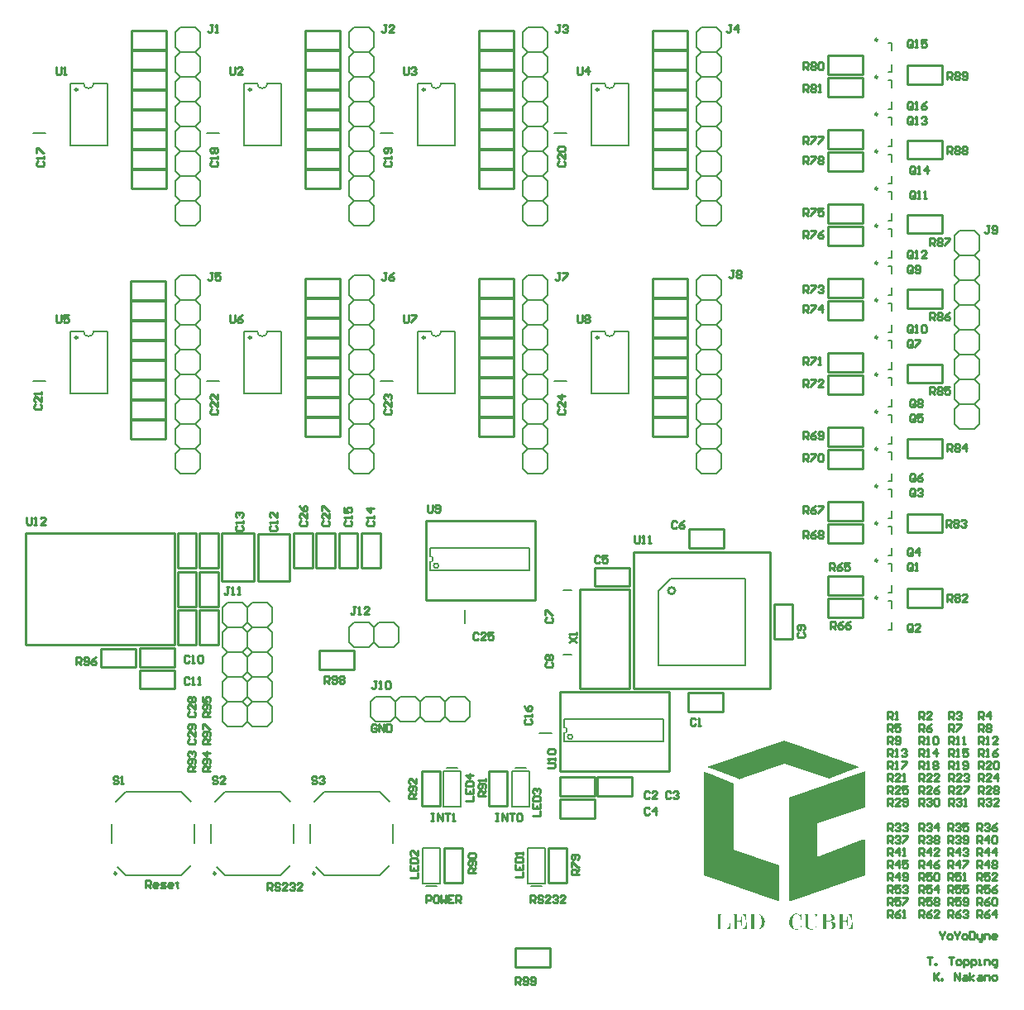
<source format=gto>
%FSLAX25Y25*%
%MOIN*%
G70*
G01*
G75*
G04 Layer_Color=65535*
%ADD10R,0.03937X0.04331*%
%ADD11R,0.33622X0.21063*%
%ADD12R,0.12047X0.03504*%
%ADD13R,0.05906X0.01598*%
%ADD14R,0.01598X0.05906*%
%ADD15R,0.05906X0.05118*%
%ADD16R,0.11024X0.03740*%
%ADD17R,0.05906X0.02362*%
%ADD18R,0.03347X0.05512*%
%ADD19R,0.04724X0.13780*%
%ADD20O,0.02165X0.05906*%
%ADD21R,0.02165X0.05906*%
%ADD22R,0.05118X0.04528*%
%ADD23R,0.03937X0.01378*%
%ADD24R,0.05512X0.03347*%
%ADD25R,0.05118X0.05906*%
%ADD26C,0.01000*%
%ADD27R,0.06496X0.06496*%
%ADD28C,0.06496*%
G04:AMPARAMS|DCode=29|XSize=60mil|YSize=85mil|CornerRadius=0mil|HoleSize=0mil|Usage=FLASHONLY|Rotation=90.000|XOffset=0mil|YOffset=0mil|HoleType=Round|Shape=Octagon|*
%AMOCTAGOND29*
4,1,8,-0.04250,-0.01500,-0.04250,0.01500,-0.02750,0.03000,0.02750,0.03000,0.04250,0.01500,0.04250,-0.01500,0.02750,-0.03000,-0.02750,-0.03000,-0.04250,-0.01500,0.0*
%
%ADD29OCTAGOND29*%

G04:AMPARAMS|DCode=30|XSize=60mil|YSize=85mil|CornerRadius=0mil|HoleSize=0mil|Usage=FLASHONLY|Rotation=180.000|XOffset=0mil|YOffset=0mil|HoleType=Round|Shape=Octagon|*
%AMOCTAGOND30*
4,1,8,0.01500,-0.04250,-0.01500,-0.04250,-0.03000,-0.02750,-0.03000,0.02750,-0.01500,0.04250,0.01500,0.04250,0.03000,0.02750,0.03000,-0.02750,0.01500,-0.04250,0.0*
%
%ADD30OCTAGOND30*%

%ADD31C,0.03000*%
%ADD32C,0.08000*%
%ADD33C,0.05000*%
%ADD34C,0.40000*%
%ADD35C,0.10000*%
%ADD36C,0.04000*%
%ADD37C,0.07937*%
%ADD38C,0.07500*%
%ADD39C,0.05500*%
%ADD40C,0.09000*%
%ADD41C,0.30000*%
%ADD42C,0.09500*%
%ADD43R,0.38000X0.34000*%
%ADD44C,0.06800*%
%ADD45C,0.00984*%
%ADD46C,0.00787*%
%ADD47C,0.00500*%
%ADD48C,0.00800*%
%ADD49C,0.00700*%
G36*
X386211Y137507D02*
X385899D01*
X385762Y137498D01*
X385616Y137488D01*
X385479Y137478D01*
X385352Y137468D01*
X385343D01*
X385304Y137459D01*
X385255D01*
X385187Y137449D01*
X385040Y137419D01*
X384982Y137410D01*
X384923Y137390D01*
X384913D01*
X384904Y137381D01*
X384855Y137361D01*
X384806Y137332D01*
X384786Y137322D01*
X384777Y137302D01*
X384767Y137283D01*
X384757Y137263D01*
Y137224D01*
X384747Y137176D01*
X384738Y137117D01*
X384728Y137039D01*
Y136951D01*
Y131954D01*
Y131944D01*
Y131905D01*
Y131856D01*
Y131807D01*
X384738Y131681D01*
X384747Y131632D01*
X384757Y131593D01*
X384767Y131583D01*
X384777Y131573D01*
X384816Y131544D01*
X384874Y131515D01*
X384894D01*
X384943Y131495D01*
X385021Y131485D01*
X385148Y131466D01*
X385216Y131456D01*
X385304Y131446D01*
X385391Y131437D01*
X385499D01*
X385616Y131427D01*
X385743Y131417D01*
X386075D01*
X386143Y131427D01*
X386221D01*
X386319Y131437D01*
X386436Y131456D01*
X386563Y131476D01*
X386699Y131505D01*
X386836Y131544D01*
X386982Y131593D01*
X387139Y131651D01*
X387285Y131720D01*
X387431Y131798D01*
X387578Y131895D01*
X387705Y132003D01*
X387831Y132130D01*
X387841Y132139D01*
X387861Y132169D01*
X387890Y132208D01*
X387929Y132266D01*
X387978Y132344D01*
X388027Y132432D01*
X388085Y132549D01*
X388144Y132676D01*
X388202Y132823D01*
X388261Y132979D01*
X388310Y133164D01*
X388359Y133359D01*
X388398Y133574D01*
X388427Y133799D01*
X388446Y134052D01*
X388456Y134316D01*
X388583D01*
Y131300D01*
X382200D01*
Y131398D01*
X382454D01*
X382571Y131407D01*
X382688D01*
X382815Y131417D01*
X382932Y131427D01*
X382942D01*
X382981Y131437D01*
X383030D01*
X383098Y131446D01*
X383235Y131466D01*
X383293Y131485D01*
X383342Y131495D01*
X383352D01*
X383361Y131505D01*
X383401Y131525D01*
X383449Y131563D01*
X383488Y131603D01*
X383498Y131622D01*
Y131642D01*
X383508Y131671D01*
X383518Y131720D01*
Y131778D01*
X383527Y131847D01*
Y131944D01*
Y136951D01*
Y136961D01*
Y137000D01*
Y137049D01*
Y137097D01*
X383508Y137215D01*
X383498Y137263D01*
X383488Y137302D01*
Y137312D01*
X383469Y137332D01*
X383420Y137351D01*
X383352Y137381D01*
X383342D01*
X383332Y137390D01*
X383303Y137400D01*
X383254Y137410D01*
X383195Y137419D01*
X383117Y137429D01*
X383030Y137449D01*
X382912Y137459D01*
X382903D01*
X382854Y137468D01*
X382786Y137478D01*
X382708Y137488D01*
X382600D01*
X382473Y137498D01*
X382346Y137507D01*
X382200D01*
Y137595D01*
X386211D01*
Y137507D01*
D02*
G37*
G36*
X394839Y135155D02*
X394712D01*
Y135165D01*
Y135185D01*
Y135233D01*
X394703Y135282D01*
Y135350D01*
X394693Y135429D01*
X394683Y135516D01*
X394664Y135614D01*
X394624Y135838D01*
X394556Y136082D01*
X394459Y136336D01*
X394332Y136590D01*
X394322Y136600D01*
X394312Y136629D01*
X394283Y136678D01*
X394234Y136736D01*
X394185Y136805D01*
X394127Y136883D01*
X394049Y136961D01*
X393961Y137049D01*
X393863Y137136D01*
X393756Y137215D01*
X393639Y137293D01*
X393512Y137361D01*
X393375Y137419D01*
X393229Y137468D01*
X393063Y137498D01*
X392897Y137507D01*
X392428D01*
X392145Y137498D01*
X392009D01*
X391921Y137488D01*
X391823Y137478D01*
X391706Y137459D01*
X391482Y137400D01*
X391472Y137390D01*
X391433Y137371D01*
X391394Y137341D01*
X391365Y137293D01*
Y137283D01*
X391355Y137263D01*
Y137224D01*
X391345Y137185D01*
Y137127D01*
X391335Y137049D01*
Y136951D01*
Y134667D01*
X391501D01*
X391579Y134677D01*
X391667D01*
X391872Y134696D01*
X392087Y134716D01*
X392282Y134755D01*
X392380Y134775D01*
X392458Y134804D01*
X392526Y134833D01*
X392585Y134872D01*
X392604Y134892D01*
X392624Y134911D01*
X392643Y134941D01*
X392672Y134989D01*
X392711Y135048D01*
X392751Y135116D01*
X392790Y135204D01*
X392829Y135302D01*
X392877Y135419D01*
X392916Y135555D01*
X392955Y135712D01*
X393004Y135887D01*
X393034Y136082D01*
X393073Y136307D01*
X393102Y136551D01*
X393219D01*
Y132705D01*
X393102D01*
Y132725D01*
X393092Y132764D01*
X393082Y132832D01*
X393073Y132920D01*
X393053Y133028D01*
X393034Y133145D01*
X393014Y133272D01*
X392985Y133418D01*
X392916Y133691D01*
X392868Y133838D01*
X392829Y133965D01*
X392780Y134091D01*
X392721Y134199D01*
X392663Y134287D01*
X392594Y134355D01*
X392585Y134365D01*
X392536Y134384D01*
X392507Y134404D01*
X392458Y134423D01*
X392409Y134443D01*
X392341Y134462D01*
X392263Y134482D01*
X392175Y134501D01*
X392077Y134521D01*
X391960Y134540D01*
X391823Y134550D01*
X391677Y134560D01*
X391511Y134570D01*
X391335D01*
Y131954D01*
Y131944D01*
Y131915D01*
Y131866D01*
Y131807D01*
X391345Y131690D01*
Y131651D01*
X391355Y131612D01*
X391365Y131603D01*
X391394Y131573D01*
X391443Y131534D01*
X391492Y131505D01*
X391540Y131485D01*
X391550D01*
X391570Y131476D01*
X391599Y131466D01*
X391648Y131456D01*
X391755Y131437D01*
X391901Y131427D01*
X392067D01*
X392175Y131417D01*
X392741D01*
X392819Y131427D01*
X392907Y131437D01*
X393014Y131456D01*
X393131Y131476D01*
X393258Y131495D01*
X393531Y131573D01*
X393668Y131632D01*
X393814Y131690D01*
X393951Y131769D01*
X394078Y131856D01*
X394205Y131954D01*
X394312Y132071D01*
X394322Y132081D01*
X394341Y132100D01*
X394371Y132139D01*
X394400Y132198D01*
X394449Y132266D01*
X394498Y132354D01*
X394556Y132461D01*
X394615Y132588D01*
X394683Y132725D01*
X394742Y132881D01*
X394800Y133057D01*
X394859Y133252D01*
X394917Y133457D01*
X394966Y133691D01*
X395005Y133935D01*
X395034Y134199D01*
X395161D01*
Y131300D01*
X388817D01*
Y131398D01*
X389032D01*
X389110Y131407D01*
X389286D01*
X389481Y131427D01*
X389666Y131446D01*
X389842Y131466D01*
X389910Y131485D01*
X389969Y131505D01*
X389988Y131515D01*
X390018Y131534D01*
X390067Y131563D01*
X390096Y131603D01*
X390106Y131622D01*
Y131642D01*
X390115Y131671D01*
X390125Y131720D01*
Y131778D01*
X390135Y131847D01*
Y131944D01*
Y136951D01*
Y136961D01*
Y137000D01*
Y137049D01*
Y137097D01*
X390115Y137215D01*
X390106Y137263D01*
X390096Y137302D01*
Y137312D01*
X390076Y137332D01*
X390037Y137351D01*
X389969Y137381D01*
X389959D01*
X389949Y137390D01*
X389920Y137400D01*
X389871Y137410D01*
X389813Y137419D01*
X389735Y137429D01*
X389647Y137449D01*
X389530Y137459D01*
X389510D01*
X389471Y137468D01*
X389403Y137478D01*
X389315Y137488D01*
X389208D01*
X389091Y137498D01*
X388954Y137507D01*
X388817D01*
Y137595D01*
X394839D01*
Y135155D01*
D02*
G37*
G36*
X399553Y137585D02*
X399631D01*
X399729Y137566D01*
X399846Y137556D01*
X399973Y137527D01*
X400110Y137498D01*
X400256Y137449D01*
X400412Y137400D01*
X400578Y137332D01*
X400754Y137254D01*
X400920Y137166D01*
X401095Y137049D01*
X401271Y136932D01*
X401437Y136785D01*
X401447Y136775D01*
X401486Y136746D01*
X401535Y136688D01*
X401593Y136619D01*
X401671Y136522D01*
X401759Y136414D01*
X401857Y136287D01*
X401954Y136141D01*
X402042Y135975D01*
X402140Y135799D01*
X402227Y135604D01*
X402306Y135389D01*
X402364Y135165D01*
X402423Y134931D01*
X402452Y134677D01*
X402462Y134413D01*
Y134394D01*
Y134355D01*
X402452Y134277D01*
Y134179D01*
X402432Y134052D01*
X402413Y133916D01*
X402384Y133759D01*
X402345Y133594D01*
X402296Y133418D01*
X402237Y133223D01*
X402169Y133037D01*
X402081Y132842D01*
X401974Y132657D01*
X401857Y132471D01*
X401710Y132286D01*
X401554Y132120D01*
X401544Y132110D01*
X401515Y132081D01*
X401466Y132042D01*
X401398Y131993D01*
X401320Y131934D01*
X401213Y131856D01*
X401095Y131788D01*
X400969Y131710D01*
X400822Y131632D01*
X400656Y131563D01*
X400490Y131495D01*
X400295Y131427D01*
X400100Y131378D01*
X399885Y131339D01*
X399670Y131310D01*
X399436Y131300D01*
X395639D01*
Y131398D01*
X395903D01*
X396020Y131407D01*
X396147D01*
X396274Y131417D01*
X396391Y131427D01*
X396401D01*
X396440Y131437D01*
X396498D01*
X396567Y131446D01*
X396703Y131466D01*
X396772Y131485D01*
X396820Y131495D01*
X396830D01*
X396840Y131505D01*
X396879Y131525D01*
X396928Y131554D01*
X396957Y131583D01*
X396967Y131603D01*
Y131622D01*
X396977Y131651D01*
X396986Y131700D01*
Y131769D01*
X396996Y131847D01*
Y131944D01*
Y136951D01*
Y136961D01*
Y137000D01*
Y137039D01*
Y137097D01*
X396977Y137215D01*
X396967Y137263D01*
X396957Y137302D01*
Y137312D01*
X396938Y137332D01*
X396899Y137351D01*
X396830Y137381D01*
X396811Y137390D01*
X396772Y137400D01*
X396684Y137419D01*
X396625Y137429D01*
X396567Y137449D01*
X396489Y137459D01*
X396401Y137468D01*
X396303Y137478D01*
X396196Y137488D01*
X396079Y137498D01*
X395942D01*
X395796Y137507D01*
X395639D01*
Y137595D01*
X399495D01*
X399553Y137585D01*
D02*
G37*
G36*
X424480Y137507D02*
X424412D01*
X424363Y137498D01*
X424305D01*
X424236Y137488D01*
X424080Y137459D01*
X423924Y137410D01*
X423758Y137332D01*
X423621Y137224D01*
X423553Y137166D01*
X423504Y137088D01*
X423495Y137078D01*
X423475Y137029D01*
X423446Y136961D01*
X423417Y136853D01*
X423387Y136717D01*
X423358Y136551D01*
X423338Y136346D01*
X423329Y136102D01*
Y133174D01*
Y133164D01*
Y133125D01*
Y133076D01*
X423319Y132998D01*
X423309Y132910D01*
X423290Y132813D01*
X423260Y132696D01*
X423231Y132579D01*
X423192Y132452D01*
X423143Y132325D01*
X423075Y132188D01*
X423007Y132061D01*
X422919Y131925D01*
X422811Y131807D01*
X422694Y131690D01*
X422558Y131583D01*
X422548D01*
X422538Y131563D01*
X422509Y131554D01*
X422470Y131525D01*
X422353Y131466D01*
X422216Y131398D01*
X422050Y131329D01*
X421855Y131271D01*
X421650Y131232D01*
X421435Y131212D01*
X421328D01*
X421250Y131222D01*
X421162D01*
X421045Y131241D01*
X420928Y131251D01*
X420791Y131271D01*
X420498Y131329D01*
X420196Y131407D01*
X419883Y131525D01*
X419737Y131593D01*
X419591Y131671D01*
X419581Y131681D01*
X419552Y131690D01*
X419513Y131720D01*
X419464Y131769D01*
X419405Y131817D01*
X419327Y131876D01*
X419259Y131954D01*
X419181Y132042D01*
X419103Y132130D01*
X419034Y132237D01*
X418966Y132354D01*
X418898Y132481D01*
X418849Y132618D01*
X418810Y132754D01*
X418781Y132910D01*
X418771Y133076D01*
Y136951D01*
Y136961D01*
Y137000D01*
Y137039D01*
Y137097D01*
X418751Y137215D01*
X418741Y137263D01*
X418732Y137302D01*
Y137312D01*
X418712Y137332D01*
X418673Y137351D01*
X418615Y137381D01*
X418605Y137390D01*
X418556Y137400D01*
X418478Y137419D01*
X418361Y137449D01*
X418214Y137468D01*
X418029Y137488D01*
X417922Y137498D01*
X417804D01*
X417678Y137507D01*
X417541D01*
Y137595D01*
X421299D01*
Y137507D01*
X421035D01*
X420928Y137498D01*
X420801D01*
X420684Y137488D01*
X420567Y137478D01*
X420557D01*
X420518Y137468D01*
X420469D01*
X420410Y137459D01*
X420284Y137429D01*
X420225Y137419D01*
X420166Y137400D01*
X420157D01*
X420147Y137390D01*
X420098Y137371D01*
X420049Y137341D01*
X420030Y137332D01*
X420020Y137312D01*
X420010Y137293D01*
X420001Y137273D01*
Y137234D01*
X419991Y137185D01*
X419981Y137127D01*
X419971Y137049D01*
Y136961D01*
Y133281D01*
Y133272D01*
Y133242D01*
Y133193D01*
X419981Y133125D01*
Y133047D01*
X419991Y132949D01*
X420010Y132745D01*
X420040Y132510D01*
X420098Y132286D01*
X420166Y132071D01*
X420215Y131973D01*
X420264Y131886D01*
Y131876D01*
X420284Y131866D01*
X420332Y131807D01*
X420371Y131769D01*
X420420Y131729D01*
X420489Y131681D01*
X420557Y131632D01*
X420635Y131583D01*
X420732Y131534D01*
X420830Y131495D01*
X420947Y131456D01*
X421074Y131427D01*
X421211Y131398D01*
X421367Y131388D01*
X421533Y131378D01*
X421582D01*
X421621Y131388D01*
X421718Y131398D01*
X421845Y131427D01*
X422001Y131466D01*
X422167Y131534D01*
X422343Y131622D01*
X422519Y131739D01*
X422528Y131749D01*
X422548Y131759D01*
X422577Y131788D01*
X422626Y131837D01*
X422675Y131886D01*
X422733Y131954D01*
X422792Y132022D01*
X422860Y132110D01*
X422919Y132208D01*
X422977Y132315D01*
X423036Y132432D01*
X423085Y132559D01*
X423133Y132705D01*
X423163Y132852D01*
X423182Y133018D01*
X423192Y133184D01*
Y135731D01*
Y135741D01*
Y135780D01*
Y135829D01*
Y135897D01*
X423182Y135975D01*
X423173Y136073D01*
X423153Y136278D01*
X423114Y136512D01*
X423065Y136736D01*
X423026Y136844D01*
X422987Y136951D01*
X422938Y137039D01*
X422880Y137117D01*
X422870Y137136D01*
X422821Y137176D01*
X422743Y137244D01*
X422636Y137312D01*
X422489Y137381D01*
X422314Y137449D01*
X422109Y137488D01*
X421855Y137507D01*
Y137595D01*
X424480D01*
Y137507D01*
D02*
G37*
G36*
X428667Y137585D02*
X428755Y137576D01*
X428863Y137566D01*
X428970Y137546D01*
X429097Y137527D01*
X429360Y137459D01*
X429507Y137410D01*
X429643Y137361D01*
X429780Y137293D01*
X429917Y137215D01*
X430053Y137127D01*
X430170Y137029D01*
X430180D01*
X430190Y137010D01*
X430248Y136951D01*
X430327Y136863D01*
X430424Y136746D01*
X430512Y136609D01*
X430590Y136453D01*
X430649Y136278D01*
X430658Y136190D01*
X430668Y136102D01*
Y136092D01*
Y136073D01*
Y136043D01*
Y136004D01*
X430649Y135897D01*
X430629Y135770D01*
X430590Y135633D01*
X430541Y135487D01*
X430463Y135350D01*
X430366Y135223D01*
X430346Y135204D01*
X430317Y135185D01*
X430288Y135155D01*
X430239Y135126D01*
X430180Y135087D01*
X430112Y135048D01*
X430024Y134999D01*
X429926Y134960D01*
X429819Y134911D01*
X429692Y134862D01*
X429556Y134814D01*
X429409Y134775D01*
X429233Y134726D01*
X429058Y134687D01*
X428853Y134657D01*
X428863D01*
X428902Y134648D01*
X428960Y134638D01*
X429048Y134628D01*
X429146Y134609D01*
X429253Y134579D01*
X429380Y134550D01*
X429507Y134521D01*
X429790Y134433D01*
X430073Y134316D01*
X430336Y134169D01*
X430463Y134082D01*
X430571Y133984D01*
X430580D01*
X430590Y133965D01*
X430639Y133906D01*
X430717Y133808D01*
X430795Y133681D01*
X430873Y133525D01*
X430951Y133340D01*
X431000Y133125D01*
X431019Y133008D01*
Y132881D01*
Y132871D01*
Y132862D01*
Y132832D01*
X431010Y132793D01*
X430990Y132686D01*
X430961Y132549D01*
X430893Y132393D01*
X430805Y132217D01*
X430746Y132130D01*
X430678Y132042D01*
X430600Y131944D01*
X430512Y131856D01*
X430502Y131847D01*
X430483Y131837D01*
X430453Y131807D01*
X430405Y131769D01*
X430346Y131729D01*
X430278Y131681D01*
X430200Y131632D01*
X430112Y131583D01*
X430005Y131525D01*
X429897Y131476D01*
X429643Y131388D01*
X429507Y131349D01*
X429360Y131319D01*
X429214Y131310D01*
X429048Y131300D01*
X424500D01*
Y131398D01*
X424832D01*
X425037Y131407D01*
X425251Y131417D01*
X425447Y131427D01*
X425544Y131437D01*
X425622Y131446D01*
X425681Y131466D01*
X425730Y131476D01*
X425749Y131485D01*
X425788Y131505D01*
X425827Y131534D01*
X425866Y131583D01*
X425876Y131603D01*
Y131622D01*
X425886Y131661D01*
X425896Y131710D01*
Y131769D01*
X425905Y131847D01*
Y131944D01*
Y136961D01*
Y136971D01*
Y137010D01*
Y137049D01*
Y137107D01*
X425886Y137224D01*
X425876Y137273D01*
X425866Y137312D01*
Y137322D01*
X425847Y137341D01*
X425808Y137361D01*
X425739Y137390D01*
X425730Y137400D01*
X425681Y137410D01*
X425642Y137419D01*
X425603Y137429D01*
X425544Y137439D01*
X425476Y137449D01*
X425398Y137459D01*
X425310Y137468D01*
X425212Y137478D01*
X425095Y137488D01*
X424968Y137498D01*
X424832Y137507D01*
X424500D01*
Y137595D01*
X428589D01*
X428667Y137585D01*
D02*
G37*
G36*
X442800Y180400D02*
X423600Y174000D01*
Y160600D01*
X425200Y161200D01*
X441600Y167400D01*
X442800Y167600D01*
Y153200D01*
X413200Y142800D01*
X412400D01*
Y184400D01*
X442000Y194800D01*
X442800Y195100D01*
Y180400D01*
D02*
G37*
G36*
X412400Y206800D02*
X439600Y197200D01*
X440600Y196800D01*
X439600Y196400D01*
X429200Y192400D01*
X428500Y192100D01*
X410200Y198200D01*
X394000Y192400D01*
X392400Y191800D01*
X390800Y192400D01*
X380400Y196400D01*
X379100Y196800D01*
X380400Y197200D01*
X408400Y206800D01*
X410400Y207400D01*
X412400Y206800D01*
D02*
G37*
G36*
X380400Y194000D02*
X390000Y190000D01*
Y163600D01*
X408400Y157200D01*
Y142800D01*
X407600D01*
X378000Y153200D01*
X378100Y194900D01*
X380400Y194000D01*
D02*
G37*
G36*
X437471Y135155D02*
X437344D01*
Y135165D01*
Y135185D01*
Y135233D01*
X437334Y135282D01*
Y135350D01*
X437324Y135429D01*
X437315Y135516D01*
X437295Y135614D01*
X437256Y135838D01*
X437188Y136082D01*
X437090Y136336D01*
X436963Y136590D01*
X436954Y136600D01*
X436944Y136629D01*
X436915Y136678D01*
X436866Y136736D01*
X436817Y136805D01*
X436758Y136883D01*
X436680Y136961D01*
X436592Y137049D01*
X436495Y137136D01*
X436387Y137215D01*
X436270Y137293D01*
X436143Y137361D01*
X436007Y137419D01*
X435860Y137468D01*
X435695Y137498D01*
X435529Y137507D01*
X435060D01*
X434777Y137498D01*
X434641D01*
X434553Y137488D01*
X434455Y137478D01*
X434338Y137459D01*
X434113Y137400D01*
X434104Y137390D01*
X434065Y137371D01*
X434026Y137341D01*
X433996Y137293D01*
Y137283D01*
X433987Y137263D01*
Y137224D01*
X433977Y137185D01*
Y137127D01*
X433967Y137049D01*
Y136951D01*
Y134667D01*
X434133D01*
X434211Y134677D01*
X434299D01*
X434504Y134696D01*
X434719Y134716D01*
X434914Y134755D01*
X435011Y134775D01*
X435089Y134804D01*
X435158Y134833D01*
X435216Y134872D01*
X435236Y134892D01*
X435255Y134911D01*
X435275Y134941D01*
X435304Y134989D01*
X435343Y135048D01*
X435382Y135116D01*
X435421Y135204D01*
X435460Y135302D01*
X435509Y135419D01*
X435548Y135555D01*
X435587Y135712D01*
X435636Y135887D01*
X435665Y136082D01*
X435704Y136307D01*
X435734Y136551D01*
X435851D01*
Y132705D01*
X435734D01*
Y132725D01*
X435724Y132764D01*
X435714Y132832D01*
X435704Y132920D01*
X435685Y133028D01*
X435665Y133145D01*
X435646Y133272D01*
X435616Y133418D01*
X435548Y133691D01*
X435499Y133838D01*
X435460Y133965D01*
X435412Y134091D01*
X435353Y134199D01*
X435294Y134287D01*
X435226Y134355D01*
X435216Y134365D01*
X435168Y134384D01*
X435138Y134404D01*
X435089Y134423D01*
X435041Y134443D01*
X434972Y134462D01*
X434894Y134482D01*
X434806Y134501D01*
X434709Y134521D01*
X434592Y134540D01*
X434455Y134550D01*
X434309Y134560D01*
X434143Y134570D01*
X433967D01*
Y131954D01*
Y131944D01*
Y131915D01*
Y131866D01*
Y131807D01*
X433977Y131690D01*
Y131651D01*
X433987Y131612D01*
X433996Y131603D01*
X434026Y131573D01*
X434074Y131534D01*
X434123Y131505D01*
X434172Y131485D01*
X434182D01*
X434201Y131476D01*
X434231Y131466D01*
X434279Y131456D01*
X434387Y131437D01*
X434533Y131427D01*
X434699D01*
X434806Y131417D01*
X435372D01*
X435451Y131427D01*
X435538Y131437D01*
X435646Y131456D01*
X435763Y131476D01*
X435890Y131495D01*
X436163Y131573D01*
X436300Y131632D01*
X436446Y131690D01*
X436583Y131769D01*
X436710Y131856D01*
X436836Y131954D01*
X436944Y132071D01*
X436954Y132081D01*
X436973Y132100D01*
X437002Y132139D01*
X437032Y132198D01*
X437080Y132266D01*
X437129Y132354D01*
X437188Y132461D01*
X437246Y132588D01*
X437315Y132725D01*
X437373Y132881D01*
X437432Y133057D01*
X437490Y133252D01*
X437549Y133457D01*
X437598Y133691D01*
X437637Y133935D01*
X437666Y134199D01*
X437793D01*
Y131300D01*
X431449D01*
Y131398D01*
X431664D01*
X431742Y131407D01*
X431917D01*
X432113Y131427D01*
X432298Y131446D01*
X432474Y131466D01*
X432542Y131485D01*
X432601Y131505D01*
X432620Y131515D01*
X432649Y131534D01*
X432698Y131563D01*
X432727Y131603D01*
X432737Y131622D01*
Y131642D01*
X432747Y131671D01*
X432757Y131720D01*
Y131778D01*
X432767Y131847D01*
Y131944D01*
Y136951D01*
Y136961D01*
Y137000D01*
Y137049D01*
Y137097D01*
X432747Y137215D01*
X432737Y137263D01*
X432727Y137302D01*
Y137312D01*
X432708Y137332D01*
X432669Y137351D01*
X432601Y137381D01*
X432591D01*
X432581Y137390D01*
X432552Y137400D01*
X432503Y137410D01*
X432444Y137419D01*
X432366Y137429D01*
X432279Y137449D01*
X432161Y137459D01*
X432142D01*
X432103Y137468D01*
X432035Y137478D01*
X431947Y137488D01*
X431839D01*
X431722Y137498D01*
X431586Y137507D01*
X431449D01*
Y137595D01*
X437471D01*
Y135155D01*
D02*
G37*
G36*
X417219Y134892D02*
X417141Y134941D01*
Y134950D01*
Y134999D01*
Y135058D01*
X417131Y135145D01*
X417121Y135253D01*
X417102Y135380D01*
X417082Y135516D01*
X417053Y135663D01*
X417014Y135819D01*
X416965Y135985D01*
X416916Y136151D01*
X416848Y136317D01*
X416760Y136483D01*
X416672Y136648D01*
X416565Y136805D01*
X416438Y136951D01*
X416428Y136961D01*
X416409Y136980D01*
X416379Y137010D01*
X416340Y137049D01*
X416282Y137097D01*
X416223Y137156D01*
X416067Y137273D01*
X415892Y137381D01*
X415687Y137488D01*
X415579Y137527D01*
X415462Y137556D01*
X415345Y137576D01*
X415228Y137585D01*
X415189D01*
X415150Y137576D01*
X415091D01*
X415023Y137566D01*
X414945Y137546D01*
X414759Y137488D01*
X414662Y137449D01*
X414554Y137390D01*
X414457Y137332D01*
X414359Y137254D01*
X414262Y137166D01*
X414164Y137058D01*
X414086Y136932D01*
X414008Y136795D01*
Y136785D01*
X413988Y136756D01*
X413979Y136717D01*
X413949Y136648D01*
X413920Y136570D01*
X413891Y136463D01*
X413861Y136346D01*
X413822Y136209D01*
X413783Y136053D01*
X413754Y135877D01*
X413725Y135682D01*
X413695Y135468D01*
X413676Y135243D01*
X413657Y134989D01*
X413637Y134716D01*
Y134433D01*
Y134413D01*
Y134365D01*
Y134287D01*
X413647Y134179D01*
Y134052D01*
X413657Y133896D01*
X413666Y133740D01*
X413686Y133555D01*
X413735Y133184D01*
X413803Y132793D01*
X413852Y132598D01*
X413901Y132422D01*
X413969Y132247D01*
X414037Y132091D01*
X414047Y132081D01*
X414057Y132061D01*
X414076Y132022D01*
X414115Y131964D01*
X414203Y131837D01*
X414340Y131700D01*
X414515Y131554D01*
X414720Y131427D01*
X414837Y131378D01*
X414974Y131339D01*
X415111Y131310D01*
X415257Y131300D01*
X415345D01*
X415413Y131310D01*
X415491Y131319D01*
X415579Y131329D01*
X415677Y131349D01*
X415784Y131368D01*
X416009Y131437D01*
X416253Y131534D01*
X416370Y131593D01*
X416477Y131671D01*
X416584Y131749D01*
X416682Y131847D01*
X416692Y131856D01*
X416711Y131876D01*
X416741Y131915D01*
X416780Y131973D01*
X416819Y132042D01*
X416877Y132130D01*
X416926Y132227D01*
X416985Y132344D01*
X417043Y132481D01*
X417092Y132637D01*
X417151Y132803D01*
X417190Y132989D01*
X417229Y133193D01*
X417258Y133418D01*
X417277Y133662D01*
X417287Y133916D01*
X417365D01*
Y133896D01*
Y133857D01*
Y133779D01*
X417355Y133681D01*
X417346Y133564D01*
X417336Y133437D01*
X417316Y133291D01*
X417297Y133125D01*
X417229Y132793D01*
X417131Y132452D01*
X417072Y132286D01*
X417004Y132130D01*
X416916Y131983D01*
X416819Y131856D01*
X416809Y131847D01*
X416789Y131827D01*
X416760Y131798D01*
X416721Y131759D01*
X416663Y131710D01*
X416594Y131651D01*
X416516Y131593D01*
X416419Y131534D01*
X416321Y131476D01*
X416204Y131417D01*
X416077Y131359D01*
X415931Y131310D01*
X415784Y131271D01*
X415618Y131241D01*
X415443Y131222D01*
X415257Y131212D01*
X415208D01*
X415150Y131222D01*
X415062D01*
X414964Y131232D01*
X414847Y131251D01*
X414720Y131271D01*
X414574Y131300D01*
X414428Y131339D01*
X414271Y131388D01*
X414105Y131437D01*
X413940Y131505D01*
X413774Y131593D01*
X413608Y131681D01*
X413451Y131788D01*
X413295Y131915D01*
X413286Y131925D01*
X413256Y131954D01*
X413207Y132003D01*
X413149Y132071D01*
X413071Y132159D01*
X412993Y132266D01*
X412905Y132383D01*
X412817Y132530D01*
X412729Y132696D01*
X412641Y132871D01*
X412563Y133067D01*
X412485Y133291D01*
X412427Y133516D01*
X412378Y133769D01*
X412349Y134043D01*
X412339Y134326D01*
Y134345D01*
Y134394D01*
X412349Y134472D01*
X412358Y134579D01*
X412368Y134706D01*
X412388Y134862D01*
X412417Y135028D01*
X412456Y135214D01*
X412515Y135409D01*
X412573Y135614D01*
X412651Y135819D01*
X412749Y136034D01*
X412856Y136239D01*
X412983Y136443D01*
X413139Y136648D01*
X413305Y136834D01*
X413315Y136844D01*
X413344Y136873D01*
X413393Y136912D01*
X413451Y136961D01*
X413530Y137029D01*
X413617Y137097D01*
X413725Y137176D01*
X413842Y137254D01*
X413969Y137332D01*
X414105Y137410D01*
X414252Y137478D01*
X414408Y137546D01*
X414564Y137595D01*
X414730Y137634D01*
X414906Y137663D01*
X415081Y137673D01*
X415160D01*
X415247Y137663D01*
X415355Y137654D01*
X415482Y137634D01*
X415609Y137605D01*
X415745Y137566D01*
X415882Y137507D01*
X415892D01*
X415901Y137498D01*
X415960Y137468D01*
X416038Y137410D01*
X416145Y137341D01*
X416272Y137244D01*
X416409Y137117D01*
X416545Y136971D01*
X416682Y136805D01*
X417170Y137722D01*
X417219D01*
Y134892D01*
D02*
G37*
%LPC*%
G36*
X428160Y137507D02*
X427428D01*
X427330Y137488D01*
X427281Y137478D01*
X427242Y137468D01*
X427223Y137459D01*
X427194Y137439D01*
X427155Y137400D01*
X427125Y137341D01*
Y137322D01*
X427115Y137293D01*
Y137254D01*
Y137205D01*
X427106Y137136D01*
Y137058D01*
Y136961D01*
Y134696D01*
X428121D01*
X428179Y134706D01*
X428248D01*
X428404Y134726D01*
X428570Y134765D01*
X428745Y134804D01*
X428911Y134872D01*
X429058Y134960D01*
X429077Y134979D01*
X429126Y135019D01*
X429185Y135097D01*
X429263Y135204D01*
X429341Y135350D01*
X429399Y135536D01*
X429448Y135751D01*
X429468Y135868D01*
Y136004D01*
Y136014D01*
Y136043D01*
Y136082D01*
Y136141D01*
X429458Y136209D01*
X429448Y136287D01*
X429429Y136463D01*
X429390Y136648D01*
X429331Y136844D01*
X429243Y137019D01*
X429194Y137097D01*
X429136Y137166D01*
X429116Y137185D01*
X429068Y137224D01*
X428989Y137273D01*
X428872Y137341D01*
X428716Y137400D01*
X428628Y137429D01*
X428521Y137459D01*
X428414Y137478D01*
X428287Y137498D01*
X428160Y137507D01*
D02*
G37*
G36*
X399436D02*
X399056D01*
X398938Y137498D01*
X398821D01*
X398714Y137488D01*
X398675D01*
X398636Y137478D01*
X398577D01*
X398460Y137459D01*
X398411Y137439D01*
X398363Y137429D01*
X398343Y137419D01*
X398314Y137400D01*
X398265Y137361D01*
X398226Y137312D01*
Y137293D01*
X398216Y137273D01*
Y137244D01*
X398206Y137195D01*
Y137127D01*
X398197Y137049D01*
Y136951D01*
Y131944D01*
Y131934D01*
Y131895D01*
Y131847D01*
Y131788D01*
X398206Y131671D01*
X398216Y131612D01*
X398226Y131573D01*
X398236Y131563D01*
X398255Y131525D01*
X398304Y131485D01*
X398363Y131446D01*
X398372D01*
X398382Y131437D01*
X398411D01*
X398450Y131427D01*
X398509Y131417D01*
X398577Y131407D01*
X398675D01*
X398782Y131398D01*
X399475D01*
X399524Y131407D01*
X399592D01*
X399661Y131417D01*
X399748Y131437D01*
X399953Y131495D01*
X400061Y131534D01*
X400178Y131583D01*
X400285Y131642D01*
X400402Y131720D01*
X400510Y131798D01*
X400607Y131905D01*
X400705Y132012D01*
X400793Y132149D01*
X400803Y132159D01*
X400812Y132188D01*
X400832Y132227D01*
X400861Y132286D01*
X400890Y132374D01*
X400929Y132471D01*
X400969Y132579D01*
X401008Y132715D01*
X401047Y132862D01*
X401086Y133028D01*
X401125Y133213D01*
X401154Y133418D01*
X401183Y133642D01*
X401203Y133877D01*
X401222Y134130D01*
Y134404D01*
Y134423D01*
Y134472D01*
Y134540D01*
X401213Y134638D01*
Y134765D01*
X401203Y134901D01*
X401183Y135058D01*
X401164Y135223D01*
X401115Y135585D01*
X401037Y135956D01*
X400929Y136317D01*
X400861Y136483D01*
X400783Y136639D01*
X400773Y136648D01*
X400764Y136678D01*
X400734Y136717D01*
X400695Y136775D01*
X400646Y136844D01*
X400588Y136912D01*
X400520Y136990D01*
X400441Y137078D01*
X400354Y137156D01*
X400256Y137234D01*
X400139Y137302D01*
X400022Y137371D01*
X399895Y137429D01*
X399748Y137468D01*
X399602Y137498D01*
X399436Y137507D01*
D02*
G37*
G36*
X428257Y134609D02*
X427106D01*
Y131944D01*
Y131934D01*
Y131895D01*
Y131847D01*
Y131788D01*
X427115Y131661D01*
X427125Y131612D01*
X427135Y131573D01*
X427145Y131563D01*
X427164Y131525D01*
X427213Y131485D01*
X427281Y131446D01*
X427291D01*
X427301Y131437D01*
X427359Y131427D01*
X427457Y131407D01*
X427574Y131398D01*
X427750D01*
X427867Y131388D01*
X428492D01*
X428541Y131398D01*
X428599D01*
X428658Y131407D01*
X428814Y131437D01*
X428980Y131495D01*
X429155Y131563D01*
X429312Y131671D01*
X429390Y131729D01*
X429458Y131807D01*
X429468Y131827D01*
X429507Y131876D01*
X429556Y131964D01*
X429624Y132081D01*
X429682Y132237D01*
X429731Y132413D01*
X429770Y132627D01*
X429780Y132871D01*
Y132881D01*
Y132910D01*
Y132949D01*
X429770Y133008D01*
Y133076D01*
X429761Y133154D01*
X429731Y133330D01*
X429692Y133535D01*
X429624Y133740D01*
X429536Y133945D01*
X429409Y134121D01*
Y134130D01*
X429390Y134140D01*
X429341Y134199D01*
X429243Y134277D01*
X429116Y134365D01*
X428960Y134452D01*
X428755Y134531D01*
X428521Y134589D01*
X428394Y134599D01*
X428257Y134609D01*
D02*
G37*
%LPD*%
D26*
X366300Y267900D02*
G03*
X366300Y267900I-1389J0D01*
G01*
X164600Y246000D02*
Y291000D01*
X104600D02*
X164600D01*
X104600Y246000D02*
Y291000D01*
Y246000D02*
X164600D01*
X349500Y283500D02*
X404500D01*
Y228500D02*
Y283500D01*
X349500Y228500D02*
X404500D01*
X349500D02*
Y283500D01*
X183704Y271709D02*
X196598D01*
Y291000D01*
X183704D02*
X196598D01*
X183704Y271709D02*
Y291000D01*
X473988Y472260D02*
Y479740D01*
X460012D02*
X473988D01*
X460012Y472260D02*
Y479740D01*
Y472260D02*
X473988D01*
X328000Y228500D02*
X348000D01*
X328000D02*
Y268500D01*
X348000D01*
Y228500D02*
Y268500D01*
X364000Y197000D02*
Y227000D01*
X320000D02*
X364000D01*
X320000Y195000D02*
Y227000D01*
Y195000D02*
X364000D01*
Y197000D01*
X372012Y285260D02*
Y292740D01*
Y285260D02*
X385988D01*
Y292740D01*
X372012D02*
X385988D01*
X182240Y277024D02*
Y291000D01*
X174760Y277024D02*
X182240D01*
X174760D02*
Y291000D01*
X182240D01*
X173340Y277024D02*
Y291000D01*
X165860Y277024D02*
X173340D01*
X165860D02*
Y291000D01*
X173340D01*
X229240Y277012D02*
Y290988D01*
X221760Y277012D02*
X229240D01*
X221760D02*
Y290988D01*
X229240D01*
X220140Y277012D02*
Y290988D01*
X212660Y277012D02*
X220140D01*
X212660D02*
Y290988D01*
X220140D01*
X182240Y261512D02*
Y275488D01*
X174760Y261512D02*
X182240D01*
X174760D02*
Y275488D01*
X182240D01*
X165860Y261512D02*
Y275488D01*
X173340D01*
Y261512D02*
Y275488D01*
X165860Y261512D02*
X173340D01*
X182240Y246000D02*
Y259976D01*
X174760Y246000D02*
X182240D01*
X174760D02*
Y259976D01*
X182240D01*
X173340Y246000D02*
Y259976D01*
X165860Y246000D02*
X173340D01*
X165860D02*
Y259976D01*
X173340D01*
X135012Y237060D02*
X148988D01*
X135012D02*
Y244540D01*
X148988D01*
Y237060D02*
Y244540D01*
X198104Y271654D02*
X210998D01*
Y290946D01*
X198104D02*
X210998D01*
X198104Y271654D02*
Y290946D01*
X271740Y181012D02*
Y194988D01*
X264260Y181012D02*
X271740D01*
X264260D02*
Y194988D01*
X271740D01*
X298740Y181012D02*
Y194988D01*
X291260Y181012D02*
X298740D01*
X291260D02*
Y194988D01*
X298740D01*
X238340Y277012D02*
Y290988D01*
X230860Y277012D02*
X238340D01*
X230860D02*
Y290988D01*
X238340D01*
X247440Y277024D02*
Y291000D01*
X239960Y277024D02*
X247440D01*
X239960D02*
Y291000D01*
X247440D01*
X150512Y235840D02*
X164488D01*
Y228360D02*
Y235840D01*
X150512Y228360D02*
X164488D01*
X150512D02*
Y235840D01*
Y244640D02*
X164488D01*
Y237160D02*
Y244640D01*
X150512Y237160D02*
X164488D01*
X150512D02*
Y244640D01*
X385488Y219260D02*
Y226740D01*
X371512D02*
X385488D01*
X371512Y219260D02*
Y226740D01*
Y219260D02*
X385488D01*
X333988Y185260D02*
Y192740D01*
X320012D02*
X333988D01*
X320012Y185260D02*
Y192740D01*
Y185260D02*
X333988D01*
X348988D02*
Y192740D01*
X335012D02*
X348988D01*
X335012Y185260D02*
Y192740D01*
Y185260D02*
X348988D01*
X333988Y176260D02*
Y183740D01*
X320012D02*
X333988D01*
X320012Y176260D02*
Y183740D01*
Y176260D02*
X333988D01*
X334012Y269760D02*
Y277240D01*
Y269760D02*
X347988D01*
Y277240D01*
X334012D02*
X347988D01*
X406260Y262488D02*
X413740D01*
X406260Y248512D02*
Y262488D01*
Y248512D02*
X413740D01*
Y262488D01*
X217244Y486260D02*
Y493740D01*
Y486260D02*
X231221D01*
Y493740D01*
X217244D02*
X231221D01*
X287244Y486260D02*
Y493740D01*
Y486260D02*
X301220D01*
Y493740D01*
X287244D02*
X301220D01*
X357244Y486260D02*
Y493740D01*
Y486260D02*
X371220D01*
Y493740D01*
X357244D02*
X371220D01*
X217244Y478260D02*
Y485740D01*
Y478260D02*
X231221D01*
Y485740D01*
X217244D02*
X231221D01*
X287244Y478260D02*
Y485740D01*
Y478260D02*
X301220D01*
Y485740D01*
X287244D02*
X301220D01*
X357244Y478260D02*
Y485740D01*
Y478260D02*
X371220D01*
Y485740D01*
X357244D02*
X371220D01*
X217244Y470260D02*
Y477740D01*
Y470260D02*
X231221D01*
Y477740D01*
X217244D02*
X231221D01*
X287244Y470260D02*
Y477740D01*
Y470260D02*
X301220D01*
Y477740D01*
X287244D02*
X301220D01*
X357244Y470260D02*
Y477740D01*
Y470260D02*
X371220D01*
Y477740D01*
X357244D02*
X371220D01*
X217244Y462260D02*
Y469740D01*
Y462260D02*
X231221D01*
Y469740D01*
X217244D02*
X231221D01*
X287244Y462260D02*
Y469740D01*
Y462260D02*
X301220D01*
Y469740D01*
X287244D02*
X301220D01*
X357244Y462260D02*
Y469740D01*
Y462260D02*
X371220D01*
Y469740D01*
X357244D02*
X371220D01*
X217244Y454260D02*
Y461740D01*
Y454260D02*
X231221D01*
Y461740D01*
X217244D02*
X231221D01*
X287244Y454260D02*
Y461740D01*
Y454260D02*
X301220D01*
Y461740D01*
X287244D02*
X301220D01*
X357244Y454260D02*
Y461740D01*
Y454260D02*
X371220D01*
Y461740D01*
X357244D02*
X371220D01*
X217244Y446260D02*
Y453740D01*
Y446260D02*
X231221D01*
Y453740D01*
X217244D02*
X231221D01*
X287244Y446260D02*
Y453740D01*
Y446260D02*
X301220D01*
Y453740D01*
X287244D02*
X301220D01*
X357244Y446260D02*
Y453740D01*
Y446260D02*
X371220D01*
Y453740D01*
X357244D02*
X371220D01*
X217244Y438260D02*
Y445740D01*
Y438260D02*
X231221D01*
Y445740D01*
X217244D02*
X231221D01*
X287244Y438260D02*
Y445740D01*
Y438260D02*
X301220D01*
Y445740D01*
X287244D02*
X301220D01*
X357244Y438260D02*
Y445740D01*
Y438260D02*
X371220D01*
Y445740D01*
X357244D02*
X371220D01*
X147244Y430260D02*
Y437740D01*
Y430260D02*
X161221D01*
Y437740D01*
X147244D02*
X161221D01*
X217244Y430260D02*
Y437740D01*
Y430260D02*
X231221D01*
Y437740D01*
X217244D02*
X231221D01*
X287244Y430260D02*
Y437740D01*
Y430260D02*
X301220D01*
Y437740D01*
X287244D02*
X301220D01*
X357244Y430260D02*
Y437740D01*
Y430260D02*
X371220D01*
Y437740D01*
X357244D02*
X371220D01*
X147012Y353260D02*
Y360740D01*
Y353260D02*
X160988D01*
Y360740D01*
X147012D02*
X160988D01*
X147012Y345260D02*
Y352740D01*
Y345260D02*
X160988D01*
Y352740D01*
X147012D02*
X160988D01*
X147012Y337260D02*
Y344740D01*
Y337260D02*
X160988D01*
Y344740D01*
X147012D02*
X160988D01*
X428012Y266260D02*
Y273740D01*
Y266260D02*
X441988D01*
Y273740D01*
X428012D02*
X441988D01*
X428012Y257260D02*
Y264740D01*
Y257260D02*
X441988D01*
Y264740D01*
X428012D02*
X441988D01*
X428012Y296260D02*
Y303740D01*
Y296260D02*
X441988D01*
Y303740D01*
X428012D02*
X441988D01*
X428012Y287260D02*
Y294740D01*
Y287260D02*
X441988D01*
Y294740D01*
X428012D02*
X441988D01*
X428012Y326260D02*
Y333740D01*
Y326260D02*
X441988D01*
Y333740D01*
X428012D02*
X441988D01*
X428012Y317260D02*
Y324740D01*
Y317260D02*
X441988D01*
Y324740D01*
X428012D02*
X441988D01*
X428012Y356260D02*
Y363740D01*
Y356260D02*
X441988D01*
Y363740D01*
X428012D02*
X441988D01*
X428012Y347260D02*
Y354740D01*
Y347260D02*
X441988D01*
Y354740D01*
X428012D02*
X441988D01*
X428012Y386260D02*
Y393740D01*
Y386260D02*
X441988D01*
Y393740D01*
X428012D02*
X441988D01*
X428012Y377260D02*
Y384740D01*
Y377260D02*
X441988D01*
Y384740D01*
X428012D02*
X441988D01*
X428012Y416260D02*
Y423740D01*
Y416260D02*
X441988D01*
Y423740D01*
X428012D02*
X441988D01*
X428012Y407260D02*
Y414740D01*
Y407260D02*
X441988D01*
Y414740D01*
X428012D02*
X441988D01*
X428012Y446260D02*
Y453740D01*
Y446260D02*
X441988D01*
Y453740D01*
X428012D02*
X441988D01*
X428012Y437260D02*
Y444740D01*
Y437260D02*
X441988D01*
Y444740D01*
X428012D02*
X441988D01*
X315260Y150059D02*
X322740D01*
Y164035D01*
X315260D02*
X322740D01*
X315260Y150059D02*
Y164035D01*
X428012Y476260D02*
Y483740D01*
Y476260D02*
X441988D01*
Y483740D01*
X428012D02*
X441988D01*
X428012Y467260D02*
Y474740D01*
Y467260D02*
X441988D01*
Y474740D01*
X428012D02*
X441988D01*
X473988Y261260D02*
Y268740D01*
X460012D02*
X473988D01*
X460012Y261260D02*
Y268740D01*
Y261260D02*
X473988D01*
Y291403D02*
Y298883D01*
X460012D02*
X473988D01*
X460012Y291403D02*
Y298883D01*
Y291403D02*
X473988D01*
Y321546D02*
Y329026D01*
X460012D02*
X473988D01*
X460012Y321546D02*
Y329026D01*
Y321546D02*
X473988D01*
Y351688D02*
Y359169D01*
X460012D02*
X473988D01*
X460012Y351688D02*
Y359169D01*
Y351688D02*
X473988D01*
Y381831D02*
Y389312D01*
X460012D02*
X473988D01*
X460012Y381831D02*
Y389312D01*
Y381831D02*
X473988D01*
Y411974D02*
Y419454D01*
X460012D02*
X473988D01*
X460012Y411974D02*
Y419454D01*
Y411974D02*
X473988D01*
Y442117D02*
Y449597D01*
X460012D02*
X473988D01*
X460012Y442117D02*
Y449597D01*
Y442117D02*
X473988D01*
X310000Y264000D02*
Y266000D01*
X266000Y264000D02*
X310000D01*
X266000D02*
Y296000D01*
X310000D01*
Y266000D02*
Y296000D01*
X273260Y150059D02*
Y164035D01*
X280740D01*
Y150059D02*
Y164035D01*
X273260Y150059D02*
X280740D01*
X315988Y116260D02*
Y123740D01*
X302012D02*
X315988D01*
X302012Y116260D02*
Y123740D01*
Y116260D02*
X315988D01*
X357244Y330260D02*
Y337740D01*
Y330260D02*
X371220D01*
Y337740D01*
X357244D02*
X371220D01*
X357244Y338260D02*
Y345740D01*
Y338260D02*
X371220D01*
Y345740D01*
X357244D02*
X371220D01*
X357244Y346260D02*
Y353740D01*
Y346260D02*
X371220D01*
Y353740D01*
X357244D02*
X371220D01*
X357244Y354260D02*
Y361740D01*
Y354260D02*
X371220D01*
Y361740D01*
X357244D02*
X371220D01*
X357244Y362260D02*
Y369740D01*
Y362260D02*
X371220D01*
Y369740D01*
X357244D02*
X371220D01*
X357244Y370260D02*
Y377740D01*
Y370260D02*
X371220D01*
Y377740D01*
X357244D02*
X371220D01*
X357244Y378260D02*
Y385740D01*
Y378260D02*
X371220D01*
Y385740D01*
X357244D02*
X371220D01*
X357244Y386260D02*
Y393740D01*
Y386260D02*
X371220D01*
Y393740D01*
X357244D02*
X371220D01*
X287244Y330260D02*
Y337740D01*
Y330260D02*
X301220D01*
Y337740D01*
X287244D02*
X301220D01*
X287244Y338260D02*
Y345740D01*
Y338260D02*
X301220D01*
Y345740D01*
X287244D02*
X301220D01*
X287244Y346260D02*
Y353740D01*
Y346260D02*
X301220D01*
Y353740D01*
X287244D02*
X301220D01*
X287244Y354260D02*
Y361740D01*
Y354260D02*
X301220D01*
Y361740D01*
X287244D02*
X301220D01*
X287244Y362260D02*
Y369740D01*
Y362260D02*
X301220D01*
Y369740D01*
X287244D02*
X301220D01*
X287244Y370260D02*
Y377740D01*
Y370260D02*
X301220D01*
Y377740D01*
X287244D02*
X301220D01*
X287244Y378260D02*
Y385740D01*
Y378260D02*
X301220D01*
Y385740D01*
X287244D02*
X301220D01*
X287244Y386260D02*
Y393740D01*
Y386260D02*
X301220D01*
Y393740D01*
X287244D02*
X301220D01*
X217244Y330260D02*
Y337740D01*
Y330260D02*
X231221D01*
Y337740D01*
X217244D02*
X231221D01*
X147012Y329260D02*
Y336740D01*
Y329260D02*
X160988D01*
Y336740D01*
X147012D02*
X160988D01*
X217244Y338260D02*
Y345740D01*
Y338260D02*
X231221D01*
Y345740D01*
X217244D02*
X231221D01*
X217244Y346260D02*
Y353740D01*
Y346260D02*
X231221D01*
Y353740D01*
X217244D02*
X231221D01*
X217244Y354260D02*
Y361740D01*
Y354260D02*
X231221D01*
Y361740D01*
X217244D02*
X231221D01*
X217244Y362260D02*
Y369740D01*
Y362260D02*
X231221D01*
Y369740D01*
X217244D02*
X231221D01*
X217244Y370260D02*
Y377740D01*
Y370260D02*
X231221D01*
Y377740D01*
X217244D02*
X231221D01*
X217244Y378260D02*
Y385740D01*
Y378260D02*
X231221D01*
Y385740D01*
X217244D02*
X231221D01*
X217244Y386260D02*
Y393740D01*
Y386260D02*
X231221D01*
Y393740D01*
X217244D02*
X231221D01*
X147012Y369260D02*
Y376740D01*
Y369260D02*
X160988D01*
Y376740D01*
X147012D02*
X160988D01*
X147012Y377260D02*
Y384740D01*
Y377260D02*
X160988D01*
Y384740D01*
X147012D02*
X160988D01*
X147012Y361260D02*
Y368740D01*
Y361260D02*
X160988D01*
Y368740D01*
X147012D02*
X160988D01*
X147012Y385260D02*
Y392740D01*
Y385260D02*
X160988D01*
Y392740D01*
X147012D02*
X160988D01*
X147244Y438260D02*
Y445740D01*
Y438260D02*
X161221D01*
Y445740D01*
X147244D02*
X161221D01*
X147244Y446260D02*
Y453740D01*
Y446260D02*
X161221D01*
Y453740D01*
X147244D02*
X161221D01*
X147244Y454260D02*
Y461740D01*
Y454260D02*
X161221D01*
Y461740D01*
X147244D02*
X161221D01*
X147244Y462260D02*
Y469740D01*
Y462260D02*
X161221D01*
Y469740D01*
X147244D02*
X161221D01*
X147244Y470260D02*
Y477740D01*
Y470260D02*
X161221D01*
Y477740D01*
X147244D02*
X161221D01*
X147244Y478260D02*
Y485740D01*
Y478260D02*
X161221D01*
Y485740D01*
X147244D02*
X161221D01*
X147244Y486260D02*
Y493740D01*
Y486260D02*
X161221D01*
Y493740D01*
X147244D02*
X161221D01*
X223012Y236260D02*
Y243740D01*
Y236260D02*
X236988D01*
Y243740D01*
X223012D02*
X236988D01*
X470506Y113899D02*
Y110900D01*
Y111900D01*
X472505Y113899D01*
X471005Y112399D01*
X472505Y110900D01*
X473505D02*
Y111400D01*
X474005D01*
Y110900D01*
X473505D01*
X479003D02*
Y113899D01*
X481002Y110900D01*
Y113899D01*
X482502Y112899D02*
X483501D01*
X484001Y112399D01*
Y110900D01*
X482502D01*
X482002Y111400D01*
X482502Y111900D01*
X484001D01*
X485001Y110900D02*
Y113899D01*
Y111900D02*
X486501Y112899D01*
X485001Y111900D02*
X486501Y110900D01*
X488500Y112899D02*
X489500D01*
X489999Y112399D01*
Y110900D01*
X488500D01*
X488000Y111400D01*
X488500Y111900D01*
X489999D01*
X490999Y110900D02*
Y112899D01*
X492498D01*
X492998Y112399D01*
Y110900D01*
X494498D02*
X495498D01*
X495997Y111400D01*
Y112399D01*
X495498Y112899D01*
X494498D01*
X493998Y112399D01*
Y111400D01*
X494498Y110900D01*
X221899Y192599D02*
X221399Y193099D01*
X220400D01*
X219900Y192599D01*
Y192099D01*
X220400Y191600D01*
X221399D01*
X221899Y191100D01*
Y190600D01*
X221399Y190100D01*
X220400D01*
X219900Y190600D01*
X222899Y192599D02*
X223399Y193099D01*
X224398D01*
X224898Y192599D01*
Y192099D01*
X224398Y191600D01*
X223899D01*
X224398D01*
X224898Y191100D01*
Y190600D01*
X224398Y190100D01*
X223399D01*
X222899Y190600D01*
X225100Y230600D02*
Y233599D01*
X226600D01*
X227099Y233099D01*
Y232100D01*
X226600Y231600D01*
X225100D01*
X226100D02*
X227099Y230600D01*
X228099Y231100D02*
X228599Y230600D01*
X229598D01*
X230098Y231100D01*
Y233099D01*
X229598Y233599D01*
X228599D01*
X228099Y233099D01*
Y232599D01*
X228599Y232100D01*
X230098D01*
X231098Y233099D02*
X231598Y233599D01*
X232598D01*
X233097Y233099D01*
Y232599D01*
X232598Y232100D01*
X233097Y231600D01*
Y231100D01*
X232598Y230600D01*
X231598D01*
X231098Y231100D01*
Y231600D01*
X231598Y232100D01*
X231098Y232599D01*
Y233099D01*
X231598Y232100D02*
X232598D01*
X366999Y295499D02*
X366499Y295999D01*
X365500D01*
X365000Y295499D01*
Y293500D01*
X365500Y293000D01*
X366499D01*
X366999Y293500D01*
X369998Y295999D02*
X368999Y295499D01*
X367999Y294499D01*
Y293500D01*
X368499Y293000D01*
X369498D01*
X369998Y293500D01*
Y294000D01*
X369498Y294499D01*
X367999D01*
X186800Y378999D02*
Y376500D01*
X187300Y376000D01*
X188300D01*
X188799Y376500D01*
Y378999D01*
X191798D02*
X190799Y378499D01*
X189799Y377500D01*
Y376500D01*
X190299Y376000D01*
X191299D01*
X191798Y376500D01*
Y377000D01*
X191299Y377500D01*
X189799D01*
X256800Y378999D02*
Y376500D01*
X257300Y376000D01*
X258299D01*
X258799Y376500D01*
Y378999D01*
X259799D02*
X261798D01*
Y378499D01*
X259799Y376500D01*
Y376000D01*
X326800Y378999D02*
Y376500D01*
X327300Y376000D01*
X328299D01*
X328799Y376500D01*
Y378999D01*
X329799Y378499D02*
X330299Y378999D01*
X331298D01*
X331798Y378499D01*
Y377999D01*
X331298Y377500D01*
X331798Y377000D01*
Y376500D01*
X331298Y376000D01*
X330299D01*
X329799Y376500D01*
Y377000D01*
X330299Y377500D01*
X329799Y377999D01*
Y378499D01*
X330299Y377500D02*
X331298D01*
X286000Y154000D02*
X283001D01*
Y155499D01*
X283501Y155999D01*
X284501D01*
X285000Y155499D01*
Y154000D01*
Y155000D02*
X286000Y155999D01*
X285500Y156999D02*
X286000Y157499D01*
Y158499D01*
X285500Y158998D01*
X283501D01*
X283001Y158499D01*
Y157499D01*
X283501Y156999D01*
X284001D01*
X284501Y157499D01*
Y158998D01*
X283501Y159998D02*
X283001Y160498D01*
Y161498D01*
X283501Y161997D01*
X285500D01*
X286000Y161498D01*
Y160498D01*
X285500Y159998D01*
X283501D01*
X259501Y152000D02*
X262500D01*
Y153999D01*
X259501Y156998D02*
Y154999D01*
X262500D01*
Y156998D01*
X261000Y154999D02*
Y155999D01*
X259501Y157998D02*
X262500D01*
Y159498D01*
X262000Y159997D01*
X260001D01*
X259501Y159498D01*
Y157998D01*
X262500Y162996D02*
Y160997D01*
X260501Y162996D01*
X260001D01*
X259501Y162497D01*
Y161497D01*
X260001Y160997D01*
X315001Y196500D02*
X317500D01*
X318000Y197000D01*
Y198000D01*
X317500Y198499D01*
X315001D01*
X318000Y199499D02*
Y200499D01*
Y199999D01*
X315001D01*
X315501Y199499D01*
Y201998D02*
X315001Y202498D01*
Y203498D01*
X315501Y203998D01*
X317500D01*
X318000Y203498D01*
Y202498D01*
X317500Y201998D01*
X315501D01*
X266500Y302499D02*
Y300000D01*
X267000Y299500D01*
X268000D01*
X268499Y300000D01*
Y302499D01*
X269499Y300000D02*
X269999Y299500D01*
X270999D01*
X271498Y300000D01*
Y301999D01*
X270999Y302499D01*
X269999D01*
X269499Y301999D01*
Y301499D01*
X269999Y300999D01*
X271498D01*
X323501Y247000D02*
X326500Y248999D01*
X323501D02*
X326500Y247000D01*
Y249999D02*
Y250999D01*
Y250499D01*
X323501D01*
X324001Y249999D01*
X116800Y378999D02*
Y376500D01*
X117300Y376000D01*
X118299D01*
X118799Y376500D01*
Y378999D01*
X121798D02*
X119799D01*
Y377500D01*
X120799Y377999D01*
X121299D01*
X121798Y377500D01*
Y376500D01*
X121299Y376000D01*
X120299D01*
X119799Y376500D01*
X326800Y478999D02*
Y476500D01*
X327300Y476000D01*
X328299D01*
X328799Y476500D01*
Y478999D01*
X331298Y476000D02*
Y478999D01*
X329799Y477499D01*
X331798D01*
X256800Y478999D02*
Y476500D01*
X257300Y476000D01*
X258299D01*
X258799Y476500D01*
Y478999D01*
X259799Y478499D02*
X260299Y478999D01*
X261298D01*
X261798Y478499D01*
Y477999D01*
X261298Y477499D01*
X260799D01*
X261298D01*
X261798Y477000D01*
Y476500D01*
X261298Y476000D01*
X260299D01*
X259799Y476500D01*
X186800Y478999D02*
Y476500D01*
X187300Y476000D01*
X188300D01*
X188799Y476500D01*
Y478999D01*
X191798Y476000D02*
X189799D01*
X191798Y477999D01*
Y478499D01*
X191299Y478999D01*
X190299D01*
X189799Y478499D01*
X116800Y478999D02*
Y476500D01*
X117300Y476000D01*
X118299D01*
X118799Y476500D01*
Y478999D01*
X119799Y476000D02*
X120799D01*
X120299D01*
Y478999D01*
X119799Y478499D01*
X181899Y192599D02*
X181400Y193099D01*
X180400D01*
X179900Y192599D01*
Y192099D01*
X180400Y191600D01*
X181400D01*
X181899Y191100D01*
Y190600D01*
X181400Y190100D01*
X180400D01*
X179900Y190600D01*
X184898Y190100D02*
X182899D01*
X184898Y192099D01*
Y192599D01*
X184399Y193099D01*
X183399D01*
X182899Y192599D01*
X141899D02*
X141400Y193099D01*
X140400D01*
X139900Y192599D01*
Y192099D01*
X140400Y191600D01*
X141400D01*
X141899Y191100D01*
Y190600D01*
X141400Y190100D01*
X140400D01*
X139900Y190600D01*
X142899Y190100D02*
X143899D01*
X143399D01*
Y193099D01*
X142899Y192599D01*
X476000Y474000D02*
Y476999D01*
X477499D01*
X477999Y476499D01*
Y475499D01*
X477499Y475000D01*
X476000D01*
X477000D02*
X477999Y474000D01*
X478999Y476499D02*
X479499Y476999D01*
X480499D01*
X480998Y476499D01*
Y475999D01*
X480499Y475499D01*
X480998Y475000D01*
Y474500D01*
X480499Y474000D01*
X479499D01*
X478999Y474500D01*
Y475000D01*
X479499Y475499D01*
X478999Y475999D01*
Y476499D01*
X479499Y475499D02*
X480499D01*
X481998Y474500D02*
X482498Y474000D01*
X483498D01*
X483997Y474500D01*
Y476499D01*
X483498Y476999D01*
X482498D01*
X481998Y476499D01*
Y475999D01*
X482498Y475499D01*
X483997D01*
X476000Y444000D02*
Y446999D01*
X477499D01*
X477999Y446499D01*
Y445500D01*
X477499Y445000D01*
X476000D01*
X477000D02*
X477999Y444000D01*
X478999Y446499D02*
X479499Y446999D01*
X480499D01*
X480998Y446499D01*
Y445999D01*
X480499Y445500D01*
X480998Y445000D01*
Y444500D01*
X480499Y444000D01*
X479499D01*
X478999Y444500D01*
Y445000D01*
X479499Y445500D01*
X478999Y445999D01*
Y446499D01*
X479499Y445500D02*
X480499D01*
X481998Y446499D02*
X482498Y446999D01*
X483498D01*
X483997Y446499D01*
Y445999D01*
X483498Y445500D01*
X483997Y445000D01*
Y444500D01*
X483498Y444000D01*
X482498D01*
X481998Y444500D01*
Y445000D01*
X482498Y445500D01*
X481998Y445999D01*
Y446499D01*
X482498Y445500D02*
X483498D01*
X469000Y407000D02*
Y409999D01*
X470500D01*
X470999Y409499D01*
Y408499D01*
X470500Y408000D01*
X469000D01*
X470000D02*
X470999Y407000D01*
X471999Y409499D02*
X472499Y409999D01*
X473498D01*
X473998Y409499D01*
Y408999D01*
X473498Y408499D01*
X473998Y408000D01*
Y407500D01*
X473498Y407000D01*
X472499D01*
X471999Y407500D01*
Y408000D01*
X472499Y408499D01*
X471999Y408999D01*
Y409499D01*
X472499Y408499D02*
X473498D01*
X474998Y409999D02*
X476997D01*
Y409499D01*
X474998Y407500D01*
Y407000D01*
X469000Y377000D02*
Y379999D01*
X470500D01*
X470999Y379499D01*
Y378500D01*
X470500Y378000D01*
X469000D01*
X470000D02*
X470999Y377000D01*
X471999Y379499D02*
X472499Y379999D01*
X473498D01*
X473998Y379499D01*
Y378999D01*
X473498Y378500D01*
X473998Y378000D01*
Y377500D01*
X473498Y377000D01*
X472499D01*
X471999Y377500D01*
Y378000D01*
X472499Y378500D01*
X471999Y378999D01*
Y379499D01*
X472499Y378500D02*
X473498D01*
X476997Y379999D02*
X475998Y379499D01*
X474998Y378500D01*
Y377500D01*
X475498Y377000D01*
X476498D01*
X476997Y377500D01*
Y378000D01*
X476498Y378500D01*
X474998D01*
X469000Y347000D02*
Y349999D01*
X470500D01*
X470999Y349499D01*
Y348499D01*
X470500Y348000D01*
X469000D01*
X470000D02*
X470999Y347000D01*
X471999Y349499D02*
X472499Y349999D01*
X473498D01*
X473998Y349499D01*
Y348999D01*
X473498Y348499D01*
X473998Y348000D01*
Y347500D01*
X473498Y347000D01*
X472499D01*
X471999Y347500D01*
Y348000D01*
X472499Y348499D01*
X471999Y348999D01*
Y349499D01*
X472499Y348499D02*
X473498D01*
X476997Y349999D02*
X474998D01*
Y348499D01*
X475998Y348999D01*
X476498D01*
X476997Y348499D01*
Y347500D01*
X476498Y347000D01*
X475498D01*
X474998Y347500D01*
X476000Y324000D02*
Y326999D01*
X477499D01*
X477999Y326499D01*
Y325500D01*
X477499Y325000D01*
X476000D01*
X477000D02*
X477999Y324000D01*
X478999Y326499D02*
X479499Y326999D01*
X480499D01*
X480998Y326499D01*
Y325999D01*
X480499Y325500D01*
X480998Y325000D01*
Y324500D01*
X480499Y324000D01*
X479499D01*
X478999Y324500D01*
Y325000D01*
X479499Y325500D01*
X478999Y325999D01*
Y326499D01*
X479499Y325500D02*
X480499D01*
X483498Y324000D02*
Y326999D01*
X481998Y325500D01*
X483997D01*
X475500Y293500D02*
Y296499D01*
X477000D01*
X477499Y295999D01*
Y295000D01*
X477000Y294500D01*
X475500D01*
X476500D02*
X477499Y293500D01*
X478499Y295999D02*
X478999Y296499D01*
X479998D01*
X480498Y295999D01*
Y295499D01*
X479998Y295000D01*
X480498Y294500D01*
Y294000D01*
X479998Y293500D01*
X478999D01*
X478499Y294000D01*
Y294500D01*
X478999Y295000D01*
X478499Y295499D01*
Y295999D01*
X478999Y295000D02*
X479998D01*
X481498Y295999D02*
X481998Y296499D01*
X482998D01*
X483497Y295999D01*
Y295499D01*
X482998Y295000D01*
X482498D01*
X482998D01*
X483497Y294500D01*
Y294000D01*
X482998Y293500D01*
X481998D01*
X481498Y294000D01*
X476000Y263500D02*
Y266499D01*
X477499D01*
X477999Y265999D01*
Y265000D01*
X477499Y264500D01*
X476000D01*
X477000D02*
X477999Y263500D01*
X478999Y265999D02*
X479499Y266499D01*
X480499D01*
X480998Y265999D01*
Y265499D01*
X480499Y265000D01*
X480998Y264500D01*
Y264000D01*
X480499Y263500D01*
X479499D01*
X478999Y264000D01*
Y264500D01*
X479499Y265000D01*
X478999Y265499D01*
Y265999D01*
X479499Y265000D02*
X480499D01*
X483997Y263500D02*
X481998D01*
X483997Y265499D01*
Y265999D01*
X483498Y266499D01*
X482498D01*
X481998Y265999D01*
X418000Y469000D02*
Y471999D01*
X419499D01*
X419999Y471499D01*
Y470500D01*
X419499Y470000D01*
X418000D01*
X419000D02*
X419999Y469000D01*
X420999Y471499D02*
X421499Y471999D01*
X422499D01*
X422998Y471499D01*
Y470999D01*
X422499Y470500D01*
X422998Y470000D01*
Y469500D01*
X422499Y469000D01*
X421499D01*
X420999Y469500D01*
Y470000D01*
X421499Y470500D01*
X420999Y470999D01*
Y471499D01*
X421499Y470500D02*
X422499D01*
X423998Y469000D02*
X424998D01*
X424498D01*
Y471999D01*
X423998Y471499D01*
X418000Y478000D02*
Y480999D01*
X419499D01*
X419999Y480499D01*
Y479499D01*
X419499Y479000D01*
X418000D01*
X419000D02*
X419999Y478000D01*
X420999Y480499D02*
X421499Y480999D01*
X422499D01*
X422998Y480499D01*
Y479999D01*
X422499Y479499D01*
X422998Y479000D01*
Y478500D01*
X422499Y478000D01*
X421499D01*
X420999Y478500D01*
Y479000D01*
X421499Y479499D01*
X420999Y479999D01*
Y480499D01*
X421499Y479499D02*
X422499D01*
X423998Y480499D02*
X424498Y480999D01*
X425498D01*
X425997Y480499D01*
Y478500D01*
X425498Y478000D01*
X424498D01*
X423998Y478500D01*
Y480499D01*
X327500Y153500D02*
X324501D01*
Y154999D01*
X325001Y155499D01*
X326000D01*
X326500Y154999D01*
Y153500D01*
Y154500D02*
X327500Y155499D01*
X324501Y156499D02*
Y158498D01*
X325001D01*
X327000Y156499D01*
X327500D01*
X327000Y159498D02*
X327500Y159998D01*
Y160998D01*
X327000Y161497D01*
X325001D01*
X324501Y160998D01*
Y159998D01*
X325001Y159498D01*
X325501D01*
X326000Y159998D01*
Y161497D01*
X418000Y440000D02*
Y442999D01*
X419499D01*
X419999Y442499D01*
Y441500D01*
X419499Y441000D01*
X418000D01*
X419000D02*
X419999Y440000D01*
X420999Y442999D02*
X422998D01*
Y442499D01*
X420999Y440500D01*
Y440000D01*
X423998Y442499D02*
X424498Y442999D01*
X425498D01*
X425997Y442499D01*
Y441999D01*
X425498Y441500D01*
X425997Y441000D01*
Y440500D01*
X425498Y440000D01*
X424498D01*
X423998Y440500D01*
Y441000D01*
X424498Y441500D01*
X423998Y441999D01*
Y442499D01*
X424498Y441500D02*
X425498D01*
X418000Y448000D02*
Y450999D01*
X419499D01*
X419999Y450499D01*
Y449500D01*
X419499Y449000D01*
X418000D01*
X419000D02*
X419999Y448000D01*
X420999Y450999D02*
X422998D01*
Y450499D01*
X420999Y448500D01*
Y448000D01*
X423998Y450999D02*
X425997D01*
Y450499D01*
X423998Y448500D01*
Y448000D01*
X418000Y410000D02*
Y412999D01*
X419499D01*
X419999Y412499D01*
Y411500D01*
X419499Y411000D01*
X418000D01*
X419000D02*
X419999Y410000D01*
X420999Y412999D02*
X422998D01*
Y412499D01*
X420999Y410500D01*
Y410000D01*
X425997Y412999D02*
X424998Y412499D01*
X423998Y411500D01*
Y410500D01*
X424498Y410000D01*
X425498D01*
X425997Y410500D01*
Y411000D01*
X425498Y411500D01*
X423998D01*
X418000Y419000D02*
Y421999D01*
X419499D01*
X419999Y421499D01*
Y420500D01*
X419499Y420000D01*
X418000D01*
X419000D02*
X419999Y419000D01*
X420999Y421999D02*
X422998D01*
Y421499D01*
X420999Y419500D01*
Y419000D01*
X425997Y421999D02*
X423998D01*
Y420500D01*
X424998Y420999D01*
X425498D01*
X425997Y420500D01*
Y419500D01*
X425498Y419000D01*
X424498D01*
X423998Y419500D01*
X418000Y380000D02*
Y382999D01*
X419499D01*
X419999Y382499D01*
Y381500D01*
X419499Y381000D01*
X418000D01*
X419000D02*
X419999Y380000D01*
X420999Y382999D02*
X422998D01*
Y382499D01*
X420999Y380500D01*
Y380000D01*
X425498D02*
Y382999D01*
X423998Y381500D01*
X425997D01*
X418000Y388000D02*
Y390999D01*
X419499D01*
X419999Y390499D01*
Y389499D01*
X419499Y389000D01*
X418000D01*
X419000D02*
X419999Y388000D01*
X420999Y390999D02*
X422998D01*
Y390499D01*
X420999Y388500D01*
Y388000D01*
X423998Y390499D02*
X424498Y390999D01*
X425498D01*
X425997Y390499D01*
Y389999D01*
X425498Y389499D01*
X424998D01*
X425498D01*
X425997Y389000D01*
Y388500D01*
X425498Y388000D01*
X424498D01*
X423998Y388500D01*
X418000Y350000D02*
Y352999D01*
X419499D01*
X419999Y352499D01*
Y351500D01*
X419499Y351000D01*
X418000D01*
X419000D02*
X419999Y350000D01*
X420999Y352999D02*
X422998D01*
Y352499D01*
X420999Y350500D01*
Y350000D01*
X425997D02*
X423998D01*
X425997Y351999D01*
Y352499D01*
X425498Y352999D01*
X424498D01*
X423998Y352499D01*
X418000Y359000D02*
Y361999D01*
X419499D01*
X419999Y361499D01*
Y360500D01*
X419499Y360000D01*
X418000D01*
X419000D02*
X419999Y359000D01*
X420999Y361999D02*
X422998D01*
Y361499D01*
X420999Y359500D01*
Y359000D01*
X423998D02*
X424998D01*
X424498D01*
Y361999D01*
X423998Y361499D01*
X418000Y320000D02*
Y322999D01*
X419499D01*
X419999Y322499D01*
Y321499D01*
X419499Y321000D01*
X418000D01*
X419000D02*
X419999Y320000D01*
X420999Y322999D02*
X422998D01*
Y322499D01*
X420999Y320500D01*
Y320000D01*
X423998Y322499D02*
X424498Y322999D01*
X425498D01*
X425997Y322499D01*
Y320500D01*
X425498Y320000D01*
X424498D01*
X423998Y320500D01*
Y322499D01*
X418000Y329000D02*
Y331999D01*
X419499D01*
X419999Y331499D01*
Y330500D01*
X419499Y330000D01*
X418000D01*
X419000D02*
X419999Y329000D01*
X422998Y331999D02*
X421999Y331499D01*
X420999Y330500D01*
Y329500D01*
X421499Y329000D01*
X422499D01*
X422998Y329500D01*
Y330000D01*
X422499Y330500D01*
X420999D01*
X423998Y329500D02*
X424498Y329000D01*
X425498D01*
X425997Y329500D01*
Y331499D01*
X425498Y331999D01*
X424498D01*
X423998Y331499D01*
Y330999D01*
X424498Y330500D01*
X425997D01*
X418000Y289000D02*
Y291999D01*
X419499D01*
X419999Y291499D01*
Y290499D01*
X419499Y290000D01*
X418000D01*
X419000D02*
X419999Y289000D01*
X422998Y291999D02*
X421999Y291499D01*
X420999Y290499D01*
Y289500D01*
X421499Y289000D01*
X422499D01*
X422998Y289500D01*
Y290000D01*
X422499Y290499D01*
X420999D01*
X423998Y291499D02*
X424498Y291999D01*
X425498D01*
X425997Y291499D01*
Y290999D01*
X425498Y290499D01*
X425997Y290000D01*
Y289500D01*
X425498Y289000D01*
X424498D01*
X423998Y289500D01*
Y290000D01*
X424498Y290499D01*
X423998Y290999D01*
Y291499D01*
X424498Y290499D02*
X425498D01*
X418000Y299000D02*
Y301999D01*
X419499D01*
X419999Y301499D01*
Y300500D01*
X419499Y300000D01*
X418000D01*
X419000D02*
X419999Y299000D01*
X422998Y301999D02*
X421999Y301499D01*
X420999Y300500D01*
Y299500D01*
X421499Y299000D01*
X422499D01*
X422998Y299500D01*
Y300000D01*
X422499Y300500D01*
X420999D01*
X423998Y301999D02*
X425997D01*
Y301499D01*
X423998Y299500D01*
Y299000D01*
X429000Y252500D02*
Y255499D01*
X430500D01*
X430999Y254999D01*
Y253999D01*
X430500Y253500D01*
X429000D01*
X430000D02*
X430999Y252500D01*
X433998Y255499D02*
X432999Y254999D01*
X431999Y253999D01*
Y253000D01*
X432499Y252500D01*
X433498D01*
X433998Y253000D01*
Y253500D01*
X433498Y253999D01*
X431999D01*
X436997Y255499D02*
X435998Y254999D01*
X434998Y253999D01*
Y253000D01*
X435498Y252500D01*
X436498D01*
X436997Y253000D01*
Y253500D01*
X436498Y253999D01*
X434998D01*
X428500Y276000D02*
Y278999D01*
X429999D01*
X430499Y278499D01*
Y277500D01*
X429999Y277000D01*
X428500D01*
X429500D02*
X430499Y276000D01*
X433498Y278999D02*
X432499Y278499D01*
X431499Y277500D01*
Y276500D01*
X431999Y276000D01*
X432999D01*
X433498Y276500D01*
Y277000D01*
X432999Y277500D01*
X431499D01*
X436497Y278999D02*
X434498D01*
Y277500D01*
X435498Y277999D01*
X435998D01*
X436497Y277500D01*
Y276500D01*
X435998Y276000D01*
X434998D01*
X434498Y276500D01*
X488000Y136000D02*
Y138999D01*
X489500D01*
X489999Y138499D01*
Y137499D01*
X489500Y137000D01*
X488000D01*
X489000D02*
X489999Y136000D01*
X492998Y138999D02*
X491999Y138499D01*
X490999Y137499D01*
Y136500D01*
X491499Y136000D01*
X492498D01*
X492998Y136500D01*
Y137000D01*
X492498Y137499D01*
X490999D01*
X495498Y136000D02*
Y138999D01*
X493998Y137499D01*
X495997D01*
X476333Y136000D02*
Y138999D01*
X477833D01*
X478333Y138499D01*
Y137499D01*
X477833Y137000D01*
X476333D01*
X477333D02*
X478333Y136000D01*
X481332Y138999D02*
X480332Y138499D01*
X479332Y137499D01*
Y136500D01*
X479832Y136000D01*
X480832D01*
X481332Y136500D01*
Y137000D01*
X480832Y137499D01*
X479332D01*
X482331Y138499D02*
X482831Y138999D01*
X483831D01*
X484331Y138499D01*
Y137999D01*
X483831Y137499D01*
X483331D01*
X483831D01*
X484331Y137000D01*
Y136500D01*
X483831Y136000D01*
X482831D01*
X482331Y136500D01*
X464667Y136000D02*
Y138999D01*
X466166D01*
X466666Y138499D01*
Y137499D01*
X466166Y137000D01*
X464667D01*
X465666D02*
X466666Y136000D01*
X469665Y138999D02*
X468665Y138499D01*
X467666Y137499D01*
Y136500D01*
X468165Y136000D01*
X469165D01*
X469665Y136500D01*
Y137000D01*
X469165Y137499D01*
X467666D01*
X472664Y136000D02*
X470665D01*
X472664Y137999D01*
Y138499D01*
X472164Y138999D01*
X471165D01*
X470665Y138499D01*
X452000Y136000D02*
Y138999D01*
X453500D01*
X454000Y138499D01*
Y137499D01*
X453500Y137000D01*
X452000D01*
X453000D02*
X454000Y136000D01*
X456999Y138999D02*
X455999Y138499D01*
X454999Y137499D01*
Y136500D01*
X455499Y136000D01*
X456499D01*
X456999Y136500D01*
Y137000D01*
X456499Y137499D01*
X454999D01*
X457998Y136000D02*
X458998D01*
X458498D01*
Y138999D01*
X457998Y138499D01*
X488000Y141000D02*
Y143999D01*
X489500D01*
X489999Y143499D01*
Y142499D01*
X489500Y142000D01*
X488000D01*
X489000D02*
X489999Y141000D01*
X492998Y143999D02*
X491999Y143499D01*
X490999Y142499D01*
Y141500D01*
X491499Y141000D01*
X492498D01*
X492998Y141500D01*
Y142000D01*
X492498Y142499D01*
X490999D01*
X493998Y143499D02*
X494498Y143999D01*
X495498D01*
X495997Y143499D01*
Y141500D01*
X495498Y141000D01*
X494498D01*
X493998Y141500D01*
Y143499D01*
X476333Y141000D02*
Y143999D01*
X477833D01*
X478333Y143499D01*
Y142499D01*
X477833Y142000D01*
X476333D01*
X477333D02*
X478333Y141000D01*
X481332Y143999D02*
X479332D01*
Y142499D01*
X480332Y142999D01*
X480832D01*
X481332Y142499D01*
Y141500D01*
X480832Y141000D01*
X479832D01*
X479332Y141500D01*
X482331D02*
X482831Y141000D01*
X483831D01*
X484331Y141500D01*
Y143499D01*
X483831Y143999D01*
X482831D01*
X482331Y143499D01*
Y142999D01*
X482831Y142499D01*
X484331D01*
X464667Y141000D02*
Y143999D01*
X466166D01*
X466666Y143499D01*
Y142499D01*
X466166Y142000D01*
X464667D01*
X465666D02*
X466666Y141000D01*
X469665Y143999D02*
X467666D01*
Y142499D01*
X468665Y142999D01*
X469165D01*
X469665Y142499D01*
Y141500D01*
X469165Y141000D01*
X468165D01*
X467666Y141500D01*
X470665Y143499D02*
X471165Y143999D01*
X472164D01*
X472664Y143499D01*
Y142999D01*
X472164Y142499D01*
X472664Y142000D01*
Y141500D01*
X472164Y141000D01*
X471165D01*
X470665Y141500D01*
Y142000D01*
X471165Y142499D01*
X470665Y142999D01*
Y143499D01*
X471165Y142499D02*
X472164D01*
X452000Y141000D02*
Y143999D01*
X453500D01*
X454000Y143499D01*
Y142499D01*
X453500Y142000D01*
X452000D01*
X453000D02*
X454000Y141000D01*
X456999Y143999D02*
X454999D01*
Y142499D01*
X455999Y142999D01*
X456499D01*
X456999Y142499D01*
Y141500D01*
X456499Y141000D01*
X455499D01*
X454999Y141500D01*
X457998Y143999D02*
X459998D01*
Y143499D01*
X457998Y141500D01*
Y141000D01*
X488000Y146000D02*
Y148999D01*
X489500D01*
X489999Y148499D01*
Y147500D01*
X489500Y147000D01*
X488000D01*
X489000D02*
X489999Y146000D01*
X492998Y148999D02*
X490999D01*
Y147500D01*
X491999Y147999D01*
X492498D01*
X492998Y147500D01*
Y146500D01*
X492498Y146000D01*
X491499D01*
X490999Y146500D01*
X495997Y148999D02*
X494998Y148499D01*
X493998Y147500D01*
Y146500D01*
X494498Y146000D01*
X495498D01*
X495997Y146500D01*
Y147000D01*
X495498Y147500D01*
X493998D01*
X476333Y146000D02*
Y148999D01*
X477833D01*
X478333Y148499D01*
Y147500D01*
X477833Y147000D01*
X476333D01*
X477333D02*
X478333Y146000D01*
X481332Y148999D02*
X479332D01*
Y147500D01*
X480332Y147999D01*
X480832D01*
X481332Y147500D01*
Y146500D01*
X480832Y146000D01*
X479832D01*
X479332Y146500D01*
X484331Y148999D02*
X482331D01*
Y147500D01*
X483331Y147999D01*
X483831D01*
X484331Y147500D01*
Y146500D01*
X483831Y146000D01*
X482831D01*
X482331Y146500D01*
X464667Y146000D02*
Y148999D01*
X466166D01*
X466666Y148499D01*
Y147500D01*
X466166Y147000D01*
X464667D01*
X465666D02*
X466666Y146000D01*
X469665Y148999D02*
X467666D01*
Y147500D01*
X468665Y147999D01*
X469165D01*
X469665Y147500D01*
Y146500D01*
X469165Y146000D01*
X468165D01*
X467666Y146500D01*
X472164Y146000D02*
Y148999D01*
X470665Y147500D01*
X472664D01*
X452000Y146000D02*
Y148999D01*
X453500D01*
X454000Y148499D01*
Y147500D01*
X453500Y147000D01*
X452000D01*
X453000D02*
X454000Y146000D01*
X456999Y148999D02*
X454999D01*
Y147500D01*
X455999Y147999D01*
X456499D01*
X456999Y147500D01*
Y146500D01*
X456499Y146000D01*
X455499D01*
X454999Y146500D01*
X457998Y148499D02*
X458498Y148999D01*
X459498D01*
X459998Y148499D01*
Y147999D01*
X459498Y147500D01*
X458998D01*
X459498D01*
X459998Y147000D01*
Y146500D01*
X459498Y146000D01*
X458498D01*
X457998Y146500D01*
X488000Y151000D02*
Y153999D01*
X489500D01*
X489999Y153499D01*
Y152499D01*
X489500Y152000D01*
X488000D01*
X489000D02*
X489999Y151000D01*
X492998Y153999D02*
X490999D01*
Y152499D01*
X491999Y152999D01*
X492498D01*
X492998Y152499D01*
Y151500D01*
X492498Y151000D01*
X491499D01*
X490999Y151500D01*
X495997Y151000D02*
X493998D01*
X495997Y152999D01*
Y153499D01*
X495498Y153999D01*
X494498D01*
X493998Y153499D01*
X476333Y151000D02*
Y153999D01*
X477833D01*
X478333Y153499D01*
Y152499D01*
X477833Y152000D01*
X476333D01*
X477333D02*
X478333Y151000D01*
X481332Y153999D02*
X479332D01*
Y152499D01*
X480332Y152999D01*
X480832D01*
X481332Y152499D01*
Y151500D01*
X480832Y151000D01*
X479832D01*
X479332Y151500D01*
X482331Y151000D02*
X483331D01*
X482831D01*
Y153999D01*
X482331Y153499D01*
X464667Y151000D02*
Y153999D01*
X466166D01*
X466666Y153499D01*
Y152499D01*
X466166Y152000D01*
X464667D01*
X465666D02*
X466666Y151000D01*
X469665Y153999D02*
X467666D01*
Y152499D01*
X468665Y152999D01*
X469165D01*
X469665Y152499D01*
Y151500D01*
X469165Y151000D01*
X468165D01*
X467666Y151500D01*
X470665Y153499D02*
X471165Y153999D01*
X472164D01*
X472664Y153499D01*
Y151500D01*
X472164Y151000D01*
X471165D01*
X470665Y151500D01*
Y153499D01*
X452000Y151000D02*
Y153999D01*
X453500D01*
X454000Y153499D01*
Y152499D01*
X453500Y152000D01*
X452000D01*
X453000D02*
X454000Y151000D01*
X456499D02*
Y153999D01*
X454999Y152499D01*
X456999D01*
X457998Y151500D02*
X458498Y151000D01*
X459498D01*
X459998Y151500D01*
Y153499D01*
X459498Y153999D01*
X458498D01*
X457998Y153499D01*
Y152999D01*
X458498Y152499D01*
X459998D01*
X488000Y156000D02*
Y158999D01*
X489500D01*
X489999Y158499D01*
Y157500D01*
X489500Y157000D01*
X488000D01*
X489000D02*
X489999Y156000D01*
X492498D02*
Y158999D01*
X490999Y157500D01*
X492998D01*
X493998Y158499D02*
X494498Y158999D01*
X495498D01*
X495997Y158499D01*
Y157999D01*
X495498Y157500D01*
X495997Y157000D01*
Y156500D01*
X495498Y156000D01*
X494498D01*
X493998Y156500D01*
Y157000D01*
X494498Y157500D01*
X493998Y157999D01*
Y158499D01*
X494498Y157500D02*
X495498D01*
X476333Y156000D02*
Y158999D01*
X477833D01*
X478333Y158499D01*
Y157500D01*
X477833Y157000D01*
X476333D01*
X477333D02*
X478333Y156000D01*
X480832D02*
Y158999D01*
X479332Y157500D01*
X481332D01*
X482331Y158999D02*
X484331D01*
Y158499D01*
X482331Y156500D01*
Y156000D01*
X464667D02*
Y158999D01*
X466166D01*
X466666Y158499D01*
Y157500D01*
X466166Y157000D01*
X464667D01*
X465666D02*
X466666Y156000D01*
X469165D02*
Y158999D01*
X467666Y157500D01*
X469665D01*
X472664Y158999D02*
X471664Y158499D01*
X470665Y157500D01*
Y156500D01*
X471165Y156000D01*
X472164D01*
X472664Y156500D01*
Y157000D01*
X472164Y157500D01*
X470665D01*
X452000Y156000D02*
Y158999D01*
X453500D01*
X454000Y158499D01*
Y157500D01*
X453500Y157000D01*
X452000D01*
X453000D02*
X454000Y156000D01*
X456499D02*
Y158999D01*
X454999Y157500D01*
X456999D01*
X459998Y158999D02*
X457998D01*
Y157500D01*
X458998Y157999D01*
X459498D01*
X459998Y157500D01*
Y156500D01*
X459498Y156000D01*
X458498D01*
X457998Y156500D01*
X488000Y161000D02*
Y163999D01*
X489500D01*
X489999Y163499D01*
Y162499D01*
X489500Y162000D01*
X488000D01*
X489000D02*
X489999Y161000D01*
X492498D02*
Y163999D01*
X490999Y162499D01*
X492998D01*
X495498Y161000D02*
Y163999D01*
X493998Y162499D01*
X495997D01*
X476333Y161000D02*
Y163999D01*
X477833D01*
X478333Y163499D01*
Y162499D01*
X477833Y162000D01*
X476333D01*
X477333D02*
X478333Y161000D01*
X480832D02*
Y163999D01*
X479332Y162499D01*
X481332D01*
X482331Y163499D02*
X482831Y163999D01*
X483831D01*
X484331Y163499D01*
Y162999D01*
X483831Y162499D01*
X483331D01*
X483831D01*
X484331Y162000D01*
Y161500D01*
X483831Y161000D01*
X482831D01*
X482331Y161500D01*
X464667Y161000D02*
Y163999D01*
X466166D01*
X466666Y163499D01*
Y162499D01*
X466166Y162000D01*
X464667D01*
X465666D02*
X466666Y161000D01*
X469165D02*
Y163999D01*
X467666Y162499D01*
X469665D01*
X472664Y161000D02*
X470665D01*
X472664Y162999D01*
Y163499D01*
X472164Y163999D01*
X471165D01*
X470665Y163499D01*
X452000Y161000D02*
Y163999D01*
X453500D01*
X454000Y163499D01*
Y162499D01*
X453500Y162000D01*
X452000D01*
X453000D02*
X454000Y161000D01*
X456499D02*
Y163999D01*
X454999Y162499D01*
X456999D01*
X457998Y161000D02*
X458998D01*
X458498D01*
Y163999D01*
X457998Y163499D01*
X488000Y166000D02*
Y168999D01*
X489500D01*
X489999Y168499D01*
Y167499D01*
X489500Y167000D01*
X488000D01*
X489000D02*
X489999Y166000D01*
X492498D02*
Y168999D01*
X490999Y167499D01*
X492998D01*
X493998Y168499D02*
X494498Y168999D01*
X495498D01*
X495997Y168499D01*
Y166500D01*
X495498Y166000D01*
X494498D01*
X493998Y166500D01*
Y168499D01*
X476333Y166000D02*
Y168999D01*
X477833D01*
X478333Y168499D01*
Y167499D01*
X477833Y167000D01*
X476333D01*
X477333D02*
X478333Y166000D01*
X479332Y168499D02*
X479832Y168999D01*
X480832D01*
X481332Y168499D01*
Y167999D01*
X480832Y167499D01*
X480332D01*
X480832D01*
X481332Y167000D01*
Y166500D01*
X480832Y166000D01*
X479832D01*
X479332Y166500D01*
X482331D02*
X482831Y166000D01*
X483831D01*
X484331Y166500D01*
Y168499D01*
X483831Y168999D01*
X482831D01*
X482331Y168499D01*
Y167999D01*
X482831Y167499D01*
X484331D01*
X464667Y166000D02*
Y168999D01*
X466166D01*
X466666Y168499D01*
Y167499D01*
X466166Y167000D01*
X464667D01*
X465666D02*
X466666Y166000D01*
X467666Y168499D02*
X468165Y168999D01*
X469165D01*
X469665Y168499D01*
Y167999D01*
X469165Y167499D01*
X468665D01*
X469165D01*
X469665Y167000D01*
Y166500D01*
X469165Y166000D01*
X468165D01*
X467666Y166500D01*
X470665Y168499D02*
X471165Y168999D01*
X472164D01*
X472664Y168499D01*
Y167999D01*
X472164Y167499D01*
X472664Y167000D01*
Y166500D01*
X472164Y166000D01*
X471165D01*
X470665Y166500D01*
Y167000D01*
X471165Y167499D01*
X470665Y167999D01*
Y168499D01*
X471165Y167499D02*
X472164D01*
X452000Y166000D02*
Y168999D01*
X453500D01*
X454000Y168499D01*
Y167499D01*
X453500Y167000D01*
X452000D01*
X453000D02*
X454000Y166000D01*
X454999Y168499D02*
X455499Y168999D01*
X456499D01*
X456999Y168499D01*
Y167999D01*
X456499Y167499D01*
X455999D01*
X456499D01*
X456999Y167000D01*
Y166500D01*
X456499Y166000D01*
X455499D01*
X454999Y166500D01*
X457998Y168999D02*
X459998D01*
Y168499D01*
X457998Y166500D01*
Y166000D01*
X488000Y171000D02*
Y173999D01*
X489500D01*
X489999Y173499D01*
Y172500D01*
X489500Y172000D01*
X488000D01*
X489000D02*
X489999Y171000D01*
X490999Y173499D02*
X491499Y173999D01*
X492498D01*
X492998Y173499D01*
Y172999D01*
X492498Y172500D01*
X491999D01*
X492498D01*
X492998Y172000D01*
Y171500D01*
X492498Y171000D01*
X491499D01*
X490999Y171500D01*
X495997Y173999D02*
X494998Y173499D01*
X493998Y172500D01*
Y171500D01*
X494498Y171000D01*
X495498D01*
X495997Y171500D01*
Y172000D01*
X495498Y172500D01*
X493998D01*
X476333Y171000D02*
Y173999D01*
X477833D01*
X478333Y173499D01*
Y172500D01*
X477833Y172000D01*
X476333D01*
X477333D02*
X478333Y171000D01*
X479332Y173499D02*
X479832Y173999D01*
X480832D01*
X481332Y173499D01*
Y172999D01*
X480832Y172500D01*
X480332D01*
X480832D01*
X481332Y172000D01*
Y171500D01*
X480832Y171000D01*
X479832D01*
X479332Y171500D01*
X484331Y173999D02*
X482331D01*
Y172500D01*
X483331Y172999D01*
X483831D01*
X484331Y172500D01*
Y171500D01*
X483831Y171000D01*
X482831D01*
X482331Y171500D01*
X464667Y171000D02*
Y173999D01*
X466166D01*
X466666Y173499D01*
Y172500D01*
X466166Y172000D01*
X464667D01*
X465666D02*
X466666Y171000D01*
X467666Y173499D02*
X468165Y173999D01*
X469165D01*
X469665Y173499D01*
Y172999D01*
X469165Y172500D01*
X468665D01*
X469165D01*
X469665Y172000D01*
Y171500D01*
X469165Y171000D01*
X468165D01*
X467666Y171500D01*
X472164Y171000D02*
Y173999D01*
X470665Y172500D01*
X472664D01*
X452000Y171000D02*
Y173999D01*
X453500D01*
X454000Y173499D01*
Y172500D01*
X453500Y172000D01*
X452000D01*
X453000D02*
X454000Y171000D01*
X454999Y173499D02*
X455499Y173999D01*
X456499D01*
X456999Y173499D01*
Y172999D01*
X456499Y172500D01*
X455999D01*
X456499D01*
X456999Y172000D01*
Y171500D01*
X456499Y171000D01*
X455499D01*
X454999Y171500D01*
X457998Y173499D02*
X458498Y173999D01*
X459498D01*
X459998Y173499D01*
Y172999D01*
X459498Y172500D01*
X458998D01*
X459498D01*
X459998Y172000D01*
Y171500D01*
X459498Y171000D01*
X458498D01*
X457998Y171500D01*
X488700Y181200D02*
Y184199D01*
X490200D01*
X490699Y183699D01*
Y182700D01*
X490200Y182200D01*
X488700D01*
X489700D02*
X490699Y181200D01*
X491699Y183699D02*
X492199Y184199D01*
X493198D01*
X493698Y183699D01*
Y183199D01*
X493198Y182700D01*
X492699D01*
X493198D01*
X493698Y182200D01*
Y181700D01*
X493198Y181200D01*
X492199D01*
X491699Y181700D01*
X496697Y181200D02*
X494698D01*
X496697Y183199D01*
Y183699D01*
X496198Y184199D01*
X495198D01*
X494698Y183699D01*
X476700Y181200D02*
Y184199D01*
X478199D01*
X478699Y183699D01*
Y182700D01*
X478199Y182200D01*
X476700D01*
X477700D02*
X478699Y181200D01*
X479699Y183699D02*
X480199Y184199D01*
X481199D01*
X481698Y183699D01*
Y183199D01*
X481199Y182700D01*
X480699D01*
X481199D01*
X481698Y182200D01*
Y181700D01*
X481199Y181200D01*
X480199D01*
X479699Y181700D01*
X482698Y181200D02*
X483698D01*
X483198D01*
Y184199D01*
X482698Y183699D01*
X464700Y181200D02*
Y184199D01*
X466199D01*
X466699Y183699D01*
Y182700D01*
X466199Y182200D01*
X464700D01*
X465700D02*
X466699Y181200D01*
X467699Y183699D02*
X468199Y184199D01*
X469199D01*
X469698Y183699D01*
Y183199D01*
X469199Y182700D01*
X468699D01*
X469199D01*
X469698Y182200D01*
Y181700D01*
X469199Y181200D01*
X468199D01*
X467699Y181700D01*
X470698Y183699D02*
X471198Y184199D01*
X472198D01*
X472697Y183699D01*
Y181700D01*
X472198Y181200D01*
X471198D01*
X470698Y181700D01*
Y183699D01*
X452000Y181200D02*
Y184199D01*
X453500D01*
X454000Y183699D01*
Y182700D01*
X453500Y182200D01*
X452000D01*
X453000D02*
X454000Y181200D01*
X456999D02*
X454999D01*
X456999Y183199D01*
Y183699D01*
X456499Y184199D01*
X455499D01*
X454999Y183699D01*
X457998Y181700D02*
X458498Y181200D01*
X459498D01*
X459998Y181700D01*
Y183699D01*
X459498Y184199D01*
X458498D01*
X457998Y183699D01*
Y183199D01*
X458498Y182700D01*
X459998D01*
X488700Y186000D02*
Y188999D01*
X490200D01*
X490699Y188499D01*
Y187499D01*
X490200Y187000D01*
X488700D01*
X489700D02*
X490699Y186000D01*
X493698D02*
X491699D01*
X493698Y187999D01*
Y188499D01*
X493198Y188999D01*
X492199D01*
X491699Y188499D01*
X494698D02*
X495198Y188999D01*
X496198D01*
X496697Y188499D01*
Y187999D01*
X496198Y187499D01*
X496697Y187000D01*
Y186500D01*
X496198Y186000D01*
X495198D01*
X494698Y186500D01*
Y187000D01*
X495198Y187499D01*
X494698Y187999D01*
Y188499D01*
X495198Y187499D02*
X496198D01*
X476700Y186000D02*
Y188999D01*
X478199D01*
X478699Y188499D01*
Y187499D01*
X478199Y187000D01*
X476700D01*
X477700D02*
X478699Y186000D01*
X481698D02*
X479699D01*
X481698Y187999D01*
Y188499D01*
X481199Y188999D01*
X480199D01*
X479699Y188499D01*
X482698Y188999D02*
X484697D01*
Y188499D01*
X482698Y186500D01*
Y186000D01*
X464700D02*
Y188999D01*
X466199D01*
X466699Y188499D01*
Y187499D01*
X466199Y187000D01*
X464700D01*
X465700D02*
X466699Y186000D01*
X469698D02*
X467699D01*
X469698Y187999D01*
Y188499D01*
X469199Y188999D01*
X468199D01*
X467699Y188499D01*
X472697Y188999D02*
X471698Y188499D01*
X470698Y187499D01*
Y186500D01*
X471198Y186000D01*
X472198D01*
X472697Y186500D01*
Y187000D01*
X472198Y187499D01*
X470698D01*
X452000Y186000D02*
Y188999D01*
X453500D01*
X453999Y188499D01*
Y187499D01*
X453500Y187000D01*
X452000D01*
X453000D02*
X453999Y186000D01*
X456998D02*
X454999D01*
X456998Y187999D01*
Y188499D01*
X456498Y188999D01*
X455499D01*
X454999Y188499D01*
X459997Y188999D02*
X457998D01*
Y187499D01*
X458998Y187999D01*
X459498D01*
X459997Y187499D01*
Y186500D01*
X459498Y186000D01*
X458498D01*
X457998Y186500D01*
X488700Y191000D02*
Y193999D01*
X490200D01*
X490699Y193499D01*
Y192499D01*
X490200Y192000D01*
X488700D01*
X489700D02*
X490699Y191000D01*
X493698D02*
X491699D01*
X493698Y192999D01*
Y193499D01*
X493198Y193999D01*
X492199D01*
X491699Y193499D01*
X496198Y191000D02*
Y193999D01*
X494698Y192499D01*
X496697D01*
X476700Y191000D02*
Y193999D01*
X478199D01*
X478699Y193499D01*
Y192499D01*
X478199Y192000D01*
X476700D01*
X477700D02*
X478699Y191000D01*
X481698D02*
X479699D01*
X481698Y192999D01*
Y193499D01*
X481199Y193999D01*
X480199D01*
X479699Y193499D01*
X482698D02*
X483198Y193999D01*
X484198D01*
X484697Y193499D01*
Y192999D01*
X484198Y192499D01*
X483698D01*
X484198D01*
X484697Y192000D01*
Y191500D01*
X484198Y191000D01*
X483198D01*
X482698Y191500D01*
X464700Y191000D02*
Y193999D01*
X466199D01*
X466699Y193499D01*
Y192499D01*
X466199Y192000D01*
X464700D01*
X465700D02*
X466699Y191000D01*
X469698D02*
X467699D01*
X469698Y192999D01*
Y193499D01*
X469199Y193999D01*
X468199D01*
X467699Y193499D01*
X472697Y191000D02*
X470698D01*
X472697Y192999D01*
Y193499D01*
X472198Y193999D01*
X471198D01*
X470698Y193499D01*
X452000Y191000D02*
Y193999D01*
X453500D01*
X453999Y193499D01*
Y192499D01*
X453500Y192000D01*
X452000D01*
X453000D02*
X453999Y191000D01*
X456998D02*
X454999D01*
X456998Y192999D01*
Y193499D01*
X456498Y193999D01*
X455499D01*
X454999Y193499D01*
X457998Y191000D02*
X458998D01*
X458498D01*
Y193999D01*
X457998Y193499D01*
X488700Y196000D02*
Y198999D01*
X490200D01*
X490699Y198499D01*
Y197500D01*
X490200Y197000D01*
X488700D01*
X489700D02*
X490699Y196000D01*
X493698D02*
X491699D01*
X493698Y197999D01*
Y198499D01*
X493198Y198999D01*
X492199D01*
X491699Y198499D01*
X494698D02*
X495198Y198999D01*
X496198D01*
X496697Y198499D01*
Y196500D01*
X496198Y196000D01*
X495198D01*
X494698Y196500D01*
Y198499D01*
X476700Y196000D02*
Y198999D01*
X478199D01*
X478699Y198499D01*
Y197500D01*
X478199Y197000D01*
X476700D01*
X477700D02*
X478699Y196000D01*
X479699D02*
X480699D01*
X480199D01*
Y198999D01*
X479699Y198499D01*
X482198Y196500D02*
X482698Y196000D01*
X483698D01*
X484198Y196500D01*
Y198499D01*
X483698Y198999D01*
X482698D01*
X482198Y198499D01*
Y197999D01*
X482698Y197500D01*
X484198D01*
X464700Y196000D02*
Y198999D01*
X466199D01*
X466699Y198499D01*
Y197500D01*
X466199Y197000D01*
X464700D01*
X465700D02*
X466699Y196000D01*
X467699D02*
X468699D01*
X468199D01*
Y198999D01*
X467699Y198499D01*
X470198D02*
X470698Y198999D01*
X471698D01*
X472198Y198499D01*
Y197999D01*
X471698Y197500D01*
X472198Y197000D01*
Y196500D01*
X471698Y196000D01*
X470698D01*
X470198Y196500D01*
Y197000D01*
X470698Y197500D01*
X470198Y197999D01*
Y198499D01*
X470698Y197500D02*
X471698D01*
X452000Y196000D02*
Y198999D01*
X453500D01*
X453999Y198499D01*
Y197500D01*
X453500Y197000D01*
X452000D01*
X453000D02*
X453999Y196000D01*
X454999D02*
X455999D01*
X455499D01*
Y198999D01*
X454999Y198499D01*
X457498Y198999D02*
X459498D01*
Y198499D01*
X457498Y196500D01*
Y196000D01*
X488700Y201000D02*
Y203999D01*
X490200D01*
X490699Y203499D01*
Y202500D01*
X490200Y202000D01*
X488700D01*
X489700D02*
X490699Y201000D01*
X491699D02*
X492699D01*
X492199D01*
Y203999D01*
X491699Y203499D01*
X496198Y203999D02*
X495198Y203499D01*
X494198Y202500D01*
Y201500D01*
X494698Y201000D01*
X495698D01*
X496198Y201500D01*
Y202000D01*
X495698Y202500D01*
X494198D01*
X476700Y201000D02*
Y203999D01*
X478199D01*
X478699Y203499D01*
Y202500D01*
X478199Y202000D01*
X476700D01*
X477700D02*
X478699Y201000D01*
X479699D02*
X480699D01*
X480199D01*
Y203999D01*
X479699Y203499D01*
X484198Y203999D02*
X482198D01*
Y202500D01*
X483198Y202999D01*
X483698D01*
X484198Y202500D01*
Y201500D01*
X483698Y201000D01*
X482698D01*
X482198Y201500D01*
X464700Y201000D02*
Y203999D01*
X466199D01*
X466699Y203499D01*
Y202500D01*
X466199Y202000D01*
X464700D01*
X465700D02*
X466699Y201000D01*
X467699D02*
X468699D01*
X468199D01*
Y203999D01*
X467699Y203499D01*
X471698Y201000D02*
Y203999D01*
X470198Y202500D01*
X472198D01*
X452000Y201000D02*
Y203999D01*
X453500D01*
X453999Y203499D01*
Y202500D01*
X453500Y202000D01*
X452000D01*
X453000D02*
X453999Y201000D01*
X454999D02*
X455999D01*
X455499D01*
Y203999D01*
X454999Y203499D01*
X457498D02*
X457998Y203999D01*
X458998D01*
X459498Y203499D01*
Y202999D01*
X458998Y202500D01*
X458498D01*
X458998D01*
X459498Y202000D01*
Y201500D01*
X458998Y201000D01*
X457998D01*
X457498Y201500D01*
X488700Y206000D02*
Y208999D01*
X490200D01*
X490699Y208499D01*
Y207500D01*
X490200Y207000D01*
X488700D01*
X489700D02*
X490699Y206000D01*
X491699D02*
X492699D01*
X492199D01*
Y208999D01*
X491699Y208499D01*
X496198Y206000D02*
X494198D01*
X496198Y207999D01*
Y208499D01*
X495698Y208999D01*
X494698D01*
X494198Y208499D01*
X476700Y206000D02*
Y208999D01*
X478199D01*
X478699Y208499D01*
Y207500D01*
X478199Y207000D01*
X476700D01*
X477700D02*
X478699Y206000D01*
X479699D02*
X480699D01*
X480199D01*
Y208999D01*
X479699Y208499D01*
X482198Y206000D02*
X483198D01*
X482698D01*
Y208999D01*
X482198Y208499D01*
X464700Y206000D02*
Y208999D01*
X466199D01*
X466699Y208499D01*
Y207500D01*
X466199Y207000D01*
X464700D01*
X465700D02*
X466699Y206000D01*
X467699D02*
X468699D01*
X468199D01*
Y208999D01*
X467699Y208499D01*
X470198D02*
X470698Y208999D01*
X471698D01*
X472198Y208499D01*
Y206500D01*
X471698Y206000D01*
X470698D01*
X470198Y206500D01*
Y208499D01*
X452000Y206000D02*
Y208999D01*
X453500D01*
X453999Y208499D01*
Y207500D01*
X453500Y207000D01*
X452000D01*
X453000D02*
X453999Y206000D01*
X454999Y206500D02*
X455499Y206000D01*
X456498D01*
X456998Y206500D01*
Y208499D01*
X456498Y208999D01*
X455499D01*
X454999Y208499D01*
Y207999D01*
X455499Y207500D01*
X456998D01*
X488700Y211000D02*
Y213999D01*
X490200D01*
X490699Y213499D01*
Y212499D01*
X490200Y212000D01*
X488700D01*
X489700D02*
X490699Y211000D01*
X491699Y213499D02*
X492199Y213999D01*
X493198D01*
X493698Y213499D01*
Y212999D01*
X493198Y212499D01*
X493698Y212000D01*
Y211500D01*
X493198Y211000D01*
X492199D01*
X491699Y211500D01*
Y212000D01*
X492199Y212499D01*
X491699Y212999D01*
Y213499D01*
X492199Y212499D02*
X493198D01*
X476700Y211000D02*
Y213999D01*
X478199D01*
X478699Y213499D01*
Y212499D01*
X478199Y212000D01*
X476700D01*
X477700D02*
X478699Y211000D01*
X479699Y213999D02*
X481698D01*
Y213499D01*
X479699Y211500D01*
Y211000D01*
X464700D02*
Y213999D01*
X466199D01*
X466699Y213499D01*
Y212499D01*
X466199Y212000D01*
X464700D01*
X465700D02*
X466699Y211000D01*
X469698Y213999D02*
X468699Y213499D01*
X467699Y212499D01*
Y211500D01*
X468199Y211000D01*
X469199D01*
X469698Y211500D01*
Y212000D01*
X469199Y212499D01*
X467699D01*
X452000Y211000D02*
Y213999D01*
X453500D01*
X453999Y213499D01*
Y212499D01*
X453500Y212000D01*
X452000D01*
X453000D02*
X453999Y211000D01*
X456998Y213999D02*
X454999D01*
Y212499D01*
X455999Y212999D01*
X456498D01*
X456998Y212499D01*
Y211500D01*
X456498Y211000D01*
X455499D01*
X454999Y211500D01*
X488700Y216000D02*
Y218999D01*
X490200D01*
X490699Y218499D01*
Y217499D01*
X490200Y217000D01*
X488700D01*
X489700D02*
X490699Y216000D01*
X493198D02*
Y218999D01*
X491699Y217499D01*
X493698D01*
X476700Y216000D02*
Y218999D01*
X478199D01*
X478699Y218499D01*
Y217499D01*
X478199Y217000D01*
X476700D01*
X477700D02*
X478699Y216000D01*
X479699Y218499D02*
X480199Y218999D01*
X481199D01*
X481698Y218499D01*
Y217999D01*
X481199Y217499D01*
X480699D01*
X481199D01*
X481698Y217000D01*
Y216500D01*
X481199Y216000D01*
X480199D01*
X479699Y216500D01*
X464700Y216000D02*
Y218999D01*
X466199D01*
X466699Y218499D01*
Y217499D01*
X466199Y217000D01*
X464700D01*
X465700D02*
X466699Y216000D01*
X469698D02*
X467699D01*
X469698Y217999D01*
Y218499D01*
X469199Y218999D01*
X468199D01*
X467699Y218499D01*
X452000Y216000D02*
Y218999D01*
X453500D01*
X453999Y218499D01*
Y217499D01*
X453500Y217000D01*
X452000D01*
X453000D02*
X453999Y216000D01*
X454999D02*
X455999D01*
X455499D01*
Y218999D01*
X454999Y218499D01*
X461999Y462500D02*
Y464499D01*
X461500Y464999D01*
X460500D01*
X460000Y464499D01*
Y462500D01*
X460500Y462000D01*
X461500D01*
X461000Y463000D02*
X461999Y462000D01*
X461500D02*
X461999Y462500D01*
X462999Y462000D02*
X463999D01*
X463499D01*
Y464999D01*
X462999Y464499D01*
X467498Y464999D02*
X466498Y464499D01*
X465498Y463499D01*
Y462500D01*
X465998Y462000D01*
X466998D01*
X467498Y462500D01*
Y463000D01*
X466998Y463499D01*
X465498D01*
X461999Y487500D02*
Y489499D01*
X461500Y489999D01*
X460500D01*
X460000Y489499D01*
Y487500D01*
X460500Y487000D01*
X461500D01*
X461000Y488000D02*
X461999Y487000D01*
X461500D02*
X461999Y487500D01*
X462999Y487000D02*
X463999D01*
X463499D01*
Y489999D01*
X462999Y489499D01*
X467498Y489999D02*
X465498D01*
Y488499D01*
X466498Y488999D01*
X466998D01*
X467498Y488499D01*
Y487500D01*
X466998Y487000D01*
X465998D01*
X465498Y487500D01*
X462999Y436500D02*
Y438499D01*
X462500Y438999D01*
X461500D01*
X461000Y438499D01*
Y436500D01*
X461500Y436000D01*
X462500D01*
X462000Y437000D02*
X462999Y436000D01*
X462500D02*
X462999Y436500D01*
X463999Y436000D02*
X464999D01*
X464499D01*
Y438999D01*
X463999Y438499D01*
X467998Y436000D02*
Y438999D01*
X466498Y437500D01*
X468498D01*
X461999Y456500D02*
Y458499D01*
X461500Y458999D01*
X460500D01*
X460000Y458499D01*
Y456500D01*
X460500Y456000D01*
X461500D01*
X461000Y457000D02*
X461999Y456000D01*
X461500D02*
X461999Y456500D01*
X462999Y456000D02*
X463999D01*
X463499D01*
Y458999D01*
X462999Y458499D01*
X465498D02*
X465998Y458999D01*
X466998D01*
X467498Y458499D01*
Y457999D01*
X466998Y457500D01*
X466498D01*
X466998D01*
X467498Y457000D01*
Y456500D01*
X466998Y456000D01*
X465998D01*
X465498Y456500D01*
X461999Y402500D02*
Y404499D01*
X461500Y404999D01*
X460500D01*
X460000Y404499D01*
Y402500D01*
X460500Y402000D01*
X461500D01*
X461000Y403000D02*
X461999Y402000D01*
X461500D02*
X461999Y402500D01*
X462999Y402000D02*
X463999D01*
X463499D01*
Y404999D01*
X462999Y404499D01*
X467498Y402000D02*
X465498D01*
X467498Y403999D01*
Y404499D01*
X466998Y404999D01*
X465998D01*
X465498Y404499D01*
X462999Y426500D02*
Y428499D01*
X462500Y428999D01*
X461500D01*
X461000Y428499D01*
Y426500D01*
X461500Y426000D01*
X462500D01*
X462000Y427000D02*
X462999Y426000D01*
X462500D02*
X462999Y426500D01*
X463999Y426000D02*
X464999D01*
X464499D01*
Y428999D01*
X463999Y428499D01*
X466498Y426000D02*
X467498D01*
X466998D01*
Y428999D01*
X466498Y428499D01*
X461999Y372500D02*
Y374499D01*
X461500Y374999D01*
X460500D01*
X460000Y374499D01*
Y372500D01*
X460500Y372000D01*
X461500D01*
X461000Y373000D02*
X461999Y372000D01*
X461500D02*
X461999Y372500D01*
X462999Y372000D02*
X463999D01*
X463499D01*
Y374999D01*
X462999Y374499D01*
X465498D02*
X465998Y374999D01*
X466998D01*
X467498Y374499D01*
Y372500D01*
X466998Y372000D01*
X465998D01*
X465498Y372500D01*
Y374499D01*
X461999Y396500D02*
Y398499D01*
X461500Y398999D01*
X460500D01*
X460000Y398499D01*
Y396500D01*
X460500Y396000D01*
X461500D01*
X461000Y397000D02*
X461999Y396000D01*
X461500D02*
X461999Y396500D01*
X462999D02*
X463499Y396000D01*
X464499D01*
X464998Y396500D01*
Y398499D01*
X464499Y398999D01*
X463499D01*
X462999Y398499D01*
Y397999D01*
X463499Y397499D01*
X464998D01*
X462999Y342500D02*
Y344499D01*
X462500Y344999D01*
X461500D01*
X461000Y344499D01*
Y342500D01*
X461500Y342000D01*
X462500D01*
X462000Y343000D02*
X462999Y342000D01*
X462500D02*
X462999Y342500D01*
X463999Y344499D02*
X464499Y344999D01*
X465498D01*
X465998Y344499D01*
Y343999D01*
X465498Y343499D01*
X465998Y343000D01*
Y342500D01*
X465498Y342000D01*
X464499D01*
X463999Y342500D01*
Y343000D01*
X464499Y343499D01*
X463999Y343999D01*
Y344499D01*
X464499Y343499D02*
X465498D01*
X461999Y366500D02*
Y368499D01*
X461500Y368999D01*
X460500D01*
X460000Y368499D01*
Y366500D01*
X460500Y366000D01*
X461500D01*
X461000Y367000D02*
X461999Y366000D01*
X461500D02*
X461999Y366500D01*
X462999Y368999D02*
X464998D01*
Y368499D01*
X462999Y366500D01*
Y366000D01*
X462999Y312500D02*
Y314499D01*
X462500Y314999D01*
X461500D01*
X461000Y314499D01*
Y312500D01*
X461500Y312000D01*
X462500D01*
X462000Y313000D02*
X462999Y312000D01*
X462500D02*
X462999Y312500D01*
X465998Y314999D02*
X464999Y314499D01*
X463999Y313499D01*
Y312500D01*
X464499Y312000D01*
X465498D01*
X465998Y312500D01*
Y313000D01*
X465498Y313499D01*
X463999D01*
X462999Y336500D02*
Y338499D01*
X462500Y338999D01*
X461500D01*
X461000Y338499D01*
Y336500D01*
X461500Y336000D01*
X462500D01*
X462000Y337000D02*
X462999Y336000D01*
X462500D02*
X462999Y336500D01*
X465998Y338999D02*
X463999D01*
Y337499D01*
X464999Y337999D01*
X465498D01*
X465998Y337499D01*
Y336500D01*
X465498Y336000D01*
X464499D01*
X463999Y336500D01*
X461999Y282500D02*
Y284499D01*
X461500Y284999D01*
X460500D01*
X460000Y284499D01*
Y282500D01*
X460500Y282000D01*
X461500D01*
X461000Y283000D02*
X461999Y282000D01*
X461500D02*
X461999Y282500D01*
X464499Y282000D02*
Y284999D01*
X462999Y283500D01*
X464998D01*
X462999Y306500D02*
Y308499D01*
X462500Y308999D01*
X461500D01*
X461000Y308499D01*
Y306500D01*
X461500Y306000D01*
X462500D01*
X462000Y307000D02*
X462999Y306000D01*
X462500D02*
X462999Y306500D01*
X463999Y308499D02*
X464499Y308999D01*
X465498D01*
X465998Y308499D01*
Y307999D01*
X465498Y307500D01*
X464999D01*
X465498D01*
X465998Y307000D01*
Y306500D01*
X465498Y306000D01*
X464499D01*
X463999Y306500D01*
X461999Y252000D02*
Y253999D01*
X461500Y254499D01*
X460500D01*
X460000Y253999D01*
Y252000D01*
X460500Y251500D01*
X461500D01*
X461000Y252500D02*
X461999Y251500D01*
X461500D02*
X461999Y252000D01*
X464998Y251500D02*
X462999D01*
X464998Y253499D01*
Y253999D01*
X464499Y254499D01*
X463499D01*
X462999Y253999D01*
X461999Y276500D02*
Y278499D01*
X461500Y278999D01*
X460500D01*
X460000Y278499D01*
Y276500D01*
X460500Y276000D01*
X461500D01*
X461000Y277000D02*
X461999Y276000D01*
X461500D02*
X461999Y276500D01*
X462999Y276000D02*
X463999D01*
X463499D01*
Y278999D01*
X462999Y278499D01*
X302001Y152500D02*
X305000D01*
Y154499D01*
X302001Y157498D02*
Y155499D01*
X305000D01*
Y157498D01*
X303501Y155499D02*
Y156499D01*
X302001Y158498D02*
X305000D01*
Y159998D01*
X304500Y160497D01*
X302501D01*
X302001Y159998D01*
Y158498D01*
X305000Y161497D02*
Y162497D01*
Y161997D01*
X302001D01*
X302501Y161497D01*
X237599Y261399D02*
X236600D01*
X237100D01*
Y258900D01*
X236600Y258400D01*
X236100D01*
X235600Y258900D01*
X238599Y258400D02*
X239599D01*
X239099D01*
Y261399D01*
X238599Y260899D01*
X243098Y258400D02*
X241098D01*
X243098Y260399D01*
Y260899D01*
X242598Y261399D01*
X241598D01*
X241098Y260899D01*
X186599Y269399D02*
X185600D01*
X186100D01*
Y266900D01*
X185600Y266400D01*
X185100D01*
X184600Y266900D01*
X187599Y266400D02*
X188599D01*
X188099D01*
Y269399D01*
X187599Y268899D01*
X190098Y266400D02*
X191098D01*
X190598D01*
Y269399D01*
X190098Y268899D01*
X246099Y231399D02*
X245100D01*
X245600D01*
Y228900D01*
X245100Y228400D01*
X244600D01*
X244100Y228900D01*
X247099Y228400D02*
X248099D01*
X247599D01*
Y231399D01*
X247099Y230899D01*
X249598D02*
X250098Y231399D01*
X251098D01*
X251598Y230899D01*
Y228900D01*
X251098Y228400D01*
X250098D01*
X249598Y228900D01*
Y230899D01*
X492999Y414999D02*
X492000D01*
X492499D01*
Y412500D01*
X492000Y412000D01*
X491500D01*
X491000Y412500D01*
X493999D02*
X494499Y412000D01*
X495499D01*
X495998Y412500D01*
Y414499D01*
X495499Y414999D01*
X494499D01*
X493999Y414499D01*
Y413999D01*
X494499Y413499D01*
X495998D01*
X389999Y396999D02*
X389000D01*
X389499D01*
Y394500D01*
X389000Y394000D01*
X388500D01*
X388000Y394500D01*
X390999Y396499D02*
X391499Y396999D01*
X392498D01*
X392998Y396499D01*
Y395999D01*
X392498Y395499D01*
X392998Y395000D01*
Y394500D01*
X392498Y394000D01*
X391499D01*
X390999Y394500D01*
Y395000D01*
X391499Y395499D01*
X390999Y395999D01*
Y396499D01*
X391499Y395499D02*
X392498D01*
X319999Y395999D02*
X319000D01*
X319499D01*
Y393500D01*
X319000Y393000D01*
X318500D01*
X318000Y393500D01*
X320999Y395999D02*
X322998D01*
Y395499D01*
X320999Y393500D01*
Y393000D01*
X249999Y395999D02*
X249000D01*
X249500D01*
Y393500D01*
X249000Y393000D01*
X248500D01*
X248000Y393500D01*
X252998Y395999D02*
X251999Y395499D01*
X250999Y394499D01*
Y393500D01*
X251499Y393000D01*
X252499D01*
X252998Y393500D01*
Y394000D01*
X252499Y394499D01*
X250999D01*
X179999Y395999D02*
X179000D01*
X179499D01*
Y393500D01*
X179000Y393000D01*
X178500D01*
X178000Y393500D01*
X182998Y395999D02*
X180999D01*
Y394499D01*
X181999Y394999D01*
X182499D01*
X182998Y394499D01*
Y393500D01*
X182499Y393000D01*
X181499D01*
X180999Y393500D01*
X388999Y495999D02*
X388000D01*
X388499D01*
Y493500D01*
X388000Y493000D01*
X387500D01*
X387000Y493500D01*
X391498Y493000D02*
Y495999D01*
X389999Y494499D01*
X391998D01*
X319999Y495999D02*
X319000D01*
X319499D01*
Y493500D01*
X319000Y493000D01*
X318500D01*
X318000Y493500D01*
X320999Y495499D02*
X321499Y495999D01*
X322498D01*
X322998Y495499D01*
Y494999D01*
X322498Y494499D01*
X321999D01*
X322498D01*
X322998Y494000D01*
Y493500D01*
X322498Y493000D01*
X321499D01*
X320999Y493500D01*
X249999Y495999D02*
X249000D01*
X249500D01*
Y493500D01*
X249000Y493000D01*
X248500D01*
X248000Y493500D01*
X252998Y493000D02*
X250999D01*
X252998Y494999D01*
Y495499D01*
X252499Y495999D01*
X251499D01*
X250999Y495499D01*
X179999Y495999D02*
X179000D01*
X179499D01*
Y493500D01*
X179000Y493000D01*
X178500D01*
X178000Y493500D01*
X180999Y493000D02*
X181999D01*
X181499D01*
Y495999D01*
X180999Y495499D01*
X416001Y250999D02*
X415501Y250500D01*
Y249500D01*
X416001Y249000D01*
X418000D01*
X418500Y249500D01*
Y250500D01*
X418000Y250999D01*
Y251999D02*
X418500Y252499D01*
Y253499D01*
X418000Y253998D01*
X416001D01*
X415501Y253499D01*
Y252499D01*
X416001Y251999D01*
X416501D01*
X417000Y252499D01*
Y253998D01*
X314501Y238999D02*
X314001Y238499D01*
Y237500D01*
X314501Y237000D01*
X316500D01*
X317000Y237500D01*
Y238499D01*
X316500Y238999D01*
X314501Y239999D02*
X314001Y240499D01*
Y241498D01*
X314501Y241998D01*
X315001D01*
X315500Y241498D01*
X316000Y241998D01*
X316500D01*
X317000Y241498D01*
Y240499D01*
X316500Y239999D01*
X316000D01*
X315500Y240499D01*
X315001Y239999D01*
X314501D01*
X315500Y240499D02*
Y241498D01*
X314501Y256999D02*
X314001Y256500D01*
Y255500D01*
X314501Y255000D01*
X316500D01*
X317000Y255500D01*
Y256500D01*
X316500Y256999D01*
X314001Y257999D02*
Y259998D01*
X314501D01*
X316500Y257999D01*
X317000D01*
X335999Y281499D02*
X335500Y281999D01*
X334500D01*
X334000Y281499D01*
Y279500D01*
X334500Y279000D01*
X335500D01*
X335999Y279500D01*
X338998Y281999D02*
X336999D01*
Y280500D01*
X337999Y280999D01*
X338498D01*
X338998Y280500D01*
Y279500D01*
X338498Y279000D01*
X337499D01*
X336999Y279500D01*
X355999Y179999D02*
X355500Y180499D01*
X354500D01*
X354000Y179999D01*
Y178000D01*
X354500Y177500D01*
X355500D01*
X355999Y178000D01*
X358499Y177500D02*
Y180499D01*
X356999Y178999D01*
X358998D01*
X364499Y186499D02*
X364000Y186999D01*
X363000D01*
X362500Y186499D01*
Y184500D01*
X363000Y184000D01*
X364000D01*
X364499Y184500D01*
X365499Y186499D02*
X365999Y186999D01*
X366999D01*
X367498Y186499D01*
Y185999D01*
X366999Y185500D01*
X366499D01*
X366999D01*
X367498Y185000D01*
Y184500D01*
X366999Y184000D01*
X365999D01*
X365499Y184500D01*
X355999Y186499D02*
X355500Y186999D01*
X354500D01*
X354000Y186499D01*
Y184500D01*
X354500Y184000D01*
X355500D01*
X355999Y184500D01*
X358998Y184000D02*
X356999D01*
X358998Y185999D01*
Y186499D01*
X358499Y186999D01*
X357499D01*
X356999Y186499D01*
X374499Y215999D02*
X374000Y216499D01*
X373000D01*
X372500Y215999D01*
Y214000D01*
X373000Y213500D01*
X374000D01*
X374499Y214000D01*
X375499Y213500D02*
X376499D01*
X375999D01*
Y216499D01*
X375499Y215999D01*
X170499Y241399D02*
X170000Y241899D01*
X169000D01*
X168500Y241399D01*
Y239400D01*
X169000Y238900D01*
X170000D01*
X170499Y239400D01*
X171499Y238900D02*
X172499D01*
X171999D01*
Y241899D01*
X171499Y241399D01*
X173998D02*
X174498Y241899D01*
X175498D01*
X175998Y241399D01*
Y239400D01*
X175498Y238900D01*
X174498D01*
X173998Y239400D01*
Y241399D01*
X170499Y232599D02*
X170000Y233099D01*
X169000D01*
X168500Y232599D01*
Y230600D01*
X169000Y230100D01*
X170000D01*
X170499Y230600D01*
X171499Y230100D02*
X172499D01*
X171999D01*
Y233099D01*
X171499Y232599D01*
X173998Y230100D02*
X174998D01*
X174498D01*
Y233099D01*
X173998Y232599D01*
X189701Y294094D02*
X189201Y293594D01*
Y292594D01*
X189701Y292094D01*
X191700D01*
X192200Y292594D01*
Y293594D01*
X191700Y294094D01*
X192200Y295093D02*
Y296093D01*
Y295593D01*
X189201D01*
X189701Y295093D01*
Y297593D02*
X189201Y298093D01*
Y299092D01*
X189701Y299592D01*
X190201D01*
X190700Y299092D01*
Y298592D01*
Y299092D01*
X191200Y299592D01*
X191700D01*
X192200Y299092D01*
Y298093D01*
X191700Y297593D01*
X242501Y295999D02*
X242001Y295499D01*
Y294500D01*
X242501Y294000D01*
X244500D01*
X245000Y294500D01*
Y295499D01*
X244500Y295999D01*
X245000Y296999D02*
Y297999D01*
Y297499D01*
X242001D01*
X242501Y296999D01*
X245000Y300998D02*
X242001D01*
X243500Y299498D01*
Y301498D01*
X233501Y295999D02*
X233001Y295499D01*
Y294500D01*
X233501Y294000D01*
X235500D01*
X236000Y294500D01*
Y295499D01*
X235500Y295999D01*
X236000Y296999D02*
Y297999D01*
Y297499D01*
X233001D01*
X233501Y296999D01*
X233001Y301498D02*
Y299498D01*
X234501D01*
X234001Y300498D01*
Y300998D01*
X234501Y301498D01*
X235500D01*
X236000Y300998D01*
Y299998D01*
X235500Y299498D01*
X306001Y215999D02*
X305501Y215499D01*
Y214500D01*
X306001Y214000D01*
X308000D01*
X308500Y214500D01*
Y215499D01*
X308000Y215999D01*
X308500Y216999D02*
Y217999D01*
Y217499D01*
X305501D01*
X306001Y216999D01*
X305501Y221498D02*
X306001Y220498D01*
X307000Y219498D01*
X308000D01*
X308500Y219998D01*
Y220998D01*
X308000Y221498D01*
X307500D01*
X307000Y220998D01*
Y219498D01*
X109501Y440999D02*
X109001Y440499D01*
Y439500D01*
X109501Y439000D01*
X111500D01*
X112000Y439500D01*
Y440499D01*
X111500Y440999D01*
X112000Y441999D02*
Y442999D01*
Y442499D01*
X109001D01*
X109501Y441999D01*
X109001Y444498D02*
Y446498D01*
X109501D01*
X111500Y444498D01*
X112000D01*
X179501Y440999D02*
X179001Y440499D01*
Y439500D01*
X179501Y439000D01*
X181500D01*
X182000Y439500D01*
Y440499D01*
X181500Y440999D01*
X182000Y441999D02*
Y442999D01*
Y442499D01*
X179001D01*
X179501Y441999D01*
Y444498D02*
X179001Y444998D01*
Y445998D01*
X179501Y446498D01*
X180001D01*
X180500Y445998D01*
X181000Y446498D01*
X181500D01*
X182000Y445998D01*
Y444998D01*
X181500Y444498D01*
X181000D01*
X180500Y444998D01*
X180001Y444498D01*
X179501D01*
X180500Y444998D02*
Y445998D01*
X249501Y440999D02*
X249001Y440499D01*
Y439500D01*
X249501Y439000D01*
X251500D01*
X252000Y439500D01*
Y440499D01*
X251500Y440999D01*
X252000Y441999D02*
Y442999D01*
Y442499D01*
X249001D01*
X249501Y441999D01*
X251500Y444498D02*
X252000Y444998D01*
Y445998D01*
X251500Y446498D01*
X249501D01*
X249001Y445998D01*
Y444998D01*
X249501Y444498D01*
X250001D01*
X250500Y444998D01*
Y446498D01*
X319501Y440999D02*
X319001Y440499D01*
Y439500D01*
X319501Y439000D01*
X321500D01*
X322000Y439500D01*
Y440499D01*
X321500Y440999D01*
X322000Y443998D02*
Y441999D01*
X320001Y443998D01*
X319501D01*
X319001Y443499D01*
Y442499D01*
X319501Y441999D01*
Y444998D02*
X319001Y445498D01*
Y446498D01*
X319501Y446997D01*
X321500D01*
X322000Y446498D01*
Y445498D01*
X321500Y444998D01*
X319501D01*
X108501Y342999D02*
X108001Y342499D01*
Y341500D01*
X108501Y341000D01*
X110500D01*
X111000Y341500D01*
Y342499D01*
X110500Y342999D01*
X111000Y345998D02*
Y343999D01*
X109001Y345998D01*
X108501D01*
X108001Y345498D01*
Y344499D01*
X108501Y343999D01*
X111000Y346998D02*
Y347998D01*
Y347498D01*
X108001D01*
X108501Y346998D01*
X179501Y340999D02*
X179001Y340499D01*
Y339500D01*
X179501Y339000D01*
X181500D01*
X182000Y339500D01*
Y340499D01*
X181500Y340999D01*
X182000Y343998D02*
Y341999D01*
X180001Y343998D01*
X179501D01*
X179001Y343498D01*
Y342499D01*
X179501Y341999D01*
X182000Y346997D02*
Y344998D01*
X180001Y346997D01*
X179501D01*
X179001Y346498D01*
Y345498D01*
X179501Y344998D01*
X249501Y340999D02*
X249001Y340499D01*
Y339500D01*
X249501Y339000D01*
X251500D01*
X252000Y339500D01*
Y340499D01*
X251500Y340999D01*
X252000Y343998D02*
Y341999D01*
X250001Y343998D01*
X249501D01*
X249001Y343498D01*
Y342499D01*
X249501Y341999D01*
Y344998D02*
X249001Y345498D01*
Y346498D01*
X249501Y346997D01*
X250001D01*
X250500Y346498D01*
Y345998D01*
Y346498D01*
X251000Y346997D01*
X251500D01*
X252000Y346498D01*
Y345498D01*
X251500Y344998D01*
X319501Y340999D02*
X319001Y340499D01*
Y339500D01*
X319501Y339000D01*
X321500D01*
X322000Y339500D01*
Y340499D01*
X321500Y340999D01*
X322000Y343998D02*
Y341999D01*
X320001Y343998D01*
X319501D01*
X319001Y343498D01*
Y342499D01*
X319501Y341999D01*
X322000Y346498D02*
X319001D01*
X320500Y344998D01*
Y346997D01*
X286999Y250499D02*
X286500Y250999D01*
X285500D01*
X285000Y250499D01*
Y248500D01*
X285500Y248000D01*
X286500D01*
X286999Y248500D01*
X289998Y248000D02*
X287999D01*
X289998Y249999D01*
Y250499D01*
X289498Y250999D01*
X288499D01*
X287999Y250499D01*
X292997Y250999D02*
X290998D01*
Y249500D01*
X291998Y249999D01*
X292498D01*
X292997Y249500D01*
Y248500D01*
X292498Y248000D01*
X291498D01*
X290998Y248500D01*
X350000Y289999D02*
Y287500D01*
X350500Y287000D01*
X351500D01*
X351999Y287500D01*
Y289999D01*
X352999Y287000D02*
X353999D01*
X353499D01*
Y289999D01*
X352999Y289499D01*
X355498Y287000D02*
X356498D01*
X355998D01*
Y289999D01*
X355498Y289499D01*
X309001Y177000D02*
X312000D01*
Y178999D01*
X309001Y181998D02*
Y179999D01*
X312000D01*
Y181998D01*
X310501Y179999D02*
Y180999D01*
X309001Y182998D02*
X312000D01*
Y184498D01*
X311500Y184997D01*
X309501D01*
X309001Y184498D01*
Y182998D01*
X309501Y185997D02*
X309001Y186497D01*
Y187497D01*
X309501Y187996D01*
X310001D01*
X310501Y187497D01*
Y186997D01*
Y187497D01*
X311000Y187996D01*
X311500D01*
X312000Y187497D01*
Y186497D01*
X311500Y185997D01*
X282001Y183000D02*
X285000D01*
Y184999D01*
X282001Y187998D02*
Y185999D01*
X285000D01*
Y187998D01*
X283501Y185999D02*
Y186999D01*
X282001Y188998D02*
X285000D01*
Y190498D01*
X284500Y190997D01*
X282501D01*
X282001Y190498D01*
Y188998D01*
X285000Y193497D02*
X282001D01*
X283501Y191997D01*
Y193996D01*
X290000Y185000D02*
X287001D01*
Y186500D01*
X287501Y186999D01*
X288500D01*
X289000Y186500D01*
Y185000D01*
Y186000D02*
X290000Y186999D01*
X289500Y187999D02*
X290000Y188499D01*
Y189499D01*
X289500Y189998D01*
X287501D01*
X287001Y189499D01*
Y188499D01*
X287501Y187999D01*
X288001D01*
X288500Y188499D01*
Y189998D01*
X290000Y190998D02*
Y191998D01*
Y191498D01*
X287001D01*
X287501Y190998D01*
X262000Y184000D02*
X259001D01*
Y185500D01*
X259501Y185999D01*
X260501D01*
X261000Y185500D01*
Y184000D01*
Y185000D02*
X262000Y185999D01*
X261500Y186999D02*
X262000Y187499D01*
Y188499D01*
X261500Y188998D01*
X259501D01*
X259001Y188499D01*
Y187499D01*
X259501Y186999D01*
X260001D01*
X260501Y187499D01*
Y188998D01*
X262000Y191997D02*
Y189998D01*
X260001Y191997D01*
X259501D01*
X259001Y191498D01*
Y190498D01*
X259501Y189998D01*
X215501Y295999D02*
X215001Y295499D01*
Y294500D01*
X215501Y294000D01*
X217500D01*
X218000Y294500D01*
Y295499D01*
X217500Y295999D01*
X218000Y298998D02*
Y296999D01*
X216001Y298998D01*
X215501D01*
X215001Y298499D01*
Y297499D01*
X215501Y296999D01*
X215001Y301997D02*
X215501Y300998D01*
X216500Y299998D01*
X217500D01*
X218000Y300498D01*
Y301498D01*
X217500Y301997D01*
X217000D01*
X216500Y301498D01*
Y299998D01*
X224501Y295999D02*
X224001Y295499D01*
Y294500D01*
X224501Y294000D01*
X226500D01*
X227000Y294500D01*
Y295499D01*
X226500Y295999D01*
X227000Y298998D02*
Y296999D01*
X225001Y298998D01*
X224501D01*
X224001Y298499D01*
Y297499D01*
X224501Y296999D01*
X224001Y299998D02*
Y301997D01*
X224501D01*
X226500Y299998D01*
X227000D01*
X170501Y218999D02*
X170001Y218499D01*
Y217500D01*
X170501Y217000D01*
X172500D01*
X173000Y217500D01*
Y218499D01*
X172500Y218999D01*
X173000Y221998D02*
Y219999D01*
X171001Y221998D01*
X170501D01*
X170001Y221498D01*
Y220499D01*
X170501Y219999D01*
Y222998D02*
X170001Y223498D01*
Y224498D01*
X170501Y224997D01*
X171001D01*
X171501Y224498D01*
X172000Y224997D01*
X172500D01*
X173000Y224498D01*
Y223498D01*
X172500Y222998D01*
X172000D01*
X171501Y223498D01*
X171001Y222998D01*
X170501D01*
X171501Y223498D02*
Y224498D01*
X170501Y207999D02*
X170001Y207500D01*
Y206500D01*
X170501Y206000D01*
X172500D01*
X173000Y206500D01*
Y207500D01*
X172500Y207999D01*
X173000Y210998D02*
Y208999D01*
X171001Y210998D01*
X170501D01*
X170001Y210498D01*
Y209499D01*
X170501Y208999D01*
X172500Y211998D02*
X173000Y212498D01*
Y213498D01*
X172500Y213997D01*
X170501D01*
X170001Y213498D01*
Y212498D01*
X170501Y211998D01*
X171001D01*
X171501Y212498D01*
Y213997D01*
X173000Y195000D02*
X170001D01*
Y196500D01*
X170501Y196999D01*
X171501D01*
X172000Y196500D01*
Y195000D01*
Y196000D02*
X173000Y196999D01*
X172500Y197999D02*
X173000Y198499D01*
Y199499D01*
X172500Y199998D01*
X170501D01*
X170001Y199499D01*
Y198499D01*
X170501Y197999D01*
X171001D01*
X171501Y198499D01*
Y199998D01*
X170501Y200998D02*
X170001Y201498D01*
Y202498D01*
X170501Y202997D01*
X171001D01*
X171501Y202498D01*
Y201998D01*
Y202498D01*
X172000Y202997D01*
X172500D01*
X173000Y202498D01*
Y201498D01*
X172500Y200998D01*
X179000Y195000D02*
X176001D01*
Y196500D01*
X176501Y196999D01*
X177500D01*
X178000Y196500D01*
Y195000D01*
Y196000D02*
X179000Y196999D01*
X178500Y197999D02*
X179000Y198499D01*
Y199499D01*
X178500Y199998D01*
X176501D01*
X176001Y199499D01*
Y198499D01*
X176501Y197999D01*
X177001D01*
X177500Y198499D01*
Y199998D01*
X179000Y202498D02*
X176001D01*
X177500Y200998D01*
Y202997D01*
X179000Y217000D02*
X176001D01*
Y218499D01*
X176501Y218999D01*
X177500D01*
X178000Y218499D01*
Y217000D01*
Y218000D02*
X179000Y218999D01*
X178500Y219999D02*
X179000Y220499D01*
Y221498D01*
X178500Y221998D01*
X176501D01*
X176001Y221498D01*
Y220499D01*
X176501Y219999D01*
X177001D01*
X177500Y220499D01*
Y221998D01*
X176001Y224997D02*
Y222998D01*
X177500D01*
X177001Y223998D01*
Y224498D01*
X177500Y224997D01*
X178500D01*
X179000Y224498D01*
Y223498D01*
X178500Y222998D01*
X125000Y238000D02*
Y240999D01*
X126499D01*
X126999Y240499D01*
Y239499D01*
X126499Y239000D01*
X125000D01*
X126000D02*
X126999Y238000D01*
X127999Y238500D02*
X128499Y238000D01*
X129499D01*
X129998Y238500D01*
Y240499D01*
X129499Y240999D01*
X128499D01*
X127999Y240499D01*
Y239999D01*
X128499Y239499D01*
X129998D01*
X132997Y240999D02*
X131998Y240499D01*
X130998Y239499D01*
Y238500D01*
X131498Y238000D01*
X132498D01*
X132997Y238500D01*
Y239000D01*
X132498Y239499D01*
X130998D01*
X179000Y206000D02*
X176001D01*
Y207500D01*
X176501Y207999D01*
X177500D01*
X178000Y207500D01*
Y206000D01*
Y207000D02*
X179000Y207999D01*
X178500Y208999D02*
X179000Y209499D01*
Y210498D01*
X178500Y210998D01*
X176501D01*
X176001Y210498D01*
Y209499D01*
X176501Y208999D01*
X177001D01*
X177500Y209499D01*
Y210998D01*
X176001Y211998D02*
Y213997D01*
X176501D01*
X178500Y211998D01*
X179000D01*
X203395Y294040D02*
X202895Y293540D01*
Y292540D01*
X203395Y292040D01*
X205395D01*
X205894Y292540D01*
Y293540D01*
X205395Y294040D01*
X205894Y295039D02*
Y296039D01*
Y295539D01*
X202895D01*
X203395Y295039D01*
X205894Y299538D02*
Y297538D01*
X203895Y299538D01*
X203395D01*
X202895Y299038D01*
Y298038D01*
X203395Y297538D01*
X105100Y297499D02*
Y295000D01*
X105600Y294500D01*
X106599D01*
X107099Y295000D01*
Y297499D01*
X108099Y294500D02*
X109099D01*
X108599D01*
Y297499D01*
X108099Y296999D01*
X112598Y294500D02*
X110598D01*
X112598Y296499D01*
Y296999D01*
X112098Y297499D01*
X111098D01*
X110598Y296999D01*
X302000Y109000D02*
Y111999D01*
X303500D01*
X303999Y111499D01*
Y110500D01*
X303500Y110000D01*
X302000D01*
X303000D02*
X303999Y109000D01*
X304999Y109500D02*
X305499Y109000D01*
X306499D01*
X306998Y109500D01*
Y111499D01*
X306499Y111999D01*
X305499D01*
X304999Y111499D01*
Y110999D01*
X305499Y110500D01*
X306998D01*
X307998Y109500D02*
X308498Y109000D01*
X309498D01*
X309997Y109500D01*
Y111499D01*
X309498Y111999D01*
X308498D01*
X307998Y111499D01*
Y110999D01*
X308498Y110500D01*
X309997D01*
X245999Y213499D02*
X245499Y213999D01*
X244500D01*
X244000Y213499D01*
Y211500D01*
X244500Y211000D01*
X245499D01*
X245999Y211500D01*
Y212499D01*
X245000D01*
X246999Y211000D02*
Y213999D01*
X248998Y211000D01*
Y213999D01*
X249998D02*
Y211000D01*
X251498D01*
X251997Y211500D01*
Y213499D01*
X251498Y213999D01*
X249998D01*
X266000Y142000D02*
Y144999D01*
X267499D01*
X267999Y144499D01*
Y143500D01*
X267499Y143000D01*
X266000D01*
X270498Y144999D02*
X269499D01*
X268999Y144499D01*
Y142500D01*
X269499Y142000D01*
X270498D01*
X270998Y142500D01*
Y144499D01*
X270498Y144999D01*
X271998D02*
Y142000D01*
X272998Y143000D01*
X273997Y142000D01*
Y144999D01*
X276996D02*
X274997D01*
Y142000D01*
X276996D01*
X274997Y143500D02*
X275997D01*
X277996Y142000D02*
Y144999D01*
X279496D01*
X279995Y144499D01*
Y143500D01*
X279496Y143000D01*
X277996D01*
X278996D02*
X279995Y142000D01*
X308000D02*
Y144999D01*
X309500D01*
X309999Y144499D01*
Y143500D01*
X309500Y143000D01*
X308000D01*
X309000D02*
X309999Y142000D01*
X312998Y144499D02*
X312498Y144999D01*
X311499D01*
X310999Y144499D01*
Y143999D01*
X311499Y143500D01*
X312498D01*
X312998Y143000D01*
Y142500D01*
X312498Y142000D01*
X311499D01*
X310999Y142500D01*
X315997Y142000D02*
X313998D01*
X315997Y143999D01*
Y144499D01*
X315498Y144999D01*
X314498D01*
X313998Y144499D01*
X316997D02*
X317497Y144999D01*
X318497D01*
X318996Y144499D01*
Y143999D01*
X318497Y143500D01*
X317997D01*
X318497D01*
X318996Y143000D01*
Y142500D01*
X318497Y142000D01*
X317497D01*
X316997Y142500D01*
X321995Y142000D02*
X319996D01*
X321995Y143999D01*
Y144499D01*
X321496Y144999D01*
X320496D01*
X319996Y144499D01*
X202000Y147000D02*
Y149999D01*
X203500D01*
X203999Y149499D01*
Y148500D01*
X203500Y148000D01*
X202000D01*
X203000D02*
X203999Y147000D01*
X206998Y149499D02*
X206499Y149999D01*
X205499D01*
X204999Y149499D01*
Y148999D01*
X205499Y148500D01*
X206499D01*
X206998Y148000D01*
Y147500D01*
X206499Y147000D01*
X205499D01*
X204999Y147500D01*
X209997Y147000D02*
X207998D01*
X209997Y148999D01*
Y149499D01*
X209498Y149999D01*
X208498D01*
X207998Y149499D01*
X210997D02*
X211497Y149999D01*
X212497D01*
X212996Y149499D01*
Y148999D01*
X212497Y148500D01*
X211997D01*
X212497D01*
X212996Y148000D01*
Y147500D01*
X212497Y147000D01*
X211497D01*
X210997Y147500D01*
X215996Y147000D02*
X213996D01*
X215996Y148999D01*
Y149499D01*
X215496Y149999D01*
X214496D01*
X213996Y149499D01*
X153000Y148000D02*
Y150999D01*
X154499D01*
X154999Y150499D01*
Y149499D01*
X154499Y149000D01*
X153000D01*
X154000D02*
X154999Y148000D01*
X157499D02*
X156499D01*
X155999Y148500D01*
Y149499D01*
X156499Y149999D01*
X157499D01*
X157998Y149499D01*
Y149000D01*
X155999D01*
X158998Y148000D02*
X160498D01*
X160997Y148500D01*
X160498Y149000D01*
X159498D01*
X158998Y149499D01*
X159498Y149999D01*
X160997D01*
X163497Y148000D02*
X162497D01*
X161997Y148500D01*
Y149499D01*
X162497Y149999D01*
X163497D01*
X163996Y149499D01*
Y149000D01*
X161997D01*
X165496Y150499D02*
Y149999D01*
X164996D01*
X165996D01*
X165496D01*
Y148500D01*
X165996Y148000D01*
X268000Y177999D02*
X269000D01*
X268500D01*
Y175000D01*
X268000D01*
X269000D01*
X270499D02*
Y177999D01*
X272498Y175000D01*
Y177999D01*
X273498D02*
X275498D01*
X274498D01*
Y175000D01*
X276497D02*
X277497D01*
X276997D01*
Y177999D01*
X276497Y177499D01*
X294000Y177999D02*
X295000D01*
X294500D01*
Y175000D01*
X294000D01*
X295000D01*
X296499D02*
Y177999D01*
X298499Y175000D01*
Y177999D01*
X299498D02*
X301498D01*
X300498D01*
Y175000D01*
X302497Y177499D02*
X302997Y177999D01*
X303997D01*
X304497Y177499D01*
Y175500D01*
X303997Y175000D01*
X302997D01*
X302497Y175500D01*
Y177499D01*
X468007Y120099D02*
X470006D01*
X469006D01*
Y117100D01*
X471005D02*
Y117600D01*
X471505D01*
Y117100D01*
X471005D01*
X476504Y120099D02*
X478503D01*
X477503D01*
Y117100D01*
X480003D02*
X481002D01*
X481502Y117600D01*
Y118599D01*
X481002Y119099D01*
X480003D01*
X479503Y118599D01*
Y117600D01*
X480003Y117100D01*
X482502Y116100D02*
Y119099D01*
X484001D01*
X484501Y118599D01*
Y117600D01*
X484001Y117100D01*
X482502D01*
X485501Y116100D02*
Y119099D01*
X487000D01*
X487500Y118599D01*
Y117600D01*
X487000Y117100D01*
X485501D01*
X488500D02*
X489500D01*
X489000D01*
Y119099D01*
X488500D01*
X490999Y117100D02*
Y119099D01*
X492498D01*
X492998Y118599D01*
Y117100D01*
X494998Y116100D02*
X495498D01*
X495997Y116600D01*
Y119099D01*
X494498D01*
X493998Y118599D01*
Y117600D01*
X494498Y117100D01*
X495997D01*
X473005Y130299D02*
Y129799D01*
X474005Y128799D01*
X475004Y129799D01*
Y130299D01*
X474005Y128799D02*
Y127300D01*
X476504D02*
X477503D01*
X478003Y127800D01*
Y128799D01*
X477503Y129299D01*
X476504D01*
X476004Y128799D01*
Y127800D01*
X476504Y127300D01*
X479003Y130299D02*
Y129799D01*
X480003Y128799D01*
X481002Y129799D01*
Y130299D01*
X480003Y128799D02*
Y127300D01*
X482502D02*
X483501D01*
X484001Y127800D01*
Y128799D01*
X483501Y129299D01*
X482502D01*
X482002Y128799D01*
Y127800D01*
X482502Y127300D01*
X485001Y130299D02*
Y127300D01*
X486501D01*
X487000Y127800D01*
Y129799D01*
X486501Y130299D01*
X485001D01*
X488000Y129299D02*
Y127800D01*
X488500Y127300D01*
X489999D01*
Y126800D01*
X489500Y126300D01*
X489000D01*
X489999Y127300D02*
Y129299D01*
X490999Y127300D02*
Y129299D01*
X492498D01*
X492998Y128799D01*
Y127300D01*
X495498D02*
X494498D01*
X493998Y127800D01*
Y128799D01*
X494498Y129299D01*
X495498D01*
X495997Y128799D01*
Y128300D01*
X493998D01*
D45*
X221175Y153857D02*
G03*
X221175Y153857I-492J0D01*
G01*
X447949Y475087D02*
G03*
X447949Y475087I-492J0D01*
G01*
X181175Y153857D02*
G03*
X181175Y153857I-492J0D01*
G01*
X195500Y370000D02*
G03*
X195500Y370000I-492J0D01*
G01*
X447949Y280087D02*
G03*
X447949Y280087I-492J0D01*
G01*
Y265087D02*
G03*
X447949Y265087I-492J0D01*
G01*
Y310087D02*
G03*
X447949Y310087I-492J0D01*
G01*
Y295087D02*
G03*
X447949Y295087I-492J0D01*
G01*
Y340087D02*
G03*
X447949Y340087I-492J0D01*
G01*
Y325087D02*
G03*
X447949Y325087I-492J0D01*
G01*
Y370087D02*
G03*
X447949Y370087I-492J0D01*
G01*
Y355087D02*
G03*
X447949Y355087I-492J0D01*
G01*
Y400087D02*
G03*
X447949Y400087I-492J0D01*
G01*
Y385087D02*
G03*
X447949Y385087I-492J0D01*
G01*
Y430087D02*
G03*
X447949Y430087I-492J0D01*
G01*
Y415087D02*
G03*
X447949Y415087I-492J0D01*
G01*
Y460087D02*
G03*
X447949Y460087I-492J0D01*
G01*
Y445087D02*
G03*
X447949Y445087I-492J0D01*
G01*
Y490087D02*
G03*
X447949Y490087I-492J0D01*
G01*
X141175Y153857D02*
G03*
X141175Y153857I-492J0D01*
G01*
X125500Y470000D02*
G03*
X125500Y470000I-492J0D01*
G01*
X195500D02*
G03*
X195500Y470000I-492J0D01*
G01*
X265500D02*
G03*
X265500Y470000I-492J0D01*
G01*
X335500D02*
G03*
X335500Y470000I-492J0D01*
G01*
X125500Y370000D02*
G03*
X125500Y370000I-492J0D01*
G01*
X335500D02*
G03*
X335500Y370000I-492J0D01*
G01*
X265500D02*
G03*
X265500Y370000I-492J0D01*
G01*
D46*
X321500Y210380D02*
G03*
X321500Y212880I0J1250D01*
G01*
X267500Y279380D02*
G03*
X267500Y281880I0J1250D01*
G01*
X321425Y242193D02*
X324575D01*
X321425Y268193D02*
X324575D01*
X247220Y153268D02*
X251107Y157156D01*
X224780Y186732D02*
X247220D01*
X224780Y153268D02*
X247220D01*
X219268Y166063D02*
Y173937D01*
X252732Y166063D02*
Y173937D01*
X247220Y186732D02*
X251107Y182844D01*
X221675Y156387D02*
X224780Y153268D01*
X220893Y182844D02*
X224780Y186732D01*
X359559Y237673D02*
Y267772D01*
Y237673D02*
X394717D01*
Y272831D01*
X364618D02*
X394717D01*
X359559Y267772D02*
X364618Y272831D01*
X311441Y210520D02*
X316559D01*
X452181Y473906D02*
X453756D01*
Y470756D02*
Y473906D01*
X452181Y462094D02*
X453756D01*
Y465244D01*
X180893Y182844D02*
X184780Y186732D01*
X181675Y156387D02*
X184780Y153268D01*
X207221Y186732D02*
X211107Y182844D01*
X212732Y166063D02*
Y173937D01*
X179268Y166063D02*
Y173937D01*
X184780Y153268D02*
X207221D01*
X184780Y186732D02*
X207221D01*
Y153268D02*
X211107Y157156D01*
X321500Y207240D02*
X361500D01*
Y216020D01*
X321500D02*
X361500D01*
X321500Y212880D02*
Y216020D01*
Y207240D02*
Y210380D01*
X265835Y148634D02*
X270165D01*
X274279Y196366D02*
X278610D01*
X301835D02*
X306165D01*
X281520Y254941D02*
Y260059D01*
X317441Y352520D02*
X322559D01*
X247441D02*
X252559D01*
X177441D02*
X182559D01*
X107441D02*
X112559D01*
X317441Y452520D02*
X322559D01*
X247441D02*
X252559D01*
X177441D02*
X182559D01*
X107441D02*
X112559D01*
X308335Y148634D02*
X312665D01*
X452181Y278906D02*
X453756D01*
Y275756D02*
Y278906D01*
X452181Y267094D02*
X453756D01*
Y270244D01*
X452181Y263906D02*
X453756D01*
Y260756D02*
Y263906D01*
X452181Y252095D02*
X453756D01*
Y255244D01*
X452181Y308906D02*
X453756D01*
Y305756D02*
Y308906D01*
X452181Y297094D02*
X453756D01*
Y300244D01*
X452181Y293905D02*
X453756D01*
Y290756D02*
Y293905D01*
X452181Y282095D02*
X453756D01*
Y285244D01*
X452181Y338906D02*
X453756D01*
Y335756D02*
Y338906D01*
X452181Y327095D02*
X453756D01*
Y330244D01*
X452181Y323905D02*
X453756D01*
Y320756D02*
Y323905D01*
X452181Y312094D02*
X453756D01*
Y315244D01*
X452181Y368905D02*
X453756D01*
Y365756D02*
Y368905D01*
X452181Y357095D02*
X453756D01*
Y360244D01*
X452181Y353906D02*
X453756D01*
Y350756D02*
Y353906D01*
X452181Y342094D02*
X453756D01*
Y345244D01*
X452181Y398905D02*
X453756D01*
Y395756D02*
Y398905D01*
X452181Y387094D02*
X453756D01*
Y390244D01*
X452181Y383906D02*
X453756D01*
Y380756D02*
Y383906D01*
X452181Y372094D02*
X453756D01*
Y375244D01*
X452181Y428905D02*
X453756D01*
Y425756D02*
Y428905D01*
X452181Y417095D02*
X453756D01*
Y420244D01*
X452181Y413905D02*
X453756D01*
Y410756D02*
Y413905D01*
X452181Y402095D02*
X453756D01*
Y405244D01*
X452181Y458906D02*
X453756D01*
Y455756D02*
Y458906D01*
X452181Y447094D02*
X453756D01*
Y450244D01*
X452181Y443905D02*
X453756D01*
Y440756D02*
Y443905D01*
X452181Y432094D02*
X453756D01*
Y435244D01*
X452181Y488905D02*
X453756D01*
Y485756D02*
Y488905D01*
X452181Y477095D02*
X453756D01*
Y480244D01*
X140893Y182844D02*
X144780Y186732D01*
X141675Y156387D02*
X144780Y153268D01*
X167220Y186732D02*
X171107Y182844D01*
X172732Y166063D02*
Y173937D01*
X139268Y166063D02*
Y173937D01*
X144780Y153268D02*
X167220D01*
X144780Y186732D02*
X167220D01*
Y153268D02*
X171107Y157156D01*
X267500Y276240D02*
Y279380D01*
Y281880D02*
Y285020D01*
X307500D01*
Y276240D02*
Y285020D01*
X267500Y276240D02*
X307500D01*
D47*
X325000Y209000D02*
G03*
X325000Y209000I-1000J0D01*
G01*
X271000Y278000D02*
G03*
X271000Y278000I-1000J0D01*
G01*
D48*
X197932Y372500D02*
G03*
X202000Y372500I2034J0D01*
G01*
X127932Y472500D02*
G03*
X132000Y472500I2034J0D01*
G01*
X197932D02*
G03*
X202000Y472500I2034J0D01*
G01*
X267932D02*
G03*
X272000Y472500I2034J0D01*
G01*
X337932D02*
G03*
X342000Y472500I2034J0D01*
G01*
X127932Y372500D02*
G03*
X132000Y372500I2034J0D01*
G01*
X337932D02*
G03*
X342000Y372500I2034J0D01*
G01*
X267932D02*
G03*
X272000Y372500I2034J0D01*
G01*
X481000Y343000D02*
X487000D01*
X481000Y333000D02*
X487000D01*
X479000Y335000D02*
Y341000D01*
X489000Y335000D02*
Y341000D01*
X487000Y333000D02*
X489000Y335000D01*
X479000D02*
X481000Y333000D01*
X479000Y335000D02*
Y341000D01*
X481000Y343000D01*
X487000D01*
X489000Y341000D01*
X481000Y353000D02*
X487000D01*
X481000Y343000D02*
X487000D01*
X479000Y345000D02*
Y351000D01*
X489000Y345000D02*
Y351000D01*
X487000Y343000D02*
X489000Y345000D01*
X479000D02*
X481000Y343000D01*
X479000Y345000D02*
Y351000D01*
X481000Y353000D01*
X487000D01*
X489000Y351000D01*
X481000Y363000D02*
X487000D01*
X481000Y353000D02*
X487000D01*
X479000Y355000D02*
Y361000D01*
X489000Y355000D02*
Y361000D01*
X487000Y353000D02*
X489000Y355000D01*
X479000D02*
X481000Y353000D01*
X479000Y355000D02*
Y361000D01*
X481000Y363000D01*
X487000D01*
X489000Y361000D01*
X481000Y373000D02*
X487000D01*
X481000Y363000D02*
X487000D01*
X479000Y365000D02*
Y371000D01*
X489000Y365000D02*
Y371000D01*
X487000Y363000D02*
X489000Y365000D01*
X479000D02*
X481000Y363000D01*
X479000Y365000D02*
Y371000D01*
X481000Y373000D01*
X487000D01*
X489000Y371000D01*
X481000Y383000D02*
X487000D01*
X481000Y373000D02*
X487000D01*
X479000Y375000D02*
Y381000D01*
X489000Y375000D02*
Y381000D01*
X487000Y373000D02*
X489000Y375000D01*
X479000D02*
X481000Y373000D01*
X479000Y375000D02*
Y381000D01*
X481000Y383000D01*
X487000D01*
X489000Y381000D01*
X481000Y393000D02*
X487000D01*
X481000Y383000D02*
X487000D01*
X479000Y385000D02*
Y391000D01*
X489000Y385000D02*
Y391000D01*
X487000Y383000D02*
X489000Y385000D01*
X479000D02*
X481000Y383000D01*
X479000Y385000D02*
Y391000D01*
X481000Y393000D01*
X487000D01*
X489000Y391000D01*
X481000Y403000D02*
X487000D01*
X481000Y393000D02*
X487000D01*
X479000Y395000D02*
Y401000D01*
X489000Y395000D02*
Y401000D01*
X487000Y393000D02*
X489000Y395000D01*
X479000D02*
X481000Y393000D01*
X479000Y395000D02*
Y401000D01*
X481000Y403000D01*
X487000D01*
X489000Y401000D01*
X481000Y413000D02*
X487000D01*
X481000Y403000D02*
X487000D01*
X479000Y405000D02*
Y411000D01*
X489000Y405000D02*
Y411000D01*
X487000Y403000D02*
X489000Y405000D01*
X479000D02*
X481000Y403000D01*
X479000Y405000D02*
Y411000D01*
X481000Y413000D01*
X487000D01*
X489000Y411000D01*
X243500Y223000D02*
X245500Y225000D01*
X243500Y217000D02*
Y223000D01*
Y217000D02*
X245500Y215000D01*
X251500D01*
X253500Y217000D01*
X251500Y225000D02*
X253500Y223000D01*
X245500Y225000D02*
X251500D01*
X245500Y215000D02*
X251500D01*
X253500Y217000D02*
Y223000D01*
X243500Y217000D02*
Y223000D01*
X253500D02*
X255500Y225000D01*
X253500Y217000D02*
Y223000D01*
Y217000D02*
X255500Y215000D01*
X261500D01*
X263500Y217000D01*
X261500Y225000D02*
X263500Y223000D01*
X255500Y225000D02*
X261500D01*
X255500Y215000D02*
X261500D01*
X263500Y217000D02*
Y223000D01*
X253500Y217000D02*
Y223000D01*
X263500D02*
X265500Y225000D01*
X263500Y217000D02*
Y223000D01*
Y217000D02*
X265500Y215000D01*
X271500D01*
X273500Y217000D01*
X271500Y225000D02*
X273500Y223000D01*
X265500Y225000D02*
X271500D01*
X265500Y215000D02*
X271500D01*
X273500Y217000D02*
Y223000D01*
X263500Y217000D02*
Y223000D01*
X273500D02*
X275500Y225000D01*
X273500Y217000D02*
Y223000D01*
Y217000D02*
X275500Y215000D01*
X281500D01*
X283500Y217000D01*
X281500Y225000D02*
X283500Y223000D01*
X275500Y225000D02*
X281500D01*
X275500Y215000D02*
X281500D01*
X283500Y217000D02*
Y223000D01*
X273500Y217000D02*
Y223000D01*
X194000Y215000D02*
X196000Y213000D01*
X202000D01*
X204000Y215000D01*
Y221000D01*
X202000Y223000D02*
X204000Y221000D01*
X194000D02*
X196000Y223000D01*
X194000Y215000D02*
Y221000D01*
X204000Y215000D02*
Y221000D01*
X196000Y223000D02*
X202000D01*
X196000Y213000D02*
X202000D01*
X194000Y225000D02*
X196000Y223000D01*
X202000D01*
X204000Y225000D01*
Y231000D01*
X202000Y233000D02*
X204000Y231000D01*
X194000D02*
X196000Y233000D01*
X194000Y225000D02*
Y231000D01*
X204000Y225000D02*
Y231000D01*
X196000Y233000D02*
X202000D01*
X196000Y223000D02*
X202000D01*
X194000Y235000D02*
X196000Y233000D01*
X202000D01*
X204000Y235000D01*
Y241000D01*
X202000Y243000D02*
X204000Y241000D01*
X194000D02*
X196000Y243000D01*
X194000Y235000D02*
Y241000D01*
X204000Y235000D02*
Y241000D01*
X196000Y243000D02*
X202000D01*
X196000Y233000D02*
X202000D01*
X194000Y245000D02*
X196000Y243000D01*
X202000D01*
X204000Y245000D01*
Y251000D01*
X202000Y253000D02*
X204000Y251000D01*
X194000D02*
X196000Y253000D01*
X194000Y245000D02*
Y251000D01*
X204000Y245000D02*
Y251000D01*
X196000Y253000D02*
X202000D01*
X196000Y243000D02*
X202000D01*
X194000Y255000D02*
X196000Y253000D01*
X202000D01*
X204000Y255000D01*
Y261000D01*
X202000Y263000D02*
X204000Y261000D01*
X194000D02*
X196000Y263000D01*
X194000Y255000D02*
Y261000D01*
X204000Y255000D02*
Y261000D01*
X196000Y263000D02*
X202000D01*
X196000Y253000D02*
X202000D01*
X184000Y215000D02*
X186000Y213000D01*
X192000D01*
X194000Y215000D01*
Y221000D01*
X192000Y223000D02*
X194000Y221000D01*
X184000D02*
X186000Y223000D01*
X184000Y215000D02*
Y221000D01*
X194000Y215000D02*
Y221000D01*
X186000Y223000D02*
X192000D01*
X186000Y213000D02*
X192000D01*
X184000Y225000D02*
X186000Y223000D01*
X192000D01*
X194000Y225000D01*
Y231000D01*
X192000Y233000D02*
X194000Y231000D01*
X184000D02*
X186000Y233000D01*
X184000Y225000D02*
Y231000D01*
X194000Y225000D02*
Y231000D01*
X186000Y233000D02*
X192000D01*
X186000Y223000D02*
X192000D01*
X184000Y235000D02*
X186000Y233000D01*
X192000D01*
X194000Y235000D01*
Y241000D01*
X192000Y243000D02*
X194000Y241000D01*
X184000D02*
X186000Y243000D01*
X184000Y235000D02*
Y241000D01*
X194000Y235000D02*
Y241000D01*
X186000Y243000D02*
X192000D01*
X186000Y233000D02*
X192000D01*
X184000Y245000D02*
X186000Y243000D01*
X192000D01*
X194000Y245000D01*
Y251000D01*
X192000Y253000D02*
X194000Y251000D01*
X184000D02*
X186000Y253000D01*
X184000Y245000D02*
Y251000D01*
X194000Y245000D02*
Y251000D01*
X186000Y253000D02*
X192000D01*
X186000Y243000D02*
X192000D01*
X184000Y255000D02*
X186000Y253000D01*
X192000D01*
X194000Y255000D01*
Y261000D01*
X192000Y263000D02*
X194000Y261000D01*
X184000D02*
X186000Y263000D01*
X184000Y255000D02*
Y261000D01*
X194000Y255000D02*
Y261000D01*
X186000Y263000D02*
X192000D01*
X186000Y253000D02*
X192000D01*
X235000D02*
X237000Y255000D01*
X235000Y247000D02*
Y253000D01*
Y247000D02*
X237000Y245000D01*
X243000D01*
X245000Y247000D01*
X243000Y255000D02*
X245000Y253000D01*
X237000Y255000D02*
X243000D01*
X237000Y245000D02*
X243000D01*
X245000Y247000D02*
Y253000D01*
X235000Y247000D02*
Y253000D01*
X245000D02*
X247000Y255000D01*
X245000Y247000D02*
Y253000D01*
Y247000D02*
X247000Y245000D01*
X253000D01*
X255000Y247000D01*
X253000Y255000D02*
X255000Y253000D01*
X247000Y255000D02*
X253000D01*
X247000Y245000D02*
X253000D01*
X255000Y247000D02*
Y253000D01*
X245000Y247000D02*
Y253000D01*
X202000Y372500D02*
X207500D01*
Y347500D02*
Y372500D01*
X192500Y347500D02*
X207500D01*
X192500D02*
Y372500D01*
X194932D01*
X198000D01*
X167000Y485000D02*
X173000D01*
X167000Y495000D02*
X173000D01*
X175000Y487000D02*
Y493000D01*
X165000Y487000D02*
Y493000D01*
X167000Y495000D01*
X173000D02*
X175000Y493000D01*
Y487000D02*
Y493000D01*
X173000Y485000D02*
X175000Y487000D01*
X167000Y485000D02*
X173000D01*
X165000Y487000D02*
X167000Y485000D01*
Y475000D02*
X173000D01*
X167000Y485000D02*
X173000D01*
X175000Y477000D02*
Y483000D01*
X165000Y477000D02*
Y483000D01*
X167000Y485000D01*
X173000D02*
X175000Y483000D01*
Y477000D02*
Y483000D01*
X173000Y475000D02*
X175000Y477000D01*
X167000Y475000D02*
X173000D01*
X165000Y477000D02*
X167000Y475000D01*
Y465000D02*
X173000D01*
X167000Y475000D02*
X173000D01*
X175000Y467000D02*
Y473000D01*
X165000Y467000D02*
Y473000D01*
X167000Y475000D01*
X173000D02*
X175000Y473000D01*
Y467000D02*
Y473000D01*
X173000Y465000D02*
X175000Y467000D01*
X167000Y465000D02*
X173000D01*
X165000Y467000D02*
X167000Y465000D01*
Y455000D02*
X173000D01*
X167000Y465000D02*
X173000D01*
X175000Y457000D02*
Y463000D01*
X165000Y457000D02*
Y463000D01*
X167000Y465000D01*
X173000D02*
X175000Y463000D01*
Y457000D02*
Y463000D01*
X173000Y455000D02*
X175000Y457000D01*
X167000Y455000D02*
X173000D01*
X165000Y457000D02*
X167000Y455000D01*
Y445000D02*
X173000D01*
X167000Y455000D02*
X173000D01*
X175000Y447000D02*
Y453000D01*
X165000Y447000D02*
Y453000D01*
X167000Y455000D01*
X173000D02*
X175000Y453000D01*
Y447000D02*
Y453000D01*
X173000Y445000D02*
X175000Y447000D01*
X167000Y445000D02*
X173000D01*
X165000Y447000D02*
X167000Y445000D01*
Y435000D02*
X173000D01*
X167000Y445000D02*
X173000D01*
X175000Y437000D02*
Y443000D01*
X165000Y437000D02*
Y443000D01*
X167000Y445000D01*
X173000D02*
X175000Y443000D01*
Y437000D02*
Y443000D01*
X173000Y435000D02*
X175000Y437000D01*
X167000Y435000D02*
X173000D01*
X165000Y437000D02*
X167000Y435000D01*
Y425000D02*
X173000D01*
X167000Y435000D02*
X173000D01*
X175000Y427000D02*
Y433000D01*
X165000Y427000D02*
Y433000D01*
X167000Y435000D01*
X173000D02*
X175000Y433000D01*
Y427000D02*
Y433000D01*
X173000Y425000D02*
X175000Y427000D01*
X167000Y425000D02*
X173000D01*
X165000Y427000D02*
X167000Y425000D01*
Y415000D02*
X173000D01*
X167000Y425000D02*
X173000D01*
X175000Y417000D02*
Y423000D01*
X165000Y417000D02*
Y423000D01*
X167000Y425000D01*
X173000D02*
X175000Y423000D01*
Y417000D02*
Y423000D01*
X173000Y415000D02*
X175000Y417000D01*
X167000Y415000D02*
X173000D01*
X165000Y417000D02*
X167000Y415000D01*
X237000Y485000D02*
X243000D01*
X237000Y495000D02*
X243000D01*
X245000Y487000D02*
Y493000D01*
X235000Y487000D02*
Y493000D01*
X237000Y495000D01*
X243000D02*
X245000Y493000D01*
Y487000D02*
Y493000D01*
X243000Y485000D02*
X245000Y487000D01*
X237000Y485000D02*
X243000D01*
X235000Y487000D02*
X237000Y485000D01*
Y475000D02*
X243000D01*
X237000Y485000D02*
X243000D01*
X245000Y477000D02*
Y483000D01*
X235000Y477000D02*
Y483000D01*
X237000Y485000D01*
X243000D02*
X245000Y483000D01*
Y477000D02*
Y483000D01*
X243000Y475000D02*
X245000Y477000D01*
X237000Y475000D02*
X243000D01*
X235000Y477000D02*
X237000Y475000D01*
Y465000D02*
X243000D01*
X237000Y475000D02*
X243000D01*
X245000Y467000D02*
Y473000D01*
X235000Y467000D02*
Y473000D01*
X237000Y475000D01*
X243000D02*
X245000Y473000D01*
Y467000D02*
Y473000D01*
X243000Y465000D02*
X245000Y467000D01*
X237000Y465000D02*
X243000D01*
X235000Y467000D02*
X237000Y465000D01*
Y455000D02*
X243000D01*
X237000Y465000D02*
X243000D01*
X245000Y457000D02*
Y463000D01*
X235000Y457000D02*
Y463000D01*
X237000Y465000D01*
X243000D02*
X245000Y463000D01*
Y457000D02*
Y463000D01*
X243000Y455000D02*
X245000Y457000D01*
X237000Y455000D02*
X243000D01*
X235000Y457000D02*
X237000Y455000D01*
Y445000D02*
X243000D01*
X237000Y455000D02*
X243000D01*
X245000Y447000D02*
Y453000D01*
X235000Y447000D02*
Y453000D01*
X237000Y455000D01*
X243000D02*
X245000Y453000D01*
Y447000D02*
Y453000D01*
X243000Y445000D02*
X245000Y447000D01*
X237000Y445000D02*
X243000D01*
X235000Y447000D02*
X237000Y445000D01*
Y435000D02*
X243000D01*
X237000Y445000D02*
X243000D01*
X245000Y437000D02*
Y443000D01*
X235000Y437000D02*
Y443000D01*
X237000Y445000D01*
X243000D02*
X245000Y443000D01*
Y437000D02*
Y443000D01*
X243000Y435000D02*
X245000Y437000D01*
X237000Y435000D02*
X243000D01*
X235000Y437000D02*
X237000Y435000D01*
Y425000D02*
X243000D01*
X237000Y435000D02*
X243000D01*
X245000Y427000D02*
Y433000D01*
X235000Y427000D02*
Y433000D01*
X237000Y435000D01*
X243000D02*
X245000Y433000D01*
Y427000D02*
Y433000D01*
X243000Y425000D02*
X245000Y427000D01*
X237000Y425000D02*
X243000D01*
X235000Y427000D02*
X237000Y425000D01*
Y415000D02*
X243000D01*
X237000Y425000D02*
X243000D01*
X245000Y417000D02*
Y423000D01*
X235000Y417000D02*
Y423000D01*
X237000Y425000D01*
X243000D02*
X245000Y423000D01*
Y417000D02*
Y423000D01*
X243000Y415000D02*
X245000Y417000D01*
X237000Y415000D02*
X243000D01*
X235000Y417000D02*
X237000Y415000D01*
X307000Y485000D02*
X313000D01*
X307000Y495000D02*
X313000D01*
X315000Y487000D02*
Y493000D01*
X305000Y487000D02*
Y493000D01*
X307000Y495000D01*
X313000D02*
X315000Y493000D01*
Y487000D02*
Y493000D01*
X313000Y485000D02*
X315000Y487000D01*
X307000Y485000D02*
X313000D01*
X305000Y487000D02*
X307000Y485000D01*
Y475000D02*
X313000D01*
X307000Y485000D02*
X313000D01*
X315000Y477000D02*
Y483000D01*
X305000Y477000D02*
Y483000D01*
X307000Y485000D01*
X313000D02*
X315000Y483000D01*
Y477000D02*
Y483000D01*
X313000Y475000D02*
X315000Y477000D01*
X307000Y475000D02*
X313000D01*
X305000Y477000D02*
X307000Y475000D01*
Y465000D02*
X313000D01*
X307000Y475000D02*
X313000D01*
X315000Y467000D02*
Y473000D01*
X305000Y467000D02*
Y473000D01*
X307000Y475000D01*
X313000D02*
X315000Y473000D01*
Y467000D02*
Y473000D01*
X313000Y465000D02*
X315000Y467000D01*
X307000Y465000D02*
X313000D01*
X305000Y467000D02*
X307000Y465000D01*
Y455000D02*
X313000D01*
X307000Y465000D02*
X313000D01*
X315000Y457000D02*
Y463000D01*
X305000Y457000D02*
Y463000D01*
X307000Y465000D01*
X313000D02*
X315000Y463000D01*
Y457000D02*
Y463000D01*
X313000Y455000D02*
X315000Y457000D01*
X307000Y455000D02*
X313000D01*
X305000Y457000D02*
X307000Y455000D01*
Y445000D02*
X313000D01*
X307000Y455000D02*
X313000D01*
X315000Y447000D02*
Y453000D01*
X305000Y447000D02*
Y453000D01*
X307000Y455000D01*
X313000D02*
X315000Y453000D01*
Y447000D02*
Y453000D01*
X313000Y445000D02*
X315000Y447000D01*
X307000Y445000D02*
X313000D01*
X305000Y447000D02*
X307000Y445000D01*
Y435000D02*
X313000D01*
X307000Y445000D02*
X313000D01*
X315000Y437000D02*
Y443000D01*
X305000Y437000D02*
Y443000D01*
X307000Y445000D01*
X313000D02*
X315000Y443000D01*
Y437000D02*
Y443000D01*
X313000Y435000D02*
X315000Y437000D01*
X307000Y435000D02*
X313000D01*
X305000Y437000D02*
X307000Y435000D01*
Y425000D02*
X313000D01*
X307000Y435000D02*
X313000D01*
X315000Y427000D02*
Y433000D01*
X305000Y427000D02*
Y433000D01*
X307000Y435000D01*
X313000D02*
X315000Y433000D01*
Y427000D02*
Y433000D01*
X313000Y425000D02*
X315000Y427000D01*
X307000Y425000D02*
X313000D01*
X305000Y427000D02*
X307000Y425000D01*
Y415000D02*
X313000D01*
X307000Y425000D02*
X313000D01*
X315000Y417000D02*
Y423000D01*
X305000Y417000D02*
Y423000D01*
X307000Y425000D01*
X313000D02*
X315000Y423000D01*
Y417000D02*
Y423000D01*
X313000Y415000D02*
X315000Y417000D01*
X307000Y415000D02*
X313000D01*
X305000Y417000D02*
X307000Y415000D01*
X377000Y485000D02*
X383000D01*
X377000Y495000D02*
X383000D01*
X385000Y487000D02*
Y493000D01*
X375000Y487000D02*
Y493000D01*
X377000Y495000D01*
X383000D02*
X385000Y493000D01*
Y487000D02*
Y493000D01*
X383000Y485000D02*
X385000Y487000D01*
X377000Y485000D02*
X383000D01*
X375000Y487000D02*
X377000Y485000D01*
Y475000D02*
X383000D01*
X377000Y485000D02*
X383000D01*
X385000Y477000D02*
Y483000D01*
X375000Y477000D02*
Y483000D01*
X377000Y485000D01*
X383000D02*
X385000Y483000D01*
Y477000D02*
Y483000D01*
X383000Y475000D02*
X385000Y477000D01*
X377000Y475000D02*
X383000D01*
X375000Y477000D02*
X377000Y475000D01*
Y465000D02*
X383000D01*
X377000Y475000D02*
X383000D01*
X385000Y467000D02*
Y473000D01*
X375000Y467000D02*
Y473000D01*
X377000Y475000D01*
X383000D02*
X385000Y473000D01*
Y467000D02*
Y473000D01*
X383000Y465000D02*
X385000Y467000D01*
X377000Y465000D02*
X383000D01*
X375000Y467000D02*
X377000Y465000D01*
Y455000D02*
X383000D01*
X377000Y465000D02*
X383000D01*
X385000Y457000D02*
Y463000D01*
X375000Y457000D02*
Y463000D01*
X377000Y465000D01*
X383000D02*
X385000Y463000D01*
Y457000D02*
Y463000D01*
X383000Y455000D02*
X385000Y457000D01*
X377000Y455000D02*
X383000D01*
X375000Y457000D02*
X377000Y455000D01*
Y445000D02*
X383000D01*
X377000Y455000D02*
X383000D01*
X385000Y447000D02*
Y453000D01*
X375000Y447000D02*
Y453000D01*
X377000Y455000D01*
X383000D02*
X385000Y453000D01*
Y447000D02*
Y453000D01*
X383000Y445000D02*
X385000Y447000D01*
X377000Y445000D02*
X383000D01*
X375000Y447000D02*
X377000Y445000D01*
Y435000D02*
X383000D01*
X377000Y445000D02*
X383000D01*
X385000Y437000D02*
Y443000D01*
X375000Y437000D02*
Y443000D01*
X377000Y445000D01*
X383000D02*
X385000Y443000D01*
Y437000D02*
Y443000D01*
X383000Y435000D02*
X385000Y437000D01*
X377000Y435000D02*
X383000D01*
X375000Y437000D02*
X377000Y435000D01*
Y425000D02*
X383000D01*
X377000Y435000D02*
X383000D01*
X385000Y427000D02*
Y433000D01*
X375000Y427000D02*
Y433000D01*
X377000Y435000D01*
X383000D02*
X385000Y433000D01*
Y427000D02*
Y433000D01*
X383000Y425000D02*
X385000Y427000D01*
X377000Y425000D02*
X383000D01*
X375000Y427000D02*
X377000Y425000D01*
Y415000D02*
X383000D01*
X377000Y425000D02*
X383000D01*
X385000Y417000D02*
Y423000D01*
X375000Y417000D02*
Y423000D01*
X377000Y425000D01*
X383000D02*
X385000Y423000D01*
Y417000D02*
Y423000D01*
X383000Y415000D02*
X385000Y417000D01*
X377000Y415000D02*
X383000D01*
X375000Y417000D02*
X377000Y415000D01*
X167000Y385000D02*
X173000D01*
X167000Y395000D02*
X173000D01*
X175000Y387000D02*
Y393000D01*
X165000Y387000D02*
Y393000D01*
X167000Y395000D01*
X173000D02*
X175000Y393000D01*
Y387000D02*
Y393000D01*
X173000Y385000D02*
X175000Y387000D01*
X167000Y385000D02*
X173000D01*
X165000Y387000D02*
X167000Y385000D01*
Y375000D02*
X173000D01*
X167000Y385000D02*
X173000D01*
X175000Y377000D02*
Y383000D01*
X165000Y377000D02*
Y383000D01*
X167000Y385000D01*
X173000D02*
X175000Y383000D01*
Y377000D02*
Y383000D01*
X173000Y375000D02*
X175000Y377000D01*
X167000Y375000D02*
X173000D01*
X165000Y377000D02*
X167000Y375000D01*
Y365000D02*
X173000D01*
X167000Y375000D02*
X173000D01*
X175000Y367000D02*
Y373000D01*
X165000Y367000D02*
Y373000D01*
X167000Y375000D01*
X173000D02*
X175000Y373000D01*
Y367000D02*
Y373000D01*
X173000Y365000D02*
X175000Y367000D01*
X167000Y365000D02*
X173000D01*
X165000Y367000D02*
X167000Y365000D01*
Y355000D02*
X173000D01*
X167000Y365000D02*
X173000D01*
X175000Y357000D02*
Y363000D01*
X165000Y357000D02*
Y363000D01*
X167000Y365000D01*
X173000D02*
X175000Y363000D01*
Y357000D02*
Y363000D01*
X173000Y355000D02*
X175000Y357000D01*
X167000Y355000D02*
X173000D01*
X165000Y357000D02*
X167000Y355000D01*
Y345000D02*
X173000D01*
X167000Y355000D02*
X173000D01*
X175000Y347000D02*
Y353000D01*
X165000Y347000D02*
Y353000D01*
X167000Y355000D01*
X173000D02*
X175000Y353000D01*
Y347000D02*
Y353000D01*
X173000Y345000D02*
X175000Y347000D01*
X167000Y345000D02*
X173000D01*
X165000Y347000D02*
X167000Y345000D01*
Y335000D02*
X173000D01*
X167000Y345000D02*
X173000D01*
X175000Y337000D02*
Y343000D01*
X165000Y337000D02*
Y343000D01*
X167000Y345000D01*
X173000D02*
X175000Y343000D01*
Y337000D02*
Y343000D01*
X173000Y335000D02*
X175000Y337000D01*
X167000Y335000D02*
X173000D01*
X165000Y337000D02*
X167000Y335000D01*
Y325000D02*
X173000D01*
X167000Y335000D02*
X173000D01*
X175000Y327000D02*
Y333000D01*
X165000Y327000D02*
Y333000D01*
X167000Y335000D01*
X173000D02*
X175000Y333000D01*
Y327000D02*
Y333000D01*
X173000Y325000D02*
X175000Y327000D01*
X167000Y325000D02*
X173000D01*
X165000Y327000D02*
X167000Y325000D01*
Y315000D02*
X173000D01*
X167000Y325000D02*
X173000D01*
X175000Y317000D02*
Y323000D01*
X165000Y317000D02*
Y323000D01*
X167000Y325000D01*
X173000D02*
X175000Y323000D01*
Y317000D02*
Y323000D01*
X173000Y315000D02*
X175000Y317000D01*
X167000Y315000D02*
X173000D01*
X165000Y317000D02*
X167000Y315000D01*
X237000Y385000D02*
X243000D01*
X237000Y395000D02*
X243000D01*
X245000Y387000D02*
Y393000D01*
X235000Y387000D02*
Y393000D01*
X237000Y395000D01*
X243000D02*
X245000Y393000D01*
Y387000D02*
Y393000D01*
X243000Y385000D02*
X245000Y387000D01*
X237000Y385000D02*
X243000D01*
X235000Y387000D02*
X237000Y385000D01*
Y375000D02*
X243000D01*
X237000Y385000D02*
X243000D01*
X245000Y377000D02*
Y383000D01*
X235000Y377000D02*
Y383000D01*
X237000Y385000D01*
X243000D02*
X245000Y383000D01*
Y377000D02*
Y383000D01*
X243000Y375000D02*
X245000Y377000D01*
X237000Y375000D02*
X243000D01*
X235000Y377000D02*
X237000Y375000D01*
Y365000D02*
X243000D01*
X237000Y375000D02*
X243000D01*
X245000Y367000D02*
Y373000D01*
X235000Y367000D02*
Y373000D01*
X237000Y375000D01*
X243000D02*
X245000Y373000D01*
Y367000D02*
Y373000D01*
X243000Y365000D02*
X245000Y367000D01*
X237000Y365000D02*
X243000D01*
X235000Y367000D02*
X237000Y365000D01*
Y355000D02*
X243000D01*
X237000Y365000D02*
X243000D01*
X245000Y357000D02*
Y363000D01*
X235000Y357000D02*
Y363000D01*
X237000Y365000D01*
X243000D02*
X245000Y363000D01*
Y357000D02*
Y363000D01*
X243000Y355000D02*
X245000Y357000D01*
X237000Y355000D02*
X243000D01*
X235000Y357000D02*
X237000Y355000D01*
Y345000D02*
X243000D01*
X237000Y355000D02*
X243000D01*
X245000Y347000D02*
Y353000D01*
X235000Y347000D02*
Y353000D01*
X237000Y355000D01*
X243000D02*
X245000Y353000D01*
Y347000D02*
Y353000D01*
X243000Y345000D02*
X245000Y347000D01*
X237000Y345000D02*
X243000D01*
X235000Y347000D02*
X237000Y345000D01*
Y335000D02*
X243000D01*
X237000Y345000D02*
X243000D01*
X245000Y337000D02*
Y343000D01*
X235000Y337000D02*
Y343000D01*
X237000Y345000D01*
X243000D02*
X245000Y343000D01*
Y337000D02*
Y343000D01*
X243000Y335000D02*
X245000Y337000D01*
X237000Y335000D02*
X243000D01*
X235000Y337000D02*
X237000Y335000D01*
Y325000D02*
X243000D01*
X237000Y335000D02*
X243000D01*
X245000Y327000D02*
Y333000D01*
X235000Y327000D02*
Y333000D01*
X237000Y335000D01*
X243000D02*
X245000Y333000D01*
Y327000D02*
Y333000D01*
X243000Y325000D02*
X245000Y327000D01*
X237000Y325000D02*
X243000D01*
X235000Y327000D02*
X237000Y325000D01*
Y315000D02*
X243000D01*
X237000Y325000D02*
X243000D01*
X245000Y317000D02*
Y323000D01*
X235000Y317000D02*
Y323000D01*
X237000Y325000D01*
X243000D02*
X245000Y323000D01*
Y317000D02*
Y323000D01*
X243000Y315000D02*
X245000Y317000D01*
X237000Y315000D02*
X243000D01*
X235000Y317000D02*
X237000Y315000D01*
X307000Y385000D02*
X313000D01*
X307000Y395000D02*
X313000D01*
X315000Y387000D02*
Y393000D01*
X305000Y387000D02*
Y393000D01*
X307000Y395000D01*
X313000D02*
X315000Y393000D01*
Y387000D02*
Y393000D01*
X313000Y385000D02*
X315000Y387000D01*
X307000Y385000D02*
X313000D01*
X305000Y387000D02*
X307000Y385000D01*
Y375000D02*
X313000D01*
X307000Y385000D02*
X313000D01*
X315000Y377000D02*
Y383000D01*
X305000Y377000D02*
Y383000D01*
X307000Y385000D01*
X313000D02*
X315000Y383000D01*
Y377000D02*
Y383000D01*
X313000Y375000D02*
X315000Y377000D01*
X307000Y375000D02*
X313000D01*
X305000Y377000D02*
X307000Y375000D01*
Y365000D02*
X313000D01*
X307000Y375000D02*
X313000D01*
X315000Y367000D02*
Y373000D01*
X305000Y367000D02*
Y373000D01*
X307000Y375000D01*
X313000D02*
X315000Y373000D01*
Y367000D02*
Y373000D01*
X313000Y365000D02*
X315000Y367000D01*
X307000Y365000D02*
X313000D01*
X305000Y367000D02*
X307000Y365000D01*
Y355000D02*
X313000D01*
X307000Y365000D02*
X313000D01*
X315000Y357000D02*
Y363000D01*
X305000Y357000D02*
Y363000D01*
X307000Y365000D01*
X313000D02*
X315000Y363000D01*
Y357000D02*
Y363000D01*
X313000Y355000D02*
X315000Y357000D01*
X307000Y355000D02*
X313000D01*
X305000Y357000D02*
X307000Y355000D01*
Y345000D02*
X313000D01*
X307000Y355000D02*
X313000D01*
X315000Y347000D02*
Y353000D01*
X305000Y347000D02*
Y353000D01*
X307000Y355000D01*
X313000D02*
X315000Y353000D01*
Y347000D02*
Y353000D01*
X313000Y345000D02*
X315000Y347000D01*
X307000Y345000D02*
X313000D01*
X305000Y347000D02*
X307000Y345000D01*
Y335000D02*
X313000D01*
X307000Y345000D02*
X313000D01*
X315000Y337000D02*
Y343000D01*
X305000Y337000D02*
Y343000D01*
X307000Y345000D01*
X313000D02*
X315000Y343000D01*
Y337000D02*
Y343000D01*
X313000Y335000D02*
X315000Y337000D01*
X307000Y335000D02*
X313000D01*
X305000Y337000D02*
X307000Y335000D01*
Y325000D02*
X313000D01*
X307000Y335000D02*
X313000D01*
X315000Y327000D02*
Y333000D01*
X305000Y327000D02*
Y333000D01*
X307000Y335000D01*
X313000D02*
X315000Y333000D01*
Y327000D02*
Y333000D01*
X313000Y325000D02*
X315000Y327000D01*
X307000Y325000D02*
X313000D01*
X305000Y327000D02*
X307000Y325000D01*
Y315000D02*
X313000D01*
X307000Y325000D02*
X313000D01*
X315000Y317000D02*
Y323000D01*
X305000Y317000D02*
Y323000D01*
X307000Y325000D01*
X313000D02*
X315000Y323000D01*
Y317000D02*
Y323000D01*
X313000Y315000D02*
X315000Y317000D01*
X307000Y315000D02*
X313000D01*
X305000Y317000D02*
X307000Y315000D01*
X377000Y385000D02*
X383000D01*
X377000Y395000D02*
X383000D01*
X385000Y387000D02*
Y393000D01*
X375000Y387000D02*
Y393000D01*
X377000Y395000D01*
X383000D02*
X385000Y393000D01*
Y387000D02*
Y393000D01*
X383000Y385000D02*
X385000Y387000D01*
X377000Y385000D02*
X383000D01*
X375000Y387000D02*
X377000Y385000D01*
Y375000D02*
X383000D01*
X377000Y385000D02*
X383000D01*
X385000Y377000D02*
Y383000D01*
X375000Y377000D02*
Y383000D01*
X377000Y385000D01*
X383000D02*
X385000Y383000D01*
Y377000D02*
Y383000D01*
X383000Y375000D02*
X385000Y377000D01*
X377000Y375000D02*
X383000D01*
X375000Y377000D02*
X377000Y375000D01*
Y365000D02*
X383000D01*
X377000Y375000D02*
X383000D01*
X385000Y367000D02*
Y373000D01*
X375000Y367000D02*
Y373000D01*
X377000Y375000D01*
X383000D02*
X385000Y373000D01*
Y367000D02*
Y373000D01*
X383000Y365000D02*
X385000Y367000D01*
X377000Y365000D02*
X383000D01*
X375000Y367000D02*
X377000Y365000D01*
Y355000D02*
X383000D01*
X377000Y365000D02*
X383000D01*
X385000Y357000D02*
Y363000D01*
X375000Y357000D02*
Y363000D01*
X377000Y365000D01*
X383000D02*
X385000Y363000D01*
Y357000D02*
Y363000D01*
X383000Y355000D02*
X385000Y357000D01*
X377000Y355000D02*
X383000D01*
X375000Y357000D02*
X377000Y355000D01*
Y345000D02*
X383000D01*
X377000Y355000D02*
X383000D01*
X385000Y347000D02*
Y353000D01*
X375000Y347000D02*
Y353000D01*
X377000Y355000D01*
X383000D02*
X385000Y353000D01*
Y347000D02*
Y353000D01*
X383000Y345000D02*
X385000Y347000D01*
X377000Y345000D02*
X383000D01*
X375000Y347000D02*
X377000Y345000D01*
Y335000D02*
X383000D01*
X377000Y345000D02*
X383000D01*
X385000Y337000D02*
Y343000D01*
X375000Y337000D02*
Y343000D01*
X377000Y345000D01*
X383000D02*
X385000Y343000D01*
Y337000D02*
Y343000D01*
X383000Y335000D02*
X385000Y337000D01*
X377000Y335000D02*
X383000D01*
X375000Y337000D02*
X377000Y335000D01*
Y325000D02*
X383000D01*
X377000Y335000D02*
X383000D01*
X385000Y327000D02*
Y333000D01*
X375000Y327000D02*
Y333000D01*
X377000Y335000D01*
X383000D02*
X385000Y333000D01*
Y327000D02*
Y333000D01*
X383000Y325000D02*
X385000Y327000D01*
X377000Y325000D02*
X383000D01*
X375000Y327000D02*
X377000Y325000D01*
Y315000D02*
X383000D01*
X377000Y325000D02*
X383000D01*
X385000Y317000D02*
Y323000D01*
X375000Y317000D02*
Y323000D01*
X377000Y325000D01*
X383000D02*
X385000Y323000D01*
Y317000D02*
Y323000D01*
X383000Y315000D02*
X385000Y317000D01*
X377000Y315000D02*
X383000D01*
X375000Y317000D02*
X377000Y315000D01*
X132000Y472500D02*
X137500D01*
Y447500D02*
Y472500D01*
X122500Y447500D02*
X137500D01*
X122500D02*
Y472500D01*
X124932D01*
X128000D01*
X202000D02*
X207500D01*
Y447500D02*
Y472500D01*
X192500Y447500D02*
X207500D01*
X192500D02*
Y472500D01*
X194932D01*
X198000D01*
X272000D02*
X277500D01*
Y447500D02*
Y472500D01*
X262500Y447500D02*
X277500D01*
X262500D02*
Y472500D01*
X264932D01*
X268000D01*
X342000D02*
X347500D01*
Y447500D02*
Y472500D01*
X332500Y447500D02*
X347500D01*
X332500D02*
Y472500D01*
X334932D01*
X338000D01*
X132000Y372500D02*
X137500D01*
Y347500D02*
Y372500D01*
X122500Y347500D02*
X137500D01*
X122500D02*
Y372500D01*
X124932D01*
X128000D01*
X342000D02*
X347500D01*
Y347500D02*
Y372500D01*
X332500Y347500D02*
X347500D01*
X332500D02*
Y372500D01*
X334932D01*
X338000D01*
X272000D02*
X277500D01*
Y347500D02*
Y372500D01*
X262500Y347500D02*
X277500D01*
X262500D02*
Y372500D01*
X264932D01*
X268000D01*
D49*
X264457Y149815D02*
X271445D01*
X271543Y149913D01*
Y164185D01*
X264457D02*
X271543D01*
X264457Y149815D02*
Y164185D01*
X279988Y180815D02*
Y195185D01*
X272901Y180815D02*
X279988D01*
X272901D02*
Y195087D01*
X273000Y195185D01*
X279988D01*
X307543Y180815D02*
Y195185D01*
X300457Y180815D02*
X307543D01*
X300457D02*
Y195087D01*
X300555Y195185D01*
X307543D01*
X306957Y149815D02*
X313945D01*
X314043Y149913D01*
Y164185D01*
X306957D02*
X314043D01*
X306957Y149815D02*
Y164185D01*
M02*

</source>
